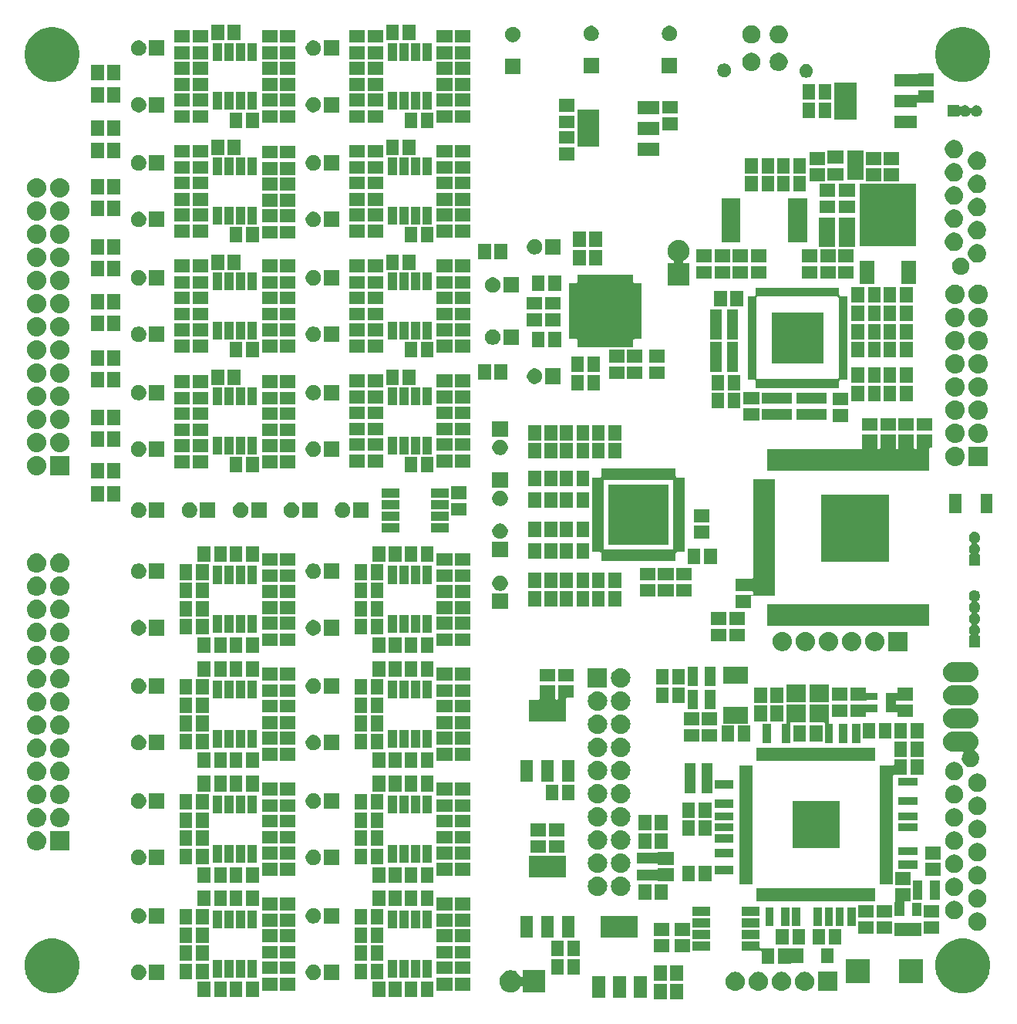
<source format=gts>
G04 #@! TF.GenerationSoftware,KiCad,Pcbnew,(5.1.0-0)*
G04 #@! TF.CreationDate,2019-10-26T23:02:47+02:00*
G04 #@! TF.ProjectId,freeDSP-aurora,66726565-4453-4502-9d61-75726f72612e,rev?*
G04 #@! TF.SameCoordinates,Original*
G04 #@! TF.FileFunction,Soldermask,Top*
G04 #@! TF.FilePolarity,Negative*
%FSLAX46Y46*%
G04 Gerber Fmt 4.6, Leading zero omitted, Abs format (unit mm)*
G04 Created by KiCad (PCBNEW (5.1.0-0)) date 2019-10-26 23:02:47*
%MOMM*%
%LPD*%
G04 APERTURE LIST*
%ADD10C,0.100000*%
G04 APERTURE END LIST*
D10*
G36*
X164300000Y-153650000D02*
G01*
X162900000Y-153650000D01*
X162900000Y-151950000D01*
X164300000Y-151950000D01*
X164300000Y-153650000D01*
X164300000Y-153650000D01*
G37*
G36*
X162500000Y-153650000D02*
G01*
X161100000Y-153650000D01*
X161100000Y-151950000D01*
X162500000Y-151950000D01*
X162500000Y-153650000D01*
X162500000Y-153650000D01*
G37*
G36*
X155722000Y-153518000D02*
G01*
X154306000Y-153518000D01*
X154306000Y-151086000D01*
X155722000Y-151086000D01*
X155722000Y-153518000D01*
X155722000Y-153518000D01*
G37*
G36*
X158008000Y-153518000D02*
G01*
X156592000Y-153518000D01*
X156592000Y-151086000D01*
X158008000Y-151086000D01*
X158008000Y-153518000D01*
X158008000Y-153518000D01*
G37*
G36*
X160294000Y-153518000D02*
G01*
X158878000Y-153518000D01*
X158878000Y-151086000D01*
X160294000Y-151086000D01*
X160294000Y-153518000D01*
X160294000Y-153518000D01*
G37*
G36*
X136900000Y-153450000D02*
G01*
X135500000Y-153450000D01*
X135500000Y-151750000D01*
X136900000Y-151750000D01*
X136900000Y-153450000D01*
X136900000Y-153450000D01*
G37*
G36*
X135100000Y-153450000D02*
G01*
X133700000Y-153450000D01*
X133700000Y-151750000D01*
X135100000Y-151750000D01*
X135100000Y-153450000D01*
X135100000Y-153450000D01*
G37*
G36*
X133400000Y-153450000D02*
G01*
X132000000Y-153450000D01*
X132000000Y-151750000D01*
X133400000Y-151750000D01*
X133400000Y-153450000D01*
X133400000Y-153450000D01*
G37*
G36*
X131600000Y-153450000D02*
G01*
X130200000Y-153450000D01*
X130200000Y-151750000D01*
X131600000Y-151750000D01*
X131600000Y-153450000D01*
X131600000Y-153450000D01*
G37*
G36*
X117700000Y-153450000D02*
G01*
X116300000Y-153450000D01*
X116300000Y-151750000D01*
X117700000Y-151750000D01*
X117700000Y-153450000D01*
X117700000Y-153450000D01*
G37*
G36*
X115900000Y-153450000D02*
G01*
X114500000Y-153450000D01*
X114500000Y-151750000D01*
X115900000Y-151750000D01*
X115900000Y-153450000D01*
X115900000Y-153450000D01*
G37*
G36*
X114200000Y-153450000D02*
G01*
X112800000Y-153450000D01*
X112800000Y-151750000D01*
X114200000Y-151750000D01*
X114200000Y-153450000D01*
X114200000Y-153450000D01*
G37*
G36*
X112400000Y-153450000D02*
G01*
X111000000Y-153450000D01*
X111000000Y-151750000D01*
X112400000Y-151750000D01*
X112400000Y-153450000D01*
X112400000Y-153450000D01*
G37*
G36*
X195681870Y-147076859D02*
G01*
X195875068Y-147115288D01*
X196421033Y-147341434D01*
X196508683Y-147400000D01*
X196912388Y-147669747D01*
X197330253Y-148087612D01*
X197658567Y-148578969D01*
X197884712Y-149124933D01*
X198000000Y-149704524D01*
X198000000Y-150295476D01*
X197945169Y-150571128D01*
X197884712Y-150875068D01*
X197777159Y-151134724D01*
X197708700Y-151300000D01*
X197658566Y-151421033D01*
X197330252Y-151912389D01*
X196912389Y-152330252D01*
X196421033Y-152658566D01*
X196421032Y-152658567D01*
X196421031Y-152658567D01*
X196282474Y-152715959D01*
X195875068Y-152884712D01*
X195806228Y-152898405D01*
X195295476Y-153000000D01*
X194704524Y-153000000D01*
X194193772Y-152898405D01*
X194124932Y-152884712D01*
X193717526Y-152715959D01*
X193578969Y-152658567D01*
X193578968Y-152658567D01*
X193578967Y-152658566D01*
X193087611Y-152330252D01*
X192669748Y-151912389D01*
X192341434Y-151421033D01*
X192291301Y-151300000D01*
X192222841Y-151134724D01*
X192115288Y-150875068D01*
X192054831Y-150571128D01*
X192000000Y-150295476D01*
X192000000Y-149704524D01*
X192115288Y-149124933D01*
X192341433Y-148578969D01*
X192669747Y-148087612D01*
X193087612Y-147669747D01*
X193491317Y-147400000D01*
X193578967Y-147341434D01*
X194124932Y-147115288D01*
X194318130Y-147076859D01*
X194704524Y-147000000D01*
X195295476Y-147000000D01*
X195681870Y-147076859D01*
X195681870Y-147076859D01*
G37*
G36*
X95681870Y-147076859D02*
G01*
X95875068Y-147115288D01*
X96421033Y-147341434D01*
X96508683Y-147400000D01*
X96912388Y-147669747D01*
X97330253Y-148087612D01*
X97658567Y-148578969D01*
X97884712Y-149124933D01*
X98000000Y-149704524D01*
X98000000Y-150295476D01*
X97945169Y-150571128D01*
X97884712Y-150875068D01*
X97777159Y-151134724D01*
X97708700Y-151300000D01*
X97658566Y-151421033D01*
X97330252Y-151912389D01*
X96912389Y-152330252D01*
X96421033Y-152658566D01*
X96421032Y-152658567D01*
X96421031Y-152658567D01*
X96282474Y-152715959D01*
X95875068Y-152884712D01*
X95806228Y-152898405D01*
X95295476Y-153000000D01*
X94704524Y-153000000D01*
X94193772Y-152898405D01*
X94124932Y-152884712D01*
X93717526Y-152715959D01*
X93578969Y-152658567D01*
X93578968Y-152658567D01*
X93578967Y-152658566D01*
X93087611Y-152330252D01*
X92669748Y-151912389D01*
X92341434Y-151421033D01*
X92291301Y-151300000D01*
X92222841Y-151134724D01*
X92115288Y-150875068D01*
X92054831Y-150571128D01*
X92000000Y-150295476D01*
X92000000Y-149704524D01*
X92115288Y-149124933D01*
X92341433Y-148578969D01*
X92669747Y-148087612D01*
X93087612Y-147669747D01*
X93491317Y-147400000D01*
X93578967Y-147341434D01*
X94124932Y-147115288D01*
X94318130Y-147076859D01*
X94704524Y-147000000D01*
X95295476Y-147000000D01*
X95681870Y-147076859D01*
X95681870Y-147076859D01*
G37*
G36*
X145479281Y-150489865D02*
G01*
X145598378Y-150501595D01*
X145827594Y-150571127D01*
X145827597Y-150571128D01*
X145975156Y-150650000D01*
X146038842Y-150684041D01*
X146224002Y-150835998D01*
X146375959Y-151021158D01*
X146375961Y-151021162D01*
X146448762Y-151157363D01*
X146462376Y-151177738D01*
X146479703Y-151195065D01*
X146500077Y-151208678D01*
X146522716Y-151218056D01*
X146546749Y-151222836D01*
X146571253Y-151222836D01*
X146595286Y-151218056D01*
X146617925Y-151208678D01*
X146638300Y-151195064D01*
X146655627Y-151177737D01*
X146669240Y-151157363D01*
X146678618Y-151134724D01*
X146684000Y-151098439D01*
X146684000Y-150484000D01*
X149116000Y-150484000D01*
X149116000Y-152916000D01*
X146684000Y-152916000D01*
X146684000Y-152301561D01*
X146681598Y-152277175D01*
X146674485Y-152253726D01*
X146662934Y-152232115D01*
X146647389Y-152213173D01*
X146628447Y-152197628D01*
X146606836Y-152186077D01*
X146583387Y-152178964D01*
X146559001Y-152176562D01*
X146534615Y-152178964D01*
X146511166Y-152186077D01*
X146489555Y-152197628D01*
X146470613Y-152213173D01*
X146448762Y-152242637D01*
X146375959Y-152378842D01*
X146224002Y-152564002D01*
X146038842Y-152715959D01*
X146038838Y-152715961D01*
X145827597Y-152828872D01*
X145827594Y-152828873D01*
X145598378Y-152898405D01*
X145479281Y-152910135D01*
X145419733Y-152916000D01*
X145300267Y-152916000D01*
X145240719Y-152910135D01*
X145121622Y-152898405D01*
X144892406Y-152828873D01*
X144892403Y-152828872D01*
X144681162Y-152715961D01*
X144681158Y-152715959D01*
X144495998Y-152564002D01*
X144344041Y-152378842D01*
X144318069Y-152330252D01*
X144231128Y-152167597D01*
X144211764Y-152103762D01*
X144161595Y-151938378D01*
X144138117Y-151700000D01*
X144161595Y-151461622D01*
X144231127Y-151232406D01*
X144231128Y-151232403D01*
X144344039Y-151021162D01*
X144344041Y-151021158D01*
X144495998Y-150835998D01*
X144681158Y-150684041D01*
X144744844Y-150650000D01*
X144892403Y-150571128D01*
X144892406Y-150571127D01*
X145121622Y-150501595D01*
X145240719Y-150489865D01*
X145300267Y-150484000D01*
X145419733Y-150484000D01*
X145479281Y-150489865D01*
X145479281Y-150489865D01*
G37*
G36*
X170148707Y-150657596D02*
G01*
X170225836Y-150665193D01*
X170423762Y-150725233D01*
X170423765Y-150725234D01*
X170606170Y-150822732D01*
X170766055Y-150953945D01*
X170897268Y-151113830D01*
X170994766Y-151296235D01*
X170994767Y-151296238D01*
X171054807Y-151494164D01*
X171075080Y-151700000D01*
X171054807Y-151905836D01*
X171041410Y-151950000D01*
X170994766Y-152103765D01*
X170897268Y-152286170D01*
X170766055Y-152446055D01*
X170606170Y-152577268D01*
X170423765Y-152674766D01*
X170423762Y-152674767D01*
X170225836Y-152734807D01*
X170148707Y-152742404D01*
X170071580Y-152750000D01*
X169968420Y-152750000D01*
X169891293Y-152742404D01*
X169814164Y-152734807D01*
X169616238Y-152674767D01*
X169616235Y-152674766D01*
X169433830Y-152577268D01*
X169273945Y-152446055D01*
X169142732Y-152286170D01*
X169045234Y-152103765D01*
X168998590Y-151950000D01*
X168985193Y-151905836D01*
X168964920Y-151700000D01*
X168985193Y-151494164D01*
X169045233Y-151296238D01*
X169045234Y-151296235D01*
X169142732Y-151113830D01*
X169273945Y-150953945D01*
X169433830Y-150822732D01*
X169616235Y-150725234D01*
X169616238Y-150725233D01*
X169814164Y-150665193D01*
X169891293Y-150657596D01*
X169968420Y-150650000D01*
X170071580Y-150650000D01*
X170148707Y-150657596D01*
X170148707Y-150657596D01*
G37*
G36*
X172688707Y-150657596D02*
G01*
X172765836Y-150665193D01*
X172963762Y-150725233D01*
X172963765Y-150725234D01*
X173146170Y-150822732D01*
X173306055Y-150953945D01*
X173437268Y-151113830D01*
X173534766Y-151296235D01*
X173534767Y-151296238D01*
X173594807Y-151494164D01*
X173615080Y-151700000D01*
X173594807Y-151905836D01*
X173581410Y-151950000D01*
X173534766Y-152103765D01*
X173437268Y-152286170D01*
X173306055Y-152446055D01*
X173146170Y-152577268D01*
X172963765Y-152674766D01*
X172963762Y-152674767D01*
X172765836Y-152734807D01*
X172688707Y-152742404D01*
X172611580Y-152750000D01*
X172508420Y-152750000D01*
X172431293Y-152742404D01*
X172354164Y-152734807D01*
X172156238Y-152674767D01*
X172156235Y-152674766D01*
X171973830Y-152577268D01*
X171813945Y-152446055D01*
X171682732Y-152286170D01*
X171585234Y-152103765D01*
X171538590Y-151950000D01*
X171525193Y-151905836D01*
X171504920Y-151700000D01*
X171525193Y-151494164D01*
X171585233Y-151296238D01*
X171585234Y-151296235D01*
X171682732Y-151113830D01*
X171813945Y-150953945D01*
X171973830Y-150822732D01*
X172156235Y-150725234D01*
X172156238Y-150725233D01*
X172354164Y-150665193D01*
X172431293Y-150657596D01*
X172508420Y-150650000D01*
X172611580Y-150650000D01*
X172688707Y-150657596D01*
X172688707Y-150657596D01*
G37*
G36*
X175228707Y-150657596D02*
G01*
X175305836Y-150665193D01*
X175503762Y-150725233D01*
X175503765Y-150725234D01*
X175686170Y-150822732D01*
X175846055Y-150953945D01*
X175977268Y-151113830D01*
X176074766Y-151296235D01*
X176074767Y-151296238D01*
X176134807Y-151494164D01*
X176155080Y-151700000D01*
X176134807Y-151905836D01*
X176121410Y-151950000D01*
X176074766Y-152103765D01*
X175977268Y-152286170D01*
X175846055Y-152446055D01*
X175686170Y-152577268D01*
X175503765Y-152674766D01*
X175503762Y-152674767D01*
X175305836Y-152734807D01*
X175228707Y-152742404D01*
X175151580Y-152750000D01*
X175048420Y-152750000D01*
X174971293Y-152742404D01*
X174894164Y-152734807D01*
X174696238Y-152674767D01*
X174696235Y-152674766D01*
X174513830Y-152577268D01*
X174353945Y-152446055D01*
X174222732Y-152286170D01*
X174125234Y-152103765D01*
X174078590Y-151950000D01*
X174065193Y-151905836D01*
X174044920Y-151700000D01*
X174065193Y-151494164D01*
X174125233Y-151296238D01*
X174125234Y-151296235D01*
X174222732Y-151113830D01*
X174353945Y-150953945D01*
X174513830Y-150822732D01*
X174696235Y-150725234D01*
X174696238Y-150725233D01*
X174894164Y-150665193D01*
X174971293Y-150657596D01*
X175048420Y-150650000D01*
X175151580Y-150650000D01*
X175228707Y-150657596D01*
X175228707Y-150657596D01*
G37*
G36*
X177768707Y-150657596D02*
G01*
X177845836Y-150665193D01*
X178043762Y-150725233D01*
X178043765Y-150725234D01*
X178226170Y-150822732D01*
X178386055Y-150953945D01*
X178517268Y-151113830D01*
X178614766Y-151296235D01*
X178614767Y-151296238D01*
X178674807Y-151494164D01*
X178695080Y-151700000D01*
X178674807Y-151905836D01*
X178661410Y-151950000D01*
X178614766Y-152103765D01*
X178517268Y-152286170D01*
X178386055Y-152446055D01*
X178226170Y-152577268D01*
X178043765Y-152674766D01*
X178043762Y-152674767D01*
X177845836Y-152734807D01*
X177768707Y-152742404D01*
X177691580Y-152750000D01*
X177588420Y-152750000D01*
X177511293Y-152742404D01*
X177434164Y-152734807D01*
X177236238Y-152674767D01*
X177236235Y-152674766D01*
X177053830Y-152577268D01*
X176893945Y-152446055D01*
X176762732Y-152286170D01*
X176665234Y-152103765D01*
X176618590Y-151950000D01*
X176605193Y-151905836D01*
X176584920Y-151700000D01*
X176605193Y-151494164D01*
X176665233Y-151296238D01*
X176665234Y-151296235D01*
X176762732Y-151113830D01*
X176893945Y-150953945D01*
X177053830Y-150822732D01*
X177236235Y-150725234D01*
X177236238Y-150725233D01*
X177434164Y-150665193D01*
X177511293Y-150657596D01*
X177588420Y-150650000D01*
X177691580Y-150650000D01*
X177768707Y-150657596D01*
X177768707Y-150657596D01*
G37*
G36*
X181230000Y-152750000D02*
G01*
X179130000Y-152750000D01*
X179130000Y-150650000D01*
X181230000Y-150650000D01*
X181230000Y-152750000D01*
X181230000Y-152750000D01*
G37*
G36*
X138950000Y-152700000D02*
G01*
X137250000Y-152700000D01*
X137250000Y-151300000D01*
X138950000Y-151300000D01*
X138950000Y-152700000D01*
X138950000Y-152700000D01*
G37*
G36*
X140950000Y-152700000D02*
G01*
X139250000Y-152700000D01*
X139250000Y-151300000D01*
X140950000Y-151300000D01*
X140950000Y-152700000D01*
X140950000Y-152700000D01*
G37*
G36*
X121750000Y-152700000D02*
G01*
X120050000Y-152700000D01*
X120050000Y-151300000D01*
X121750000Y-151300000D01*
X121750000Y-152700000D01*
X121750000Y-152700000D01*
G37*
G36*
X119750000Y-152700000D02*
G01*
X118050000Y-152700000D01*
X118050000Y-151300000D01*
X119750000Y-151300000D01*
X119750000Y-152700000D01*
X119750000Y-152700000D01*
G37*
G36*
X184800000Y-151900000D02*
G01*
X182200000Y-151900000D01*
X182200000Y-149300000D01*
X184800000Y-149300000D01*
X184800000Y-151900000D01*
X184800000Y-151900000D01*
G37*
G36*
X190600000Y-151900000D02*
G01*
X188000000Y-151900000D01*
X188000000Y-149300000D01*
X190600000Y-149300000D01*
X190600000Y-151900000D01*
X190600000Y-151900000D01*
G37*
G36*
X162500000Y-151650000D02*
G01*
X161100000Y-151650000D01*
X161100000Y-149950000D01*
X162500000Y-149950000D01*
X162500000Y-151650000D01*
X162500000Y-151650000D01*
G37*
G36*
X164300000Y-151650000D02*
G01*
X162900000Y-151650000D01*
X162900000Y-149950000D01*
X164300000Y-149950000D01*
X164300000Y-151650000D01*
X164300000Y-151650000D01*
G37*
G36*
X126550000Y-151550000D02*
G01*
X124850000Y-151550000D01*
X124850000Y-149850000D01*
X126550000Y-149850000D01*
X126550000Y-151550000D01*
X126550000Y-151550000D01*
G37*
G36*
X123947935Y-149882664D02*
G01*
X124102624Y-149946739D01*
X124102626Y-149946740D01*
X124241844Y-150039762D01*
X124360238Y-150158156D01*
X124453260Y-150297374D01*
X124453261Y-150297376D01*
X124517336Y-150452065D01*
X124550000Y-150616281D01*
X124550000Y-150783719D01*
X124517336Y-150947935D01*
X124453261Y-151102624D01*
X124453260Y-151102626D01*
X124360238Y-151241844D01*
X124241844Y-151360238D01*
X124102626Y-151453260D01*
X124102625Y-151453261D01*
X124102624Y-151453261D01*
X123947935Y-151517336D01*
X123783719Y-151550000D01*
X123616281Y-151550000D01*
X123452065Y-151517336D01*
X123297376Y-151453261D01*
X123297375Y-151453261D01*
X123297374Y-151453260D01*
X123158156Y-151360238D01*
X123039762Y-151241844D01*
X122946740Y-151102626D01*
X122946739Y-151102624D01*
X122882664Y-150947935D01*
X122850000Y-150783719D01*
X122850000Y-150616281D01*
X122882664Y-150452065D01*
X122946739Y-150297376D01*
X122946740Y-150297374D01*
X123039762Y-150158156D01*
X123158156Y-150039762D01*
X123297374Y-149946740D01*
X123297376Y-149946739D01*
X123452065Y-149882664D01*
X123616281Y-149850000D01*
X123783719Y-149850000D01*
X123947935Y-149882664D01*
X123947935Y-149882664D01*
G37*
G36*
X107350000Y-151550000D02*
G01*
X105650000Y-151550000D01*
X105650000Y-149850000D01*
X107350000Y-149850000D01*
X107350000Y-151550000D01*
X107350000Y-151550000D01*
G37*
G36*
X104747935Y-149882664D02*
G01*
X104902624Y-149946739D01*
X104902626Y-149946740D01*
X105041844Y-150039762D01*
X105160238Y-150158156D01*
X105253260Y-150297374D01*
X105253261Y-150297376D01*
X105317336Y-150452065D01*
X105350000Y-150616281D01*
X105350000Y-150783719D01*
X105317336Y-150947935D01*
X105253261Y-151102624D01*
X105253260Y-151102626D01*
X105160238Y-151241844D01*
X105041844Y-151360238D01*
X104902626Y-151453260D01*
X104902625Y-151453261D01*
X104902624Y-151453261D01*
X104747935Y-151517336D01*
X104583719Y-151550000D01*
X104416281Y-151550000D01*
X104252065Y-151517336D01*
X104097376Y-151453261D01*
X104097375Y-151453261D01*
X104097374Y-151453260D01*
X103958156Y-151360238D01*
X103839762Y-151241844D01*
X103746740Y-151102626D01*
X103746739Y-151102624D01*
X103682664Y-150947935D01*
X103650000Y-150783719D01*
X103650000Y-150616281D01*
X103682664Y-150452065D01*
X103746739Y-150297376D01*
X103746740Y-150297374D01*
X103839762Y-150158156D01*
X103958156Y-150039762D01*
X104097374Y-149946740D01*
X104097376Y-149946739D01*
X104252065Y-149882664D01*
X104416281Y-149850000D01*
X104583719Y-149850000D01*
X104747935Y-149882664D01*
X104747935Y-149882664D01*
G37*
G36*
X131400000Y-151450000D02*
G01*
X130000000Y-151450000D01*
X130000000Y-149750000D01*
X131400000Y-149750000D01*
X131400000Y-151450000D01*
X131400000Y-151450000D01*
G37*
G36*
X110400000Y-151450000D02*
G01*
X109000000Y-151450000D01*
X109000000Y-149750000D01*
X110400000Y-149750000D01*
X110400000Y-151450000D01*
X110400000Y-151450000D01*
G37*
G36*
X112200000Y-151450000D02*
G01*
X110800000Y-151450000D01*
X110800000Y-149750000D01*
X112200000Y-149750000D01*
X112200000Y-151450000D01*
X112200000Y-151450000D01*
G37*
G36*
X129600000Y-151450000D02*
G01*
X128200000Y-151450000D01*
X128200000Y-149750000D01*
X129600000Y-149750000D01*
X129600000Y-151450000D01*
X129600000Y-151450000D01*
G37*
G36*
X114965000Y-151275000D02*
G01*
X113965000Y-151275000D01*
X113965000Y-149325000D01*
X114965000Y-149325000D01*
X114965000Y-151275000D01*
X114965000Y-151275000D01*
G37*
G36*
X113695000Y-151275000D02*
G01*
X112695000Y-151275000D01*
X112695000Y-149325000D01*
X113695000Y-149325000D01*
X113695000Y-151275000D01*
X113695000Y-151275000D01*
G37*
G36*
X136705000Y-151275000D02*
G01*
X135705000Y-151275000D01*
X135705000Y-149325000D01*
X136705000Y-149325000D01*
X136705000Y-151275000D01*
X136705000Y-151275000D01*
G37*
G36*
X135435000Y-151275000D02*
G01*
X134435000Y-151275000D01*
X134435000Y-149325000D01*
X135435000Y-149325000D01*
X135435000Y-151275000D01*
X135435000Y-151275000D01*
G37*
G36*
X134165000Y-151275000D02*
G01*
X133165000Y-151275000D01*
X133165000Y-149325000D01*
X134165000Y-149325000D01*
X134165000Y-151275000D01*
X134165000Y-151275000D01*
G37*
G36*
X132895000Y-151275000D02*
G01*
X131895000Y-151275000D01*
X131895000Y-149325000D01*
X132895000Y-149325000D01*
X132895000Y-151275000D01*
X132895000Y-151275000D01*
G37*
G36*
X117505000Y-151275000D02*
G01*
X116505000Y-151275000D01*
X116505000Y-149325000D01*
X117505000Y-149325000D01*
X117505000Y-151275000D01*
X117505000Y-151275000D01*
G37*
G36*
X116235000Y-151275000D02*
G01*
X115235000Y-151275000D01*
X115235000Y-149325000D01*
X116235000Y-149325000D01*
X116235000Y-151275000D01*
X116235000Y-151275000D01*
G37*
G36*
X153000000Y-150950000D02*
G01*
X151600000Y-150950000D01*
X151600000Y-149250000D01*
X153000000Y-149250000D01*
X153000000Y-150950000D01*
X153000000Y-150950000D01*
G37*
G36*
X151200000Y-150950000D02*
G01*
X149800000Y-150950000D01*
X149800000Y-149250000D01*
X151200000Y-149250000D01*
X151200000Y-150950000D01*
X151200000Y-150950000D01*
G37*
G36*
X119750000Y-150900000D02*
G01*
X118050000Y-150900000D01*
X118050000Y-149500000D01*
X119750000Y-149500000D01*
X119750000Y-150900000D01*
X119750000Y-150900000D01*
G37*
G36*
X140950000Y-150900000D02*
G01*
X139250000Y-150900000D01*
X139250000Y-149500000D01*
X140950000Y-149500000D01*
X140950000Y-150900000D01*
X140950000Y-150900000D01*
G37*
G36*
X138950000Y-150900000D02*
G01*
X137250000Y-150900000D01*
X137250000Y-149500000D01*
X138950000Y-149500000D01*
X138950000Y-150900000D01*
X138950000Y-150900000D01*
G37*
G36*
X121750000Y-150900000D02*
G01*
X120050000Y-150900000D01*
X120050000Y-149500000D01*
X121750000Y-149500000D01*
X121750000Y-150900000D01*
X121750000Y-150900000D01*
G37*
G36*
X176136611Y-148053389D02*
G01*
X176155553Y-148068934D01*
X176177164Y-148080485D01*
X176200613Y-148087598D01*
X176224999Y-148090000D01*
X177520000Y-148090000D01*
X177520000Y-149710000D01*
X176224999Y-149710000D01*
X176200613Y-149712402D01*
X176177164Y-149719515D01*
X176155553Y-149731066D01*
X176136611Y-149746611D01*
X176133830Y-149750000D01*
X174700000Y-149750000D01*
X174700000Y-148050000D01*
X176133830Y-148050000D01*
X176136611Y-148053389D01*
X176136611Y-148053389D01*
G37*
G36*
X172675000Y-147925001D02*
G01*
X172677402Y-147949387D01*
X172684515Y-147972836D01*
X172696066Y-147994447D01*
X172711611Y-148013389D01*
X172730553Y-148028934D01*
X172752164Y-148040485D01*
X172775613Y-148047598D01*
X172799999Y-148050000D01*
X174300000Y-148050000D01*
X174300000Y-149750000D01*
X172900000Y-149750000D01*
X172900000Y-148429999D01*
X172897598Y-148405613D01*
X172890485Y-148382164D01*
X172878934Y-148360553D01*
X172863389Y-148341611D01*
X172844447Y-148326066D01*
X172822836Y-148314515D01*
X172799387Y-148307402D01*
X172775001Y-148305000D01*
X170725000Y-148305000D01*
X170725000Y-147305000D01*
X172675000Y-147305000D01*
X172675000Y-147925001D01*
X172675000Y-147925001D01*
G37*
G36*
X180790000Y-149710000D02*
G01*
X179480000Y-149710000D01*
X179480000Y-148090000D01*
X180790000Y-148090000D01*
X180790000Y-149710000D01*
X180790000Y-149710000D01*
G37*
G36*
X131400000Y-149450000D02*
G01*
X130000000Y-149450000D01*
X130000000Y-147750000D01*
X131400000Y-147750000D01*
X131400000Y-149450000D01*
X131400000Y-149450000D01*
G37*
G36*
X129600000Y-149450000D02*
G01*
X128200000Y-149450000D01*
X128200000Y-147750000D01*
X129600000Y-147750000D01*
X129600000Y-149450000D01*
X129600000Y-149450000D01*
G37*
G36*
X112200000Y-149450000D02*
G01*
X110800000Y-149450000D01*
X110800000Y-147750000D01*
X112200000Y-147750000D01*
X112200000Y-149450000D01*
X112200000Y-149450000D01*
G37*
G36*
X110400000Y-149450000D02*
G01*
X109000000Y-149450000D01*
X109000000Y-147750000D01*
X110400000Y-147750000D01*
X110400000Y-149450000D01*
X110400000Y-149450000D01*
G37*
G36*
X119750000Y-149200000D02*
G01*
X118050000Y-149200000D01*
X118050000Y-147800000D01*
X119750000Y-147800000D01*
X119750000Y-149200000D01*
X119750000Y-149200000D01*
G37*
G36*
X140950000Y-149200000D02*
G01*
X139250000Y-149200000D01*
X139250000Y-147800000D01*
X140950000Y-147800000D01*
X140950000Y-149200000D01*
X140950000Y-149200000D01*
G37*
G36*
X121750000Y-149200000D02*
G01*
X120050000Y-149200000D01*
X120050000Y-147800000D01*
X121750000Y-147800000D01*
X121750000Y-149200000D01*
X121750000Y-149200000D01*
G37*
G36*
X138950000Y-149200000D02*
G01*
X137250000Y-149200000D01*
X137250000Y-147800000D01*
X138950000Y-147800000D01*
X138950000Y-149200000D01*
X138950000Y-149200000D01*
G37*
G36*
X151200000Y-148950000D02*
G01*
X149800000Y-148950000D01*
X149800000Y-147250000D01*
X151200000Y-147250000D01*
X151200000Y-148950000D01*
X151200000Y-148950000D01*
G37*
G36*
X153000000Y-148950000D02*
G01*
X151600000Y-148950000D01*
X151600000Y-147250000D01*
X153000000Y-147250000D01*
X153000000Y-148950000D01*
X153000000Y-148950000D01*
G37*
G36*
X165050000Y-148500000D02*
G01*
X163350000Y-148500000D01*
X163350000Y-147100000D01*
X165050000Y-147100000D01*
X165050000Y-148500000D01*
X165050000Y-148500000D01*
G37*
G36*
X162750000Y-148500000D02*
G01*
X161050000Y-148500000D01*
X161050000Y-147100000D01*
X162750000Y-147100000D01*
X162750000Y-148500000D01*
X162750000Y-148500000D01*
G37*
G36*
X167275000Y-148305000D02*
G01*
X165325000Y-148305000D01*
X165325000Y-147305000D01*
X167275000Y-147305000D01*
X167275000Y-148305000D01*
X167275000Y-148305000D01*
G37*
G36*
X181700000Y-147650000D02*
G01*
X180300000Y-147650000D01*
X180300000Y-145950000D01*
X181700000Y-145950000D01*
X181700000Y-147650000D01*
X181700000Y-147650000D01*
G37*
G36*
X175900000Y-147650000D02*
G01*
X174500000Y-147650000D01*
X174500000Y-145950000D01*
X175900000Y-145950000D01*
X175900000Y-147650000D01*
X175900000Y-147650000D01*
G37*
G36*
X177700000Y-147650000D02*
G01*
X176300000Y-147650000D01*
X176300000Y-145950000D01*
X177700000Y-145950000D01*
X177700000Y-147650000D01*
X177700000Y-147650000D01*
G37*
G36*
X179900000Y-147650000D02*
G01*
X178500000Y-147650000D01*
X178500000Y-145950000D01*
X179900000Y-145950000D01*
X179900000Y-147650000D01*
X179900000Y-147650000D01*
G37*
G36*
X131400000Y-147450000D02*
G01*
X130000000Y-147450000D01*
X130000000Y-145750000D01*
X131400000Y-145750000D01*
X131400000Y-147450000D01*
X131400000Y-147450000D01*
G37*
G36*
X129600000Y-147450000D02*
G01*
X128200000Y-147450000D01*
X128200000Y-145750000D01*
X129600000Y-145750000D01*
X129600000Y-147450000D01*
X129600000Y-147450000D01*
G37*
G36*
X112200000Y-147450000D02*
G01*
X110800000Y-147450000D01*
X110800000Y-145750000D01*
X112200000Y-145750000D01*
X112200000Y-147450000D01*
X112200000Y-147450000D01*
G37*
G36*
X110400000Y-147450000D02*
G01*
X109000000Y-147450000D01*
X109000000Y-145750000D01*
X110400000Y-145750000D01*
X110400000Y-147450000D01*
X110400000Y-147450000D01*
G37*
G36*
X121750000Y-147400000D02*
G01*
X120050000Y-147400000D01*
X120050000Y-146000000D01*
X121750000Y-146000000D01*
X121750000Y-147400000D01*
X121750000Y-147400000D01*
G37*
G36*
X140950000Y-147400000D02*
G01*
X139250000Y-147400000D01*
X139250000Y-146000000D01*
X140950000Y-146000000D01*
X140950000Y-147400000D01*
X140950000Y-147400000D01*
G37*
G36*
X119750000Y-147400000D02*
G01*
X118050000Y-147400000D01*
X118050000Y-146000000D01*
X119750000Y-146000000D01*
X119750000Y-147400000D01*
X119750000Y-147400000D01*
G37*
G36*
X138950000Y-147400000D02*
G01*
X137250000Y-147400000D01*
X137250000Y-146000000D01*
X138950000Y-146000000D01*
X138950000Y-147400000D01*
X138950000Y-147400000D01*
G37*
G36*
X172675000Y-147035000D02*
G01*
X170725000Y-147035000D01*
X170725000Y-146035000D01*
X172675000Y-146035000D01*
X172675000Y-147035000D01*
X172675000Y-147035000D01*
G37*
G36*
X167275000Y-147035000D02*
G01*
X165325000Y-147035000D01*
X165325000Y-146035000D01*
X167275000Y-146035000D01*
X167275000Y-147035000D01*
X167275000Y-147035000D01*
G37*
G36*
X152394000Y-146918000D02*
G01*
X150978000Y-146918000D01*
X150978000Y-144486000D01*
X152394000Y-144486000D01*
X152394000Y-146918000D01*
X152394000Y-146918000D01*
G37*
G36*
X150108000Y-146918000D02*
G01*
X148692000Y-146918000D01*
X148692000Y-144486000D01*
X150108000Y-144486000D01*
X150108000Y-146918000D01*
X150108000Y-146918000D01*
G37*
G36*
X147822000Y-146918000D02*
G01*
X146406000Y-146918000D01*
X146406000Y-144486000D01*
X147822000Y-144486000D01*
X147822000Y-146918000D01*
X147822000Y-146918000D01*
G37*
G36*
X159328800Y-146914000D02*
G01*
X155271200Y-146914000D01*
X155271200Y-144482000D01*
X159328800Y-144482000D01*
X159328800Y-146914000D01*
X159328800Y-146914000D01*
G37*
G36*
X190475000Y-146730000D02*
G01*
X187525000Y-146730000D01*
X187525000Y-145270000D01*
X190475000Y-145270000D01*
X190475000Y-146730000D01*
X190475000Y-146730000D01*
G37*
G36*
X165050000Y-146700000D02*
G01*
X163350000Y-146700000D01*
X163350000Y-145300000D01*
X165050000Y-145300000D01*
X165050000Y-146700000D01*
X165050000Y-146700000D01*
G37*
G36*
X162750000Y-146700000D02*
G01*
X161050000Y-146700000D01*
X161050000Y-145300000D01*
X162750000Y-145300000D01*
X162750000Y-146700000D01*
X162750000Y-146700000D01*
G37*
G36*
X192450000Y-146500000D02*
G01*
X190750000Y-146500000D01*
X190750000Y-145100000D01*
X192450000Y-145100000D01*
X192450000Y-146500000D01*
X192450000Y-146500000D01*
G37*
G36*
X187250000Y-146500000D02*
G01*
X185550000Y-146500000D01*
X185550000Y-145100000D01*
X187250000Y-145100000D01*
X187250000Y-146500000D01*
X187250000Y-146500000D01*
G37*
G36*
X185250000Y-146500000D02*
G01*
X183550000Y-146500000D01*
X183550000Y-145100000D01*
X185250000Y-145100000D01*
X185250000Y-146500000D01*
X185250000Y-146500000D01*
G37*
G36*
X196827290Y-144165619D02*
G01*
X196891689Y-144178429D01*
X197073678Y-144253811D01*
X197237463Y-144363249D01*
X197376751Y-144502537D01*
X197486189Y-144666322D01*
X197554637Y-144831571D01*
X197561571Y-144848312D01*
X197600000Y-145041507D01*
X197600000Y-145238493D01*
X197597062Y-145253261D01*
X197561571Y-145431689D01*
X197486189Y-145613678D01*
X197376751Y-145777463D01*
X197237463Y-145916751D01*
X197073678Y-146026189D01*
X196891689Y-146101571D01*
X196827290Y-146114381D01*
X196698493Y-146140000D01*
X196501507Y-146140000D01*
X196372710Y-146114381D01*
X196308311Y-146101571D01*
X196126322Y-146026189D01*
X195962537Y-145916751D01*
X195823249Y-145777463D01*
X195713811Y-145613678D01*
X195638429Y-145431689D01*
X195602938Y-145253261D01*
X195600000Y-145238493D01*
X195600000Y-145041507D01*
X195638429Y-144848312D01*
X195645363Y-144831571D01*
X195713811Y-144666322D01*
X195823249Y-144502537D01*
X195962537Y-144363249D01*
X196126322Y-144253811D01*
X196308311Y-144178429D01*
X196372710Y-144165619D01*
X196501507Y-144140000D01*
X196698493Y-144140000D01*
X196827290Y-144165619D01*
X196827290Y-144165619D01*
G37*
G36*
X136705000Y-145875000D02*
G01*
X135705000Y-145875000D01*
X135705000Y-143925000D01*
X136705000Y-143925000D01*
X136705000Y-145875000D01*
X136705000Y-145875000D01*
G37*
G36*
X135435000Y-145875000D02*
G01*
X134435000Y-145875000D01*
X134435000Y-143925000D01*
X135435000Y-143925000D01*
X135435000Y-145875000D01*
X135435000Y-145875000D01*
G37*
G36*
X132895000Y-145875000D02*
G01*
X131895000Y-145875000D01*
X131895000Y-143925000D01*
X132895000Y-143925000D01*
X132895000Y-145875000D01*
X132895000Y-145875000D01*
G37*
G36*
X114965000Y-145875000D02*
G01*
X113965000Y-145875000D01*
X113965000Y-143925000D01*
X114965000Y-143925000D01*
X114965000Y-145875000D01*
X114965000Y-145875000D01*
G37*
G36*
X113695000Y-145875000D02*
G01*
X112695000Y-145875000D01*
X112695000Y-143925000D01*
X113695000Y-143925000D01*
X113695000Y-145875000D01*
X113695000Y-145875000D01*
G37*
G36*
X134165000Y-145875000D02*
G01*
X133165000Y-145875000D01*
X133165000Y-143925000D01*
X134165000Y-143925000D01*
X134165000Y-145875000D01*
X134165000Y-145875000D01*
G37*
G36*
X116235000Y-145875000D02*
G01*
X115235000Y-145875000D01*
X115235000Y-143925000D01*
X116235000Y-143925000D01*
X116235000Y-145875000D01*
X116235000Y-145875000D01*
G37*
G36*
X117505000Y-145875000D02*
G01*
X116505000Y-145875000D01*
X116505000Y-143925000D01*
X117505000Y-143925000D01*
X117505000Y-145875000D01*
X117505000Y-145875000D01*
G37*
G36*
X172675000Y-145765000D02*
G01*
X170725000Y-145765000D01*
X170725000Y-144765000D01*
X172675000Y-144765000D01*
X172675000Y-145765000D01*
X172675000Y-145765000D01*
G37*
G36*
X167275000Y-145765000D02*
G01*
X165325000Y-145765000D01*
X165325000Y-144765000D01*
X167275000Y-144765000D01*
X167275000Y-145765000D01*
X167275000Y-145765000D01*
G37*
G36*
X140950000Y-145700000D02*
G01*
X139250000Y-145700000D01*
X139250000Y-144300000D01*
X140950000Y-144300000D01*
X140950000Y-145700000D01*
X140950000Y-145700000D01*
G37*
G36*
X119750000Y-145700000D02*
G01*
X118050000Y-145700000D01*
X118050000Y-144300000D01*
X119750000Y-144300000D01*
X119750000Y-145700000D01*
X119750000Y-145700000D01*
G37*
G36*
X138950000Y-145700000D02*
G01*
X137250000Y-145700000D01*
X137250000Y-144300000D01*
X138950000Y-144300000D01*
X138950000Y-145700000D01*
X138950000Y-145700000D01*
G37*
G36*
X121750000Y-145700000D02*
G01*
X120050000Y-145700000D01*
X120050000Y-144300000D01*
X121750000Y-144300000D01*
X121750000Y-145700000D01*
X121750000Y-145700000D01*
G37*
G36*
X174250000Y-145650000D02*
G01*
X173350000Y-145650000D01*
X173350000Y-143550000D01*
X174250000Y-143550000D01*
X174250000Y-145650000D01*
X174250000Y-145650000D01*
G37*
G36*
X175950000Y-145650000D02*
G01*
X175050000Y-145650000D01*
X175050000Y-143550000D01*
X175950000Y-143550000D01*
X175950000Y-145650000D01*
X175950000Y-145650000D01*
G37*
G36*
X177150000Y-145650000D02*
G01*
X176250000Y-145650000D01*
X176250000Y-143550000D01*
X177150000Y-143550000D01*
X177150000Y-145650000D01*
X177150000Y-145650000D01*
G37*
G36*
X179550000Y-145650000D02*
G01*
X178650000Y-145650000D01*
X178650000Y-143550000D01*
X179550000Y-143550000D01*
X179550000Y-145650000D01*
X179550000Y-145650000D01*
G37*
G36*
X180750000Y-145650000D02*
G01*
X179850000Y-145650000D01*
X179850000Y-143550000D01*
X180750000Y-143550000D01*
X180750000Y-145650000D01*
X180750000Y-145650000D01*
G37*
G36*
X181950000Y-145650000D02*
G01*
X181050000Y-145650000D01*
X181050000Y-143550000D01*
X181950000Y-143550000D01*
X181950000Y-145650000D01*
X181950000Y-145650000D01*
G37*
G36*
X183250000Y-145650000D02*
G01*
X182350000Y-145650000D01*
X182350000Y-143550000D01*
X183250000Y-143550000D01*
X183250000Y-145650000D01*
X183250000Y-145650000D01*
G37*
G36*
X112200000Y-145450000D02*
G01*
X110800000Y-145450000D01*
X110800000Y-143750000D01*
X112200000Y-143750000D01*
X112200000Y-145450000D01*
X112200000Y-145450000D01*
G37*
G36*
X131400000Y-145450000D02*
G01*
X130000000Y-145450000D01*
X130000000Y-143750000D01*
X131400000Y-143750000D01*
X131400000Y-145450000D01*
X131400000Y-145450000D01*
G37*
G36*
X110400000Y-145450000D02*
G01*
X109000000Y-145450000D01*
X109000000Y-143750000D01*
X110400000Y-143750000D01*
X110400000Y-145450000D01*
X110400000Y-145450000D01*
G37*
G36*
X129600000Y-145450000D02*
G01*
X128200000Y-145450000D01*
X128200000Y-143750000D01*
X129600000Y-143750000D01*
X129600000Y-145450000D01*
X129600000Y-145450000D01*
G37*
G36*
X126550000Y-145350000D02*
G01*
X124850000Y-145350000D01*
X124850000Y-143650000D01*
X126550000Y-143650000D01*
X126550000Y-145350000D01*
X126550000Y-145350000D01*
G37*
G36*
X104747935Y-143682664D02*
G01*
X104902624Y-143746739D01*
X104902626Y-143746740D01*
X105041844Y-143839762D01*
X105160238Y-143958156D01*
X105253260Y-144097374D01*
X105253261Y-144097376D01*
X105317336Y-144252065D01*
X105350000Y-144416281D01*
X105350000Y-144583719D01*
X105317336Y-144747935D01*
X105310267Y-144765000D01*
X105253260Y-144902626D01*
X105160238Y-145041844D01*
X105041844Y-145160238D01*
X104902626Y-145253260D01*
X104902625Y-145253261D01*
X104902624Y-145253261D01*
X104747935Y-145317336D01*
X104583719Y-145350000D01*
X104416281Y-145350000D01*
X104252065Y-145317336D01*
X104097376Y-145253261D01*
X104097375Y-145253261D01*
X104097374Y-145253260D01*
X103958156Y-145160238D01*
X103839762Y-145041844D01*
X103746740Y-144902626D01*
X103689733Y-144765000D01*
X103682664Y-144747935D01*
X103650000Y-144583719D01*
X103650000Y-144416281D01*
X103682664Y-144252065D01*
X103746739Y-144097376D01*
X103746740Y-144097374D01*
X103839762Y-143958156D01*
X103958156Y-143839762D01*
X104097374Y-143746740D01*
X104097376Y-143746739D01*
X104252065Y-143682664D01*
X104416281Y-143650000D01*
X104583719Y-143650000D01*
X104747935Y-143682664D01*
X104747935Y-143682664D01*
G37*
G36*
X107350000Y-145350000D02*
G01*
X105650000Y-145350000D01*
X105650000Y-143650000D01*
X107350000Y-143650000D01*
X107350000Y-145350000D01*
X107350000Y-145350000D01*
G37*
G36*
X123947935Y-143682664D02*
G01*
X124102624Y-143746739D01*
X124102626Y-143746740D01*
X124241844Y-143839762D01*
X124360238Y-143958156D01*
X124453260Y-144097374D01*
X124453261Y-144097376D01*
X124517336Y-144252065D01*
X124550000Y-144416281D01*
X124550000Y-144583719D01*
X124517336Y-144747935D01*
X124510267Y-144765000D01*
X124453260Y-144902626D01*
X124360238Y-145041844D01*
X124241844Y-145160238D01*
X124102626Y-145253260D01*
X124102625Y-145253261D01*
X124102624Y-145253261D01*
X123947935Y-145317336D01*
X123783719Y-145350000D01*
X123616281Y-145350000D01*
X123452065Y-145317336D01*
X123297376Y-145253261D01*
X123297375Y-145253261D01*
X123297374Y-145253260D01*
X123158156Y-145160238D01*
X123039762Y-145041844D01*
X122946740Y-144902626D01*
X122889733Y-144765000D01*
X122882664Y-144747935D01*
X122850000Y-144583719D01*
X122850000Y-144416281D01*
X122882664Y-144252065D01*
X122946739Y-144097376D01*
X122946740Y-144097374D01*
X123039762Y-143958156D01*
X123158156Y-143839762D01*
X123297374Y-143746740D01*
X123297376Y-143746739D01*
X123452065Y-143682664D01*
X123616281Y-143650000D01*
X123783719Y-143650000D01*
X123947935Y-143682664D01*
X123947935Y-143682664D01*
G37*
G36*
X194287290Y-142895619D02*
G01*
X194351689Y-142908429D01*
X194533678Y-142983811D01*
X194697463Y-143093249D01*
X194836751Y-143232537D01*
X194946189Y-143396322D01*
X195009844Y-143550000D01*
X195021571Y-143578312D01*
X195055074Y-143746740D01*
X195060000Y-143771509D01*
X195060000Y-143968491D01*
X195021571Y-144161689D01*
X194946189Y-144343678D01*
X194836751Y-144507463D01*
X194697463Y-144646751D01*
X194533678Y-144756189D01*
X194351689Y-144831571D01*
X194287290Y-144844381D01*
X194158493Y-144870000D01*
X193961507Y-144870000D01*
X193832710Y-144844381D01*
X193768311Y-144831571D01*
X193586322Y-144756189D01*
X193422537Y-144646751D01*
X193283249Y-144507463D01*
X193173811Y-144343678D01*
X193098429Y-144161689D01*
X193060000Y-143968491D01*
X193060000Y-143771509D01*
X193064927Y-143746740D01*
X193098429Y-143578312D01*
X193110156Y-143550000D01*
X193173811Y-143396322D01*
X193283249Y-143232537D01*
X193422537Y-143093249D01*
X193586322Y-142983811D01*
X193768311Y-142908429D01*
X193832710Y-142895619D01*
X193961507Y-142870000D01*
X194158493Y-142870000D01*
X194287290Y-142895619D01*
X194287290Y-142895619D01*
G37*
G36*
X187250000Y-144700000D02*
G01*
X185550000Y-144700000D01*
X185550000Y-143300000D01*
X187250000Y-143300000D01*
X187250000Y-144700000D01*
X187250000Y-144700000D01*
G37*
G36*
X185250000Y-144700000D02*
G01*
X183550000Y-144700000D01*
X183550000Y-143300000D01*
X185250000Y-143300000D01*
X185250000Y-144700000D01*
X185250000Y-144700000D01*
G37*
G36*
X192450000Y-144700000D02*
G01*
X190750000Y-144700000D01*
X190750000Y-143300000D01*
X192450000Y-143300000D01*
X192450000Y-144700000D01*
X192450000Y-144700000D01*
G37*
G36*
X190475000Y-144530000D02*
G01*
X189425000Y-144530000D01*
X189425000Y-143070000D01*
X190475000Y-143070000D01*
X190475000Y-144530000D01*
X190475000Y-144530000D01*
G37*
G36*
X189250000Y-142900000D02*
G01*
X188699999Y-142900000D01*
X188675613Y-142902402D01*
X188652164Y-142909515D01*
X188630553Y-142921066D01*
X188611611Y-142936611D01*
X188596066Y-142955553D01*
X188584515Y-142977164D01*
X188577402Y-143000613D01*
X188575000Y-143024999D01*
X188575000Y-144530000D01*
X187525000Y-144530000D01*
X187525000Y-143019241D01*
X187528934Y-143014447D01*
X187540485Y-142992836D01*
X187547598Y-142969387D01*
X187550000Y-142945001D01*
X187550000Y-141500000D01*
X189250000Y-141500000D01*
X189250000Y-142900000D01*
X189250000Y-142900000D01*
G37*
G36*
X167275000Y-144495000D02*
G01*
X165325000Y-144495000D01*
X165325000Y-143495000D01*
X167275000Y-143495000D01*
X167275000Y-144495000D01*
X167275000Y-144495000D01*
G37*
G36*
X172675000Y-144495000D02*
G01*
X170725000Y-144495000D01*
X170725000Y-143495000D01*
X172675000Y-143495000D01*
X172675000Y-144495000D01*
X172675000Y-144495000D01*
G37*
G36*
X138950000Y-143900000D02*
G01*
X137250000Y-143900000D01*
X137250000Y-142500000D01*
X138950000Y-142500000D01*
X138950000Y-143900000D01*
X138950000Y-143900000D01*
G37*
G36*
X119750000Y-143900000D02*
G01*
X118050000Y-143900000D01*
X118050000Y-142500000D01*
X119750000Y-142500000D01*
X119750000Y-143900000D01*
X119750000Y-143900000D01*
G37*
G36*
X121750000Y-143900000D02*
G01*
X120050000Y-143900000D01*
X120050000Y-142500000D01*
X121750000Y-142500000D01*
X121750000Y-143900000D01*
X121750000Y-143900000D01*
G37*
G36*
X140950000Y-143900000D02*
G01*
X139250000Y-143900000D01*
X139250000Y-142500000D01*
X140950000Y-142500000D01*
X140950000Y-143900000D01*
X140950000Y-143900000D01*
G37*
G36*
X196827290Y-141625619D02*
G01*
X196891689Y-141638429D01*
X197073678Y-141713811D01*
X197237463Y-141823249D01*
X197376751Y-141962537D01*
X197486189Y-142126322D01*
X197561571Y-142308311D01*
X197561571Y-142308312D01*
X197600000Y-142501507D01*
X197600000Y-142698493D01*
X197574381Y-142827290D01*
X197561571Y-142891689D01*
X197486189Y-143073678D01*
X197376751Y-143237463D01*
X197237463Y-143376751D01*
X197073678Y-143486189D01*
X196891689Y-143561571D01*
X196827290Y-143574381D01*
X196698493Y-143600000D01*
X196501507Y-143600000D01*
X196372710Y-143574381D01*
X196308311Y-143561571D01*
X196126322Y-143486189D01*
X195962537Y-143376751D01*
X195823249Y-143237463D01*
X195713811Y-143073678D01*
X195638429Y-142891689D01*
X195625619Y-142827290D01*
X195600000Y-142698493D01*
X195600000Y-142501507D01*
X195638429Y-142308312D01*
X195638429Y-142308311D01*
X195713811Y-142126322D01*
X195823249Y-141962537D01*
X195962537Y-141823249D01*
X196126322Y-141713811D01*
X196308311Y-141638429D01*
X196372710Y-141625619D01*
X196501507Y-141600000D01*
X196698493Y-141600000D01*
X196827290Y-141625619D01*
X196827290Y-141625619D01*
G37*
G36*
X117700000Y-143450000D02*
G01*
X116300000Y-143450000D01*
X116300000Y-141750000D01*
X117700000Y-141750000D01*
X117700000Y-143450000D01*
X117700000Y-143450000D01*
G37*
G36*
X133400000Y-143450000D02*
G01*
X132000000Y-143450000D01*
X132000000Y-141750000D01*
X133400000Y-141750000D01*
X133400000Y-143450000D01*
X133400000Y-143450000D01*
G37*
G36*
X115900000Y-143450000D02*
G01*
X114500000Y-143450000D01*
X114500000Y-141750000D01*
X115900000Y-141750000D01*
X115900000Y-143450000D01*
X115900000Y-143450000D01*
G37*
G36*
X114200000Y-143450000D02*
G01*
X112800000Y-143450000D01*
X112800000Y-141750000D01*
X114200000Y-141750000D01*
X114200000Y-143450000D01*
X114200000Y-143450000D01*
G37*
G36*
X112400000Y-143450000D02*
G01*
X111000000Y-143450000D01*
X111000000Y-141750000D01*
X112400000Y-141750000D01*
X112400000Y-143450000D01*
X112400000Y-143450000D01*
G37*
G36*
X131600000Y-143450000D02*
G01*
X130200000Y-143450000D01*
X130200000Y-141750000D01*
X131600000Y-141750000D01*
X131600000Y-143450000D01*
X131600000Y-143450000D01*
G37*
G36*
X135100000Y-143450000D02*
G01*
X133700000Y-143450000D01*
X133700000Y-141750000D01*
X135100000Y-141750000D01*
X135100000Y-143450000D01*
X135100000Y-143450000D01*
G37*
G36*
X136900000Y-143450000D02*
G01*
X135500000Y-143450000D01*
X135500000Y-141750000D01*
X136900000Y-141750000D01*
X136900000Y-143450000D01*
X136900000Y-143450000D01*
G37*
G36*
X185415000Y-142900000D02*
G01*
X172385000Y-142900000D01*
X172385000Y-141500000D01*
X185415000Y-141500000D01*
X185415000Y-142900000D01*
X185415000Y-142900000D01*
G37*
G36*
X162600000Y-142750000D02*
G01*
X161200000Y-142750000D01*
X161200000Y-141050000D01*
X162600000Y-141050000D01*
X162600000Y-142750000D01*
X162600000Y-142750000D01*
G37*
G36*
X160800000Y-142750000D02*
G01*
X159400000Y-142750000D01*
X159400000Y-141050000D01*
X160800000Y-141050000D01*
X160800000Y-142750000D01*
X160800000Y-142750000D01*
G37*
G36*
X192475000Y-142750000D02*
G01*
X191425000Y-142750000D01*
X191425000Y-140650000D01*
X192475000Y-140650000D01*
X192475000Y-142750000D01*
X192475000Y-142750000D01*
G37*
G36*
X190575000Y-142750000D02*
G01*
X189525000Y-142750000D01*
X189525000Y-140650000D01*
X190575000Y-140650000D01*
X190575000Y-142750000D01*
X190575000Y-142750000D01*
G37*
G36*
X194287290Y-140355619D02*
G01*
X194351689Y-140368429D01*
X194533678Y-140443811D01*
X194697463Y-140553249D01*
X194836751Y-140692537D01*
X194946189Y-140856322D01*
X195011915Y-141015000D01*
X195021571Y-141038312D01*
X195060000Y-141231507D01*
X195060000Y-141428493D01*
X195045776Y-141500000D01*
X195021571Y-141621689D01*
X194946189Y-141803678D01*
X194836751Y-141967463D01*
X194697463Y-142106751D01*
X194533678Y-142216189D01*
X194351689Y-142291571D01*
X194287290Y-142304381D01*
X194158493Y-142330000D01*
X193961507Y-142330000D01*
X193832710Y-142304381D01*
X193768311Y-142291571D01*
X193586322Y-142216189D01*
X193422537Y-142106751D01*
X193283249Y-141967463D01*
X193173811Y-141803678D01*
X193098429Y-141621689D01*
X193074224Y-141500000D01*
X193060000Y-141428493D01*
X193060000Y-141231507D01*
X193098429Y-141038312D01*
X193108085Y-141015000D01*
X193173811Y-140856322D01*
X193283249Y-140692537D01*
X193422537Y-140553249D01*
X193586322Y-140443811D01*
X193768311Y-140368429D01*
X193832710Y-140355619D01*
X193961507Y-140330000D01*
X194158493Y-140330000D01*
X194287290Y-140355619D01*
X194287290Y-140355619D01*
G37*
G36*
X155108500Y-140211789D02*
G01*
X155308994Y-140272608D01*
X155493759Y-140371367D01*
X155493762Y-140371369D01*
X155493763Y-140371370D01*
X155655718Y-140504282D01*
X155788630Y-140666237D01*
X155788633Y-140666241D01*
X155887392Y-140851006D01*
X155948211Y-141051500D01*
X155968746Y-141260000D01*
X155948211Y-141468500D01*
X155887392Y-141668994D01*
X155788633Y-141853759D01*
X155788631Y-141853762D01*
X155788630Y-141853763D01*
X155655718Y-142015718D01*
X155493763Y-142148630D01*
X155493759Y-142148633D01*
X155308994Y-142247392D01*
X155108500Y-142308211D01*
X154952251Y-142323600D01*
X154847749Y-142323600D01*
X154691500Y-142308211D01*
X154491006Y-142247392D01*
X154306241Y-142148633D01*
X154306237Y-142148630D01*
X154144282Y-142015718D01*
X154011370Y-141853763D01*
X154011369Y-141853762D01*
X154011367Y-141853759D01*
X153912608Y-141668994D01*
X153851789Y-141468500D01*
X153831254Y-141260000D01*
X153851789Y-141051500D01*
X153912608Y-140851006D01*
X154011367Y-140666241D01*
X154011370Y-140666237D01*
X154144282Y-140504282D01*
X154306237Y-140371370D01*
X154306238Y-140371369D01*
X154306241Y-140371367D01*
X154491006Y-140272608D01*
X154691500Y-140211789D01*
X154847749Y-140196400D01*
X154952251Y-140196400D01*
X155108500Y-140211789D01*
X155108500Y-140211789D01*
G37*
G36*
X157648500Y-140211789D02*
G01*
X157848994Y-140272608D01*
X158033759Y-140371367D01*
X158033762Y-140371369D01*
X158033763Y-140371370D01*
X158195718Y-140504282D01*
X158328630Y-140666237D01*
X158328633Y-140666241D01*
X158427392Y-140851006D01*
X158488211Y-141051500D01*
X158508746Y-141260000D01*
X158488211Y-141468500D01*
X158427392Y-141668994D01*
X158328633Y-141853759D01*
X158328631Y-141853762D01*
X158328630Y-141853763D01*
X158195718Y-142015718D01*
X158033763Y-142148630D01*
X158033759Y-142148633D01*
X157848994Y-142247392D01*
X157648500Y-142308211D01*
X157492251Y-142323600D01*
X157387749Y-142323600D01*
X157231500Y-142308211D01*
X157031006Y-142247392D01*
X156846241Y-142148633D01*
X156846237Y-142148630D01*
X156684282Y-142015718D01*
X156551370Y-141853763D01*
X156551369Y-141853762D01*
X156551367Y-141853759D01*
X156452608Y-141668994D01*
X156391789Y-141468500D01*
X156371254Y-141260000D01*
X156391789Y-141051500D01*
X156452608Y-140851006D01*
X156551367Y-140666241D01*
X156551370Y-140666237D01*
X156684282Y-140504282D01*
X156846237Y-140371370D01*
X156846238Y-140371369D01*
X156846241Y-140371367D01*
X157031006Y-140272608D01*
X157231500Y-140211789D01*
X157387749Y-140196400D01*
X157492251Y-140196400D01*
X157648500Y-140211789D01*
X157648500Y-140211789D01*
G37*
G36*
X189250000Y-141100000D02*
G01*
X187550000Y-141100000D01*
X187550000Y-139700000D01*
X189250000Y-139700000D01*
X189250000Y-141100000D01*
X189250000Y-141100000D01*
G37*
G36*
X196827290Y-139085619D02*
G01*
X196891689Y-139098429D01*
X197073678Y-139173811D01*
X197237463Y-139283249D01*
X197376751Y-139422537D01*
X197486189Y-139586322D01*
X197561571Y-139768311D01*
X197561571Y-139768312D01*
X197600000Y-139961507D01*
X197600000Y-140158493D01*
X197588760Y-140215000D01*
X197561571Y-140351689D01*
X197486189Y-140533678D01*
X197376751Y-140697463D01*
X197237463Y-140836751D01*
X197073678Y-140946189D01*
X196891689Y-141021571D01*
X196827290Y-141034381D01*
X196698493Y-141060000D01*
X196501507Y-141060000D01*
X196372710Y-141034381D01*
X196308311Y-141021571D01*
X196126322Y-140946189D01*
X195962537Y-140836751D01*
X195823249Y-140697463D01*
X195713811Y-140533678D01*
X195638429Y-140351689D01*
X195611240Y-140215000D01*
X195600000Y-140158493D01*
X195600000Y-139961507D01*
X195638429Y-139768312D01*
X195638429Y-139768311D01*
X195713811Y-139586322D01*
X195823249Y-139422537D01*
X195962537Y-139283249D01*
X196126322Y-139173811D01*
X196308311Y-139098429D01*
X196372710Y-139085619D01*
X196501507Y-139060000D01*
X196698493Y-139060000D01*
X196827290Y-139085619D01*
X196827290Y-139085619D01*
G37*
G36*
X171900000Y-141015000D02*
G01*
X170500000Y-141015000D01*
X170500000Y-127985000D01*
X171900000Y-127985000D01*
X171900000Y-141015000D01*
X171900000Y-141015000D01*
G37*
G36*
X188900000Y-129050000D02*
G01*
X187424999Y-129050000D01*
X187400613Y-129052402D01*
X187377164Y-129059515D01*
X187355553Y-129071066D01*
X187336611Y-129086611D01*
X187321066Y-129105553D01*
X187309515Y-129127164D01*
X187302402Y-129150613D01*
X187300000Y-129174999D01*
X187300000Y-141015000D01*
X185900000Y-141015000D01*
X185900000Y-127985000D01*
X187375001Y-127985000D01*
X187399387Y-127982598D01*
X187422836Y-127975485D01*
X187444447Y-127963934D01*
X187463389Y-127948389D01*
X187478934Y-127929447D01*
X187490485Y-127907836D01*
X187497598Y-127884387D01*
X187500000Y-127860001D01*
X187500000Y-127350000D01*
X188900000Y-127350000D01*
X188900000Y-129050000D01*
X188900000Y-129050000D01*
G37*
G36*
X117700000Y-140850000D02*
G01*
X116300000Y-140850000D01*
X116300000Y-139150000D01*
X117700000Y-139150000D01*
X117700000Y-140850000D01*
X117700000Y-140850000D01*
G37*
G36*
X112400000Y-140850000D02*
G01*
X111000000Y-140850000D01*
X111000000Y-139150000D01*
X112400000Y-139150000D01*
X112400000Y-140850000D01*
X112400000Y-140850000D01*
G37*
G36*
X114200000Y-140850000D02*
G01*
X112800000Y-140850000D01*
X112800000Y-139150000D01*
X114200000Y-139150000D01*
X114200000Y-140850000D01*
X114200000Y-140850000D01*
G37*
G36*
X115900000Y-140850000D02*
G01*
X114500000Y-140850000D01*
X114500000Y-139150000D01*
X115900000Y-139150000D01*
X115900000Y-140850000D01*
X115900000Y-140850000D01*
G37*
G36*
X135100000Y-140850000D02*
G01*
X133700000Y-140850000D01*
X133700000Y-139150000D01*
X135100000Y-139150000D01*
X135100000Y-140850000D01*
X135100000Y-140850000D01*
G37*
G36*
X136900000Y-140850000D02*
G01*
X135500000Y-140850000D01*
X135500000Y-139150000D01*
X136900000Y-139150000D01*
X136900000Y-140850000D01*
X136900000Y-140850000D01*
G37*
G36*
X131600000Y-140850000D02*
G01*
X130200000Y-140850000D01*
X130200000Y-139150000D01*
X131600000Y-139150000D01*
X131600000Y-140850000D01*
X131600000Y-140850000D01*
G37*
G36*
X133400000Y-140850000D02*
G01*
X132000000Y-140850000D01*
X132000000Y-139150000D01*
X133400000Y-139150000D01*
X133400000Y-140850000D01*
X133400000Y-140850000D01*
G37*
G36*
X165600000Y-140750000D02*
G01*
X164200000Y-140750000D01*
X164200000Y-139050000D01*
X165600000Y-139050000D01*
X165600000Y-140750000D01*
X165600000Y-140750000D01*
G37*
G36*
X167400000Y-140750000D02*
G01*
X166000000Y-140750000D01*
X166000000Y-139050000D01*
X167400000Y-139050000D01*
X167400000Y-140750000D01*
X167400000Y-140750000D01*
G37*
G36*
X163250000Y-140700000D02*
G01*
X161539537Y-140700000D01*
X161528934Y-140680163D01*
X161513389Y-140661221D01*
X161494447Y-140645676D01*
X161472836Y-140634125D01*
X161449387Y-140627012D01*
X161425001Y-140624610D01*
X159250370Y-140624610D01*
X159250370Y-139475310D01*
X161425001Y-139475310D01*
X161449387Y-139472908D01*
X161472836Y-139465795D01*
X161494447Y-139454244D01*
X161513389Y-139438699D01*
X161528934Y-139419757D01*
X161540485Y-139398146D01*
X161547598Y-139374697D01*
X161550000Y-139350311D01*
X161550000Y-139300000D01*
X163250000Y-139300000D01*
X163250000Y-140700000D01*
X163250000Y-140700000D01*
G37*
G36*
X151428800Y-140314000D02*
G01*
X147371200Y-140314000D01*
X147371200Y-137882000D01*
X151428800Y-137882000D01*
X151428800Y-140314000D01*
X151428800Y-140314000D01*
G37*
G36*
X140950000Y-140100000D02*
G01*
X139250000Y-140100000D01*
X139250000Y-138700000D01*
X140950000Y-138700000D01*
X140950000Y-140100000D01*
X140950000Y-140100000D01*
G37*
G36*
X121750000Y-140100000D02*
G01*
X120050000Y-140100000D01*
X120050000Y-138700000D01*
X121750000Y-138700000D01*
X121750000Y-140100000D01*
X121750000Y-140100000D01*
G37*
G36*
X119750000Y-140100000D02*
G01*
X118050000Y-140100000D01*
X118050000Y-138700000D01*
X119750000Y-138700000D01*
X119750000Y-140100000D01*
X119750000Y-140100000D01*
G37*
G36*
X192550000Y-140100000D02*
G01*
X190850000Y-140100000D01*
X190850000Y-138700000D01*
X192550000Y-138700000D01*
X192550000Y-140100000D01*
X192550000Y-140100000D01*
G37*
G36*
X138950000Y-140100000D02*
G01*
X137250000Y-140100000D01*
X137250000Y-138700000D01*
X138950000Y-138700000D01*
X138950000Y-140100000D01*
X138950000Y-140100000D01*
G37*
G36*
X169850000Y-139950000D02*
G01*
X167750000Y-139950000D01*
X167750000Y-139050000D01*
X169850000Y-139050000D01*
X169850000Y-139950000D01*
X169850000Y-139950000D01*
G37*
G36*
X194284176Y-137815000D02*
G01*
X194351689Y-137828429D01*
X194533678Y-137903811D01*
X194697463Y-138013249D01*
X194836751Y-138152537D01*
X194946189Y-138316322D01*
X195014637Y-138481571D01*
X195021571Y-138498312D01*
X195060000Y-138691507D01*
X195060000Y-138888493D01*
X195047765Y-138950000D01*
X195021571Y-139081689D01*
X194946189Y-139263678D01*
X194836751Y-139427463D01*
X194697463Y-139566751D01*
X194533678Y-139676189D01*
X194351689Y-139751571D01*
X194287290Y-139764381D01*
X194158493Y-139790000D01*
X193961507Y-139790000D01*
X193832710Y-139764381D01*
X193768311Y-139751571D01*
X193586322Y-139676189D01*
X193422537Y-139566751D01*
X193283249Y-139427463D01*
X193173811Y-139263678D01*
X193098429Y-139081689D01*
X193072235Y-138950000D01*
X193060000Y-138888493D01*
X193060000Y-138691507D01*
X193098429Y-138498312D01*
X193105363Y-138481571D01*
X193173811Y-138316322D01*
X193283249Y-138152537D01*
X193422537Y-138013249D01*
X193586322Y-137903811D01*
X193768311Y-137828429D01*
X193835824Y-137815000D01*
X193961507Y-137790000D01*
X194158493Y-137790000D01*
X194284176Y-137815000D01*
X194284176Y-137815000D01*
G37*
G36*
X157648500Y-137671789D02*
G01*
X157848994Y-137732608D01*
X158033759Y-137831367D01*
X158033762Y-137831369D01*
X158033763Y-137831370D01*
X158195718Y-137964282D01*
X158328630Y-138126237D01*
X158328633Y-138126241D01*
X158427392Y-138311006D01*
X158488211Y-138511500D01*
X158508746Y-138720000D01*
X158488211Y-138928500D01*
X158427392Y-139128994D01*
X158328633Y-139313759D01*
X158328631Y-139313762D01*
X158328630Y-139313763D01*
X158195718Y-139475718D01*
X158033763Y-139608630D01*
X158033759Y-139608633D01*
X157848994Y-139707392D01*
X157648500Y-139768211D01*
X157492251Y-139783600D01*
X157387749Y-139783600D01*
X157231500Y-139768211D01*
X157031006Y-139707392D01*
X156846241Y-139608633D01*
X156846237Y-139608630D01*
X156684282Y-139475718D01*
X156551370Y-139313763D01*
X156551369Y-139313762D01*
X156551367Y-139313759D01*
X156452608Y-139128994D01*
X156391789Y-138928500D01*
X156371254Y-138720000D01*
X156391789Y-138511500D01*
X156452608Y-138311006D01*
X156551367Y-138126241D01*
X156551370Y-138126237D01*
X156684282Y-137964282D01*
X156846237Y-137831370D01*
X156846238Y-137831369D01*
X156846241Y-137831367D01*
X157031006Y-137732608D01*
X157231500Y-137671789D01*
X157387749Y-137656400D01*
X157492251Y-137656400D01*
X157648500Y-137671789D01*
X157648500Y-137671789D01*
G37*
G36*
X155108500Y-137671789D02*
G01*
X155308994Y-137732608D01*
X155493759Y-137831367D01*
X155493762Y-137831369D01*
X155493763Y-137831370D01*
X155655718Y-137964282D01*
X155788630Y-138126237D01*
X155788633Y-138126241D01*
X155887392Y-138311006D01*
X155948211Y-138511500D01*
X155968746Y-138720000D01*
X155948211Y-138928500D01*
X155887392Y-139128994D01*
X155788633Y-139313759D01*
X155788631Y-139313762D01*
X155788630Y-139313763D01*
X155655718Y-139475718D01*
X155493763Y-139608630D01*
X155493759Y-139608633D01*
X155308994Y-139707392D01*
X155108500Y-139768211D01*
X154952251Y-139783600D01*
X154847749Y-139783600D01*
X154691500Y-139768211D01*
X154491006Y-139707392D01*
X154306241Y-139608633D01*
X154306237Y-139608630D01*
X154144282Y-139475718D01*
X154011370Y-139313763D01*
X154011369Y-139313762D01*
X154011367Y-139313759D01*
X153912608Y-139128994D01*
X153851789Y-138928500D01*
X153831254Y-138720000D01*
X153851789Y-138511500D01*
X153912608Y-138311006D01*
X154011367Y-138126241D01*
X154011370Y-138126237D01*
X154144282Y-137964282D01*
X154306237Y-137831370D01*
X154306238Y-137831369D01*
X154306241Y-137831367D01*
X154491006Y-137732608D01*
X154691500Y-137671789D01*
X154847749Y-137656400D01*
X154952251Y-137656400D01*
X155108500Y-137671789D01*
X155108500Y-137671789D01*
G37*
G36*
X190050000Y-139350000D02*
G01*
X187950000Y-139350000D01*
X187950000Y-138450000D01*
X190050000Y-138450000D01*
X190050000Y-139350000D01*
X190050000Y-139350000D01*
G37*
G36*
X107350000Y-138950000D02*
G01*
X105650000Y-138950000D01*
X105650000Y-137250000D01*
X107350000Y-137250000D01*
X107350000Y-138950000D01*
X107350000Y-138950000D01*
G37*
G36*
X104747935Y-137282664D02*
G01*
X104902624Y-137346739D01*
X104902626Y-137346740D01*
X105041844Y-137439762D01*
X105160238Y-137558156D01*
X105236165Y-137671790D01*
X105253261Y-137697376D01*
X105317336Y-137852065D01*
X105350000Y-138016281D01*
X105350000Y-138183719D01*
X105317336Y-138347935D01*
X105255047Y-138498312D01*
X105253260Y-138502626D01*
X105160238Y-138641844D01*
X105041844Y-138760238D01*
X104902626Y-138853260D01*
X104902625Y-138853261D01*
X104902624Y-138853261D01*
X104747935Y-138917336D01*
X104583719Y-138950000D01*
X104416281Y-138950000D01*
X104252065Y-138917336D01*
X104097376Y-138853261D01*
X104097375Y-138853261D01*
X104097374Y-138853260D01*
X103958156Y-138760238D01*
X103839762Y-138641844D01*
X103746740Y-138502626D01*
X103744953Y-138498312D01*
X103682664Y-138347935D01*
X103650000Y-138183719D01*
X103650000Y-138016281D01*
X103682664Y-137852065D01*
X103746739Y-137697376D01*
X103763835Y-137671790D01*
X103839762Y-137558156D01*
X103958156Y-137439762D01*
X104097374Y-137346740D01*
X104097376Y-137346739D01*
X104252065Y-137282664D01*
X104416281Y-137250000D01*
X104583719Y-137250000D01*
X104747935Y-137282664D01*
X104747935Y-137282664D01*
G37*
G36*
X123947935Y-137282664D02*
G01*
X124102624Y-137346739D01*
X124102626Y-137346740D01*
X124241844Y-137439762D01*
X124360238Y-137558156D01*
X124436165Y-137671790D01*
X124453261Y-137697376D01*
X124517336Y-137852065D01*
X124550000Y-138016281D01*
X124550000Y-138183719D01*
X124517336Y-138347935D01*
X124455047Y-138498312D01*
X124453260Y-138502626D01*
X124360238Y-138641844D01*
X124241844Y-138760238D01*
X124102626Y-138853260D01*
X124102625Y-138853261D01*
X124102624Y-138853261D01*
X123947935Y-138917336D01*
X123783719Y-138950000D01*
X123616281Y-138950000D01*
X123452065Y-138917336D01*
X123297376Y-138853261D01*
X123297375Y-138853261D01*
X123297374Y-138853260D01*
X123158156Y-138760238D01*
X123039762Y-138641844D01*
X122946740Y-138502626D01*
X122944953Y-138498312D01*
X122882664Y-138347935D01*
X122850000Y-138183719D01*
X122850000Y-138016281D01*
X122882664Y-137852065D01*
X122946739Y-137697376D01*
X122963835Y-137671790D01*
X123039762Y-137558156D01*
X123158156Y-137439762D01*
X123297374Y-137346740D01*
X123297376Y-137346739D01*
X123452065Y-137282664D01*
X123616281Y-137250000D01*
X123783719Y-137250000D01*
X123947935Y-137282664D01*
X123947935Y-137282664D01*
G37*
G36*
X126550000Y-138950000D02*
G01*
X124850000Y-138950000D01*
X124850000Y-137250000D01*
X126550000Y-137250000D01*
X126550000Y-138950000D01*
X126550000Y-138950000D01*
G37*
G36*
X163250000Y-138900000D02*
G01*
X161550000Y-138900000D01*
X161550000Y-138849689D01*
X161547598Y-138825303D01*
X161540485Y-138801854D01*
X161528934Y-138780243D01*
X161513389Y-138761301D01*
X161494447Y-138745756D01*
X161472836Y-138734205D01*
X161449387Y-138727092D01*
X161425001Y-138724690D01*
X159250370Y-138724690D01*
X159250370Y-137575390D01*
X161425001Y-137575390D01*
X161449387Y-137572988D01*
X161472836Y-137565875D01*
X161494447Y-137554324D01*
X161513389Y-137538779D01*
X161528934Y-137519837D01*
X161539537Y-137500000D01*
X163250000Y-137500000D01*
X163250000Y-138900000D01*
X163250000Y-138900000D01*
G37*
G36*
X129600000Y-138850000D02*
G01*
X128200000Y-138850000D01*
X128200000Y-137150000D01*
X129600000Y-137150000D01*
X129600000Y-138850000D01*
X129600000Y-138850000D01*
G37*
G36*
X110400000Y-138850000D02*
G01*
X109000000Y-138850000D01*
X109000000Y-137150000D01*
X110400000Y-137150000D01*
X110400000Y-138850000D01*
X110400000Y-138850000D01*
G37*
G36*
X112200000Y-138850000D02*
G01*
X110800000Y-138850000D01*
X110800000Y-137150000D01*
X112200000Y-137150000D01*
X112200000Y-138850000D01*
X112200000Y-138850000D01*
G37*
G36*
X131400000Y-138850000D02*
G01*
X130000000Y-138850000D01*
X130000000Y-137150000D01*
X131400000Y-137150000D01*
X131400000Y-138850000D01*
X131400000Y-138850000D01*
G37*
G36*
X136705000Y-138675000D02*
G01*
X135705000Y-138675000D01*
X135705000Y-136725000D01*
X136705000Y-136725000D01*
X136705000Y-138675000D01*
X136705000Y-138675000D01*
G37*
G36*
X116235000Y-138675000D02*
G01*
X115235000Y-138675000D01*
X115235000Y-136725000D01*
X116235000Y-136725000D01*
X116235000Y-138675000D01*
X116235000Y-138675000D01*
G37*
G36*
X114965000Y-138675000D02*
G01*
X113965000Y-138675000D01*
X113965000Y-136725000D01*
X114965000Y-136725000D01*
X114965000Y-138675000D01*
X114965000Y-138675000D01*
G37*
G36*
X113695000Y-138675000D02*
G01*
X112695000Y-138675000D01*
X112695000Y-136725000D01*
X113695000Y-136725000D01*
X113695000Y-138675000D01*
X113695000Y-138675000D01*
G37*
G36*
X117505000Y-138675000D02*
G01*
X116505000Y-138675000D01*
X116505000Y-136725000D01*
X117505000Y-136725000D01*
X117505000Y-138675000D01*
X117505000Y-138675000D01*
G37*
G36*
X135435000Y-138675000D02*
G01*
X134435000Y-138675000D01*
X134435000Y-136725000D01*
X135435000Y-136725000D01*
X135435000Y-138675000D01*
X135435000Y-138675000D01*
G37*
G36*
X134165000Y-138675000D02*
G01*
X133165000Y-138675000D01*
X133165000Y-136725000D01*
X134165000Y-136725000D01*
X134165000Y-138675000D01*
X134165000Y-138675000D01*
G37*
G36*
X132895000Y-138675000D02*
G01*
X131895000Y-138675000D01*
X131895000Y-136725000D01*
X132895000Y-136725000D01*
X132895000Y-138675000D01*
X132895000Y-138675000D01*
G37*
G36*
X196827290Y-136545619D02*
G01*
X196891689Y-136558429D01*
X197073678Y-136633811D01*
X197237463Y-136743249D01*
X197376751Y-136882537D01*
X197486189Y-137046322D01*
X197561571Y-137228311D01*
X197561571Y-137228312D01*
X197600000Y-137421507D01*
X197600000Y-137618493D01*
X197584309Y-137697376D01*
X197561571Y-137811689D01*
X197486189Y-137993678D01*
X197376751Y-138157463D01*
X197237463Y-138296751D01*
X197073678Y-138406189D01*
X196891689Y-138481571D01*
X196827290Y-138494381D01*
X196698493Y-138520000D01*
X196501507Y-138520000D01*
X196372710Y-138494381D01*
X196308311Y-138481571D01*
X196126322Y-138406189D01*
X195962537Y-138296751D01*
X195823249Y-138157463D01*
X195713811Y-137993678D01*
X195638429Y-137811689D01*
X195615691Y-137697376D01*
X195600000Y-137618493D01*
X195600000Y-137421507D01*
X195638429Y-137228312D01*
X195638429Y-137228311D01*
X195713811Y-137046322D01*
X195823249Y-136882537D01*
X195962537Y-136743249D01*
X196126322Y-136633811D01*
X196308311Y-136558429D01*
X196372710Y-136545619D01*
X196501507Y-136520000D01*
X196698493Y-136520000D01*
X196827290Y-136545619D01*
X196827290Y-136545619D01*
G37*
G36*
X138950000Y-138300000D02*
G01*
X137250000Y-138300000D01*
X137250000Y-136900000D01*
X138950000Y-136900000D01*
X138950000Y-138300000D01*
X138950000Y-138300000D01*
G37*
G36*
X140950000Y-138300000D02*
G01*
X139250000Y-138300000D01*
X139250000Y-136900000D01*
X140950000Y-136900000D01*
X140950000Y-138300000D01*
X140950000Y-138300000D01*
G37*
G36*
X121750000Y-138300000D02*
G01*
X120050000Y-138300000D01*
X120050000Y-136900000D01*
X121750000Y-136900000D01*
X121750000Y-138300000D01*
X121750000Y-138300000D01*
G37*
G36*
X119750000Y-138300000D02*
G01*
X118050000Y-138300000D01*
X118050000Y-136900000D01*
X119750000Y-136900000D01*
X119750000Y-138300000D01*
X119750000Y-138300000D01*
G37*
G36*
X192550000Y-138300000D02*
G01*
X190850000Y-138300000D01*
X190850000Y-136900000D01*
X192550000Y-136900000D01*
X192550000Y-138300000D01*
X192550000Y-138300000D01*
G37*
G36*
X169850000Y-138050000D02*
G01*
X167750000Y-138050000D01*
X167750000Y-137150000D01*
X169850000Y-137150000D01*
X169850000Y-138050000D01*
X169850000Y-138050000D01*
G37*
G36*
X190050000Y-137850000D02*
G01*
X187950000Y-137850000D01*
X187950000Y-136950000D01*
X190050000Y-136950000D01*
X190050000Y-137850000D01*
X190050000Y-137850000D01*
G37*
G36*
X149250000Y-137600000D02*
G01*
X147550000Y-137600000D01*
X147550000Y-136200000D01*
X149250000Y-136200000D01*
X149250000Y-137600000D01*
X149250000Y-137600000D01*
G37*
G36*
X151250000Y-137600000D02*
G01*
X149550000Y-137600000D01*
X149550000Y-136200000D01*
X151250000Y-136200000D01*
X151250000Y-137600000D01*
X151250000Y-137600000D01*
G37*
G36*
X96913600Y-137343600D02*
G01*
X94786400Y-137343600D01*
X94786400Y-135216400D01*
X96913600Y-135216400D01*
X96913600Y-137343600D01*
X96913600Y-137343600D01*
G37*
G36*
X93518500Y-135231789D02*
G01*
X93718994Y-135292608D01*
X93903759Y-135391367D01*
X93903762Y-135391369D01*
X93903763Y-135391370D01*
X94065718Y-135524282D01*
X94198630Y-135686237D01*
X94198633Y-135686241D01*
X94297392Y-135871006D01*
X94358211Y-136071500D01*
X94378746Y-136280000D01*
X94358211Y-136488500D01*
X94297392Y-136688994D01*
X94198633Y-136873759D01*
X94198631Y-136873762D01*
X94198630Y-136873763D01*
X94065718Y-137035718D01*
X93905270Y-137167393D01*
X93903759Y-137168633D01*
X93718994Y-137267392D01*
X93518500Y-137328211D01*
X93362251Y-137343600D01*
X93257749Y-137343600D01*
X93101500Y-137328211D01*
X92901006Y-137267392D01*
X92716241Y-137168633D01*
X92714730Y-137167393D01*
X92554282Y-137035718D01*
X92421370Y-136873763D01*
X92421369Y-136873762D01*
X92421367Y-136873759D01*
X92322608Y-136688994D01*
X92261789Y-136488500D01*
X92241254Y-136280000D01*
X92261789Y-136071500D01*
X92322608Y-135871006D01*
X92421367Y-135686241D01*
X92421370Y-135686237D01*
X92554282Y-135524282D01*
X92716237Y-135391370D01*
X92716238Y-135391369D01*
X92716241Y-135391367D01*
X92901006Y-135292608D01*
X93101500Y-135231789D01*
X93257749Y-135216400D01*
X93362251Y-135216400D01*
X93518500Y-135231789D01*
X93518500Y-135231789D01*
G37*
G36*
X194287290Y-135275619D02*
G01*
X194351689Y-135288429D01*
X194533678Y-135363811D01*
X194697463Y-135473249D01*
X194836751Y-135612537D01*
X194946189Y-135776322D01*
X194985408Y-135871006D01*
X195021571Y-135958312D01*
X195060000Y-136151507D01*
X195060000Y-136348493D01*
X195039809Y-136450000D01*
X195021571Y-136541689D01*
X194946189Y-136723678D01*
X194836751Y-136887463D01*
X194697463Y-137026751D01*
X194533678Y-137136189D01*
X194351689Y-137211571D01*
X194287290Y-137224381D01*
X194158493Y-137250000D01*
X193961507Y-137250000D01*
X193832710Y-137224381D01*
X193768311Y-137211571D01*
X193586322Y-137136189D01*
X193422537Y-137026751D01*
X193283249Y-136887463D01*
X193173811Y-136723678D01*
X193098429Y-136541689D01*
X193080191Y-136450000D01*
X193060000Y-136348493D01*
X193060000Y-136151507D01*
X193098429Y-135958312D01*
X193134592Y-135871006D01*
X193173811Y-135776322D01*
X193283249Y-135612537D01*
X193422537Y-135473249D01*
X193586322Y-135363811D01*
X193768311Y-135288429D01*
X193832710Y-135275619D01*
X193961507Y-135250000D01*
X194158493Y-135250000D01*
X194287290Y-135275619D01*
X194287290Y-135275619D01*
G37*
G36*
X157648500Y-135131789D02*
G01*
X157848994Y-135192608D01*
X158033759Y-135291367D01*
X158033762Y-135291369D01*
X158033763Y-135291370D01*
X158195718Y-135424282D01*
X158298891Y-135550000D01*
X158328633Y-135586241D01*
X158427392Y-135771006D01*
X158488211Y-135971500D01*
X158508746Y-136180000D01*
X158488211Y-136388500D01*
X158427392Y-136588994D01*
X158328633Y-136773759D01*
X158328631Y-136773762D01*
X158328630Y-136773763D01*
X158195718Y-136935718D01*
X158033763Y-137068630D01*
X158033759Y-137068633D01*
X157848994Y-137167392D01*
X157648500Y-137228211D01*
X157492251Y-137243600D01*
X157387749Y-137243600D01*
X157231500Y-137228211D01*
X157031006Y-137167392D01*
X156846241Y-137068633D01*
X156846237Y-137068630D01*
X156684282Y-136935718D01*
X156551370Y-136773763D01*
X156551369Y-136773762D01*
X156551367Y-136773759D01*
X156452608Y-136588994D01*
X156391789Y-136388500D01*
X156371254Y-136180000D01*
X156391789Y-135971500D01*
X156452608Y-135771006D01*
X156551367Y-135586241D01*
X156581109Y-135550000D01*
X156684282Y-135424282D01*
X156846237Y-135291370D01*
X156846238Y-135291369D01*
X156846241Y-135291367D01*
X157031006Y-135192608D01*
X157231500Y-135131789D01*
X157387749Y-135116400D01*
X157492251Y-135116400D01*
X157648500Y-135131789D01*
X157648500Y-135131789D01*
G37*
G36*
X155108500Y-135131789D02*
G01*
X155308994Y-135192608D01*
X155493759Y-135291367D01*
X155493762Y-135291369D01*
X155493763Y-135291370D01*
X155655718Y-135424282D01*
X155758891Y-135550000D01*
X155788633Y-135586241D01*
X155887392Y-135771006D01*
X155948211Y-135971500D01*
X155968746Y-136180000D01*
X155948211Y-136388500D01*
X155887392Y-136588994D01*
X155788633Y-136773759D01*
X155788631Y-136773762D01*
X155788630Y-136773763D01*
X155655718Y-136935718D01*
X155493763Y-137068630D01*
X155493759Y-137068633D01*
X155308994Y-137167392D01*
X155108500Y-137228211D01*
X154952251Y-137243600D01*
X154847749Y-137243600D01*
X154691500Y-137228211D01*
X154491006Y-137167392D01*
X154306241Y-137068633D01*
X154306237Y-137068630D01*
X154144282Y-136935718D01*
X154011370Y-136773763D01*
X154011369Y-136773762D01*
X154011367Y-136773759D01*
X153912608Y-136588994D01*
X153851789Y-136388500D01*
X153831254Y-136180000D01*
X153851789Y-135971500D01*
X153912608Y-135771006D01*
X154011367Y-135586241D01*
X154041109Y-135550000D01*
X154144282Y-135424282D01*
X154306237Y-135291370D01*
X154306238Y-135291369D01*
X154306241Y-135291367D01*
X154491006Y-135192608D01*
X154691500Y-135131789D01*
X154847749Y-135116400D01*
X154952251Y-135116400D01*
X155108500Y-135131789D01*
X155108500Y-135131789D01*
G37*
G36*
X162600000Y-137150000D02*
G01*
X161200000Y-137150000D01*
X161200000Y-135450000D01*
X162600000Y-135450000D01*
X162600000Y-137150000D01*
X162600000Y-137150000D01*
G37*
G36*
X160800000Y-137150000D02*
G01*
X159400000Y-137150000D01*
X159400000Y-135450000D01*
X160800000Y-135450000D01*
X160800000Y-137150000D01*
X160800000Y-137150000D01*
G37*
G36*
X181500000Y-137100000D02*
G01*
X176300000Y-137100000D01*
X176300000Y-131900000D01*
X181500000Y-131900000D01*
X181500000Y-137100000D01*
X181500000Y-137100000D01*
G37*
G36*
X110400000Y-136850000D02*
G01*
X109000000Y-136850000D01*
X109000000Y-135150000D01*
X110400000Y-135150000D01*
X110400000Y-136850000D01*
X110400000Y-136850000D01*
G37*
G36*
X112200000Y-136850000D02*
G01*
X110800000Y-136850000D01*
X110800000Y-135150000D01*
X112200000Y-135150000D01*
X112200000Y-136850000D01*
X112200000Y-136850000D01*
G37*
G36*
X131400000Y-136850000D02*
G01*
X130000000Y-136850000D01*
X130000000Y-135150000D01*
X131400000Y-135150000D01*
X131400000Y-136850000D01*
X131400000Y-136850000D01*
G37*
G36*
X129600000Y-136850000D02*
G01*
X128200000Y-136850000D01*
X128200000Y-135150000D01*
X129600000Y-135150000D01*
X129600000Y-136850000D01*
X129600000Y-136850000D01*
G37*
G36*
X138950000Y-136600000D02*
G01*
X137250000Y-136600000D01*
X137250000Y-135200000D01*
X138950000Y-135200000D01*
X138950000Y-136600000D01*
X138950000Y-136600000D01*
G37*
G36*
X140950000Y-136600000D02*
G01*
X139250000Y-136600000D01*
X139250000Y-135200000D01*
X140950000Y-135200000D01*
X140950000Y-136600000D01*
X140950000Y-136600000D01*
G37*
G36*
X119750000Y-136600000D02*
G01*
X118050000Y-136600000D01*
X118050000Y-135200000D01*
X119750000Y-135200000D01*
X119750000Y-136600000D01*
X119750000Y-136600000D01*
G37*
G36*
X121750000Y-136600000D02*
G01*
X120050000Y-136600000D01*
X120050000Y-135200000D01*
X121750000Y-135200000D01*
X121750000Y-136600000D01*
X121750000Y-136600000D01*
G37*
G36*
X169850000Y-136450000D02*
G01*
X167750000Y-136450000D01*
X167750000Y-135550000D01*
X169850000Y-135550000D01*
X169850000Y-136450000D01*
X169850000Y-136450000D01*
G37*
G36*
X196827290Y-134005619D02*
G01*
X196891689Y-134018429D01*
X197073678Y-134093811D01*
X197237463Y-134203249D01*
X197376751Y-134342537D01*
X197486189Y-134506322D01*
X197561571Y-134688311D01*
X197561571Y-134688312D01*
X197600000Y-134881507D01*
X197600000Y-135078493D01*
X197585776Y-135150000D01*
X197561571Y-135271689D01*
X197486189Y-135453678D01*
X197376751Y-135617463D01*
X197237463Y-135756751D01*
X197073678Y-135866189D01*
X196891689Y-135941571D01*
X196827290Y-135954381D01*
X196698493Y-135980000D01*
X196501507Y-135980000D01*
X196372710Y-135954381D01*
X196308311Y-135941571D01*
X196126322Y-135866189D01*
X195962537Y-135756751D01*
X195823249Y-135617463D01*
X195713811Y-135453678D01*
X195638429Y-135271689D01*
X195614224Y-135150000D01*
X195600000Y-135078493D01*
X195600000Y-134881507D01*
X195638429Y-134688312D01*
X195638429Y-134688311D01*
X195713811Y-134506322D01*
X195823249Y-134342537D01*
X195962537Y-134203249D01*
X196126322Y-134093811D01*
X196308311Y-134018429D01*
X196372710Y-134005619D01*
X196501507Y-133980000D01*
X196698493Y-133980000D01*
X196827290Y-134005619D01*
X196827290Y-134005619D01*
G37*
G36*
X149250000Y-135800000D02*
G01*
X147550000Y-135800000D01*
X147550000Y-134400000D01*
X149250000Y-134400000D01*
X149250000Y-135800000D01*
X149250000Y-135800000D01*
G37*
G36*
X151250000Y-135800000D02*
G01*
X149550000Y-135800000D01*
X149550000Y-134400000D01*
X151250000Y-134400000D01*
X151250000Y-135800000D01*
X151250000Y-135800000D01*
G37*
G36*
X167400000Y-135750000D02*
G01*
X166000000Y-135750000D01*
X166000000Y-134050000D01*
X167400000Y-134050000D01*
X167400000Y-135750000D01*
X167400000Y-135750000D01*
G37*
G36*
X165600000Y-135750000D02*
G01*
X164200000Y-135750000D01*
X164200000Y-134050000D01*
X165600000Y-134050000D01*
X165600000Y-135750000D01*
X165600000Y-135750000D01*
G37*
G36*
X190050000Y-135250000D02*
G01*
X187950000Y-135250000D01*
X187950000Y-134350000D01*
X190050000Y-134350000D01*
X190050000Y-135250000D01*
X190050000Y-135250000D01*
G37*
G36*
X169850000Y-135250000D02*
G01*
X167750000Y-135250000D01*
X167750000Y-134350000D01*
X169850000Y-134350000D01*
X169850000Y-135250000D01*
X169850000Y-135250000D01*
G37*
G36*
X162600000Y-135150000D02*
G01*
X161200000Y-135150000D01*
X161200000Y-133450000D01*
X162600000Y-133450000D01*
X162600000Y-135150000D01*
X162600000Y-135150000D01*
G37*
G36*
X160800000Y-135150000D02*
G01*
X159400000Y-135150000D01*
X159400000Y-133450000D01*
X160800000Y-133450000D01*
X160800000Y-135150000D01*
X160800000Y-135150000D01*
G37*
G36*
X131400000Y-134850000D02*
G01*
X130000000Y-134850000D01*
X130000000Y-133150000D01*
X131400000Y-133150000D01*
X131400000Y-134850000D01*
X131400000Y-134850000D01*
G37*
G36*
X129600000Y-134850000D02*
G01*
X128200000Y-134850000D01*
X128200000Y-133150000D01*
X129600000Y-133150000D01*
X129600000Y-134850000D01*
X129600000Y-134850000D01*
G37*
G36*
X112200000Y-134850000D02*
G01*
X110800000Y-134850000D01*
X110800000Y-133150000D01*
X112200000Y-133150000D01*
X112200000Y-134850000D01*
X112200000Y-134850000D01*
G37*
G36*
X110400000Y-134850000D02*
G01*
X109000000Y-134850000D01*
X109000000Y-133150000D01*
X110400000Y-133150000D01*
X110400000Y-134850000D01*
X110400000Y-134850000D01*
G37*
G36*
X96058500Y-132691789D02*
G01*
X96258994Y-132752608D01*
X96443759Y-132851367D01*
X96443762Y-132851369D01*
X96443763Y-132851370D01*
X96605718Y-132984282D01*
X96738630Y-133146237D01*
X96738633Y-133146241D01*
X96837392Y-133331006D01*
X96898211Y-133531500D01*
X96918746Y-133740000D01*
X96898211Y-133948500D01*
X96837392Y-134148994D01*
X96738633Y-134333759D01*
X96738631Y-134333762D01*
X96738630Y-134333763D01*
X96605718Y-134495718D01*
X96445270Y-134627393D01*
X96443759Y-134628633D01*
X96258994Y-134727392D01*
X96058500Y-134788211D01*
X95902251Y-134803600D01*
X95797749Y-134803600D01*
X95641500Y-134788211D01*
X95441006Y-134727392D01*
X95256241Y-134628633D01*
X95254730Y-134627393D01*
X95094282Y-134495718D01*
X94961370Y-134333763D01*
X94961369Y-134333762D01*
X94961367Y-134333759D01*
X94862608Y-134148994D01*
X94801789Y-133948500D01*
X94781254Y-133740000D01*
X94801789Y-133531500D01*
X94862608Y-133331006D01*
X94961367Y-133146241D01*
X94961370Y-133146237D01*
X95094282Y-132984282D01*
X95256237Y-132851370D01*
X95256238Y-132851369D01*
X95256241Y-132851367D01*
X95441006Y-132752608D01*
X95641500Y-132691789D01*
X95797749Y-132676400D01*
X95902251Y-132676400D01*
X96058500Y-132691789D01*
X96058500Y-132691789D01*
G37*
G36*
X93518500Y-132691789D02*
G01*
X93718994Y-132752608D01*
X93903759Y-132851367D01*
X93903762Y-132851369D01*
X93903763Y-132851370D01*
X94065718Y-132984282D01*
X94198630Y-133146237D01*
X94198633Y-133146241D01*
X94297392Y-133331006D01*
X94358211Y-133531500D01*
X94378746Y-133740000D01*
X94358211Y-133948500D01*
X94297392Y-134148994D01*
X94198633Y-134333759D01*
X94198631Y-134333762D01*
X94198630Y-134333763D01*
X94065718Y-134495718D01*
X93905270Y-134627393D01*
X93903759Y-134628633D01*
X93718994Y-134727392D01*
X93518500Y-134788211D01*
X93362251Y-134803600D01*
X93257749Y-134803600D01*
X93101500Y-134788211D01*
X92901006Y-134727392D01*
X92716241Y-134628633D01*
X92714730Y-134627393D01*
X92554282Y-134495718D01*
X92421370Y-134333763D01*
X92421369Y-134333762D01*
X92421367Y-134333759D01*
X92322608Y-134148994D01*
X92261789Y-133948500D01*
X92241254Y-133740000D01*
X92261789Y-133531500D01*
X92322608Y-133331006D01*
X92421367Y-133146241D01*
X92421370Y-133146237D01*
X92554282Y-132984282D01*
X92716237Y-132851370D01*
X92716238Y-132851369D01*
X92716241Y-132851367D01*
X92901006Y-132752608D01*
X93101500Y-132691789D01*
X93257749Y-132676400D01*
X93362251Y-132676400D01*
X93518500Y-132691789D01*
X93518500Y-132691789D01*
G37*
G36*
X138950000Y-134800000D02*
G01*
X137250000Y-134800000D01*
X137250000Y-133400000D01*
X138950000Y-133400000D01*
X138950000Y-134800000D01*
X138950000Y-134800000D01*
G37*
G36*
X119750000Y-134800000D02*
G01*
X118050000Y-134800000D01*
X118050000Y-133400000D01*
X119750000Y-133400000D01*
X119750000Y-134800000D01*
X119750000Y-134800000D01*
G37*
G36*
X121750000Y-134800000D02*
G01*
X120050000Y-134800000D01*
X120050000Y-133400000D01*
X121750000Y-133400000D01*
X121750000Y-134800000D01*
X121750000Y-134800000D01*
G37*
G36*
X140950000Y-134800000D02*
G01*
X139250000Y-134800000D01*
X139250000Y-133400000D01*
X140950000Y-133400000D01*
X140950000Y-134800000D01*
X140950000Y-134800000D01*
G37*
G36*
X194287290Y-132735619D02*
G01*
X194351689Y-132748429D01*
X194533678Y-132823811D01*
X194697463Y-132933249D01*
X194836751Y-133072537D01*
X194946189Y-133236322D01*
X195021571Y-133418311D01*
X195021571Y-133418312D01*
X195060000Y-133611507D01*
X195060000Y-133808493D01*
X195034381Y-133937290D01*
X195021571Y-134001689D01*
X194946189Y-134183678D01*
X194836751Y-134347463D01*
X194697463Y-134486751D01*
X194533678Y-134596189D01*
X194351689Y-134671571D01*
X194287290Y-134684381D01*
X194158493Y-134710000D01*
X193961507Y-134710000D01*
X193832710Y-134684381D01*
X193768311Y-134671571D01*
X193586322Y-134596189D01*
X193422537Y-134486751D01*
X193283249Y-134347463D01*
X193173811Y-134183678D01*
X193098429Y-134001689D01*
X193085619Y-133937290D01*
X193060000Y-133808493D01*
X193060000Y-133611507D01*
X193098429Y-133418312D01*
X193098429Y-133418311D01*
X193173811Y-133236322D01*
X193283249Y-133072537D01*
X193422537Y-132933249D01*
X193586322Y-132823811D01*
X193768311Y-132748429D01*
X193832710Y-132735619D01*
X193961507Y-132710000D01*
X194158493Y-132710000D01*
X194287290Y-132735619D01*
X194287290Y-132735619D01*
G37*
G36*
X157648500Y-132591789D02*
G01*
X157848994Y-132652608D01*
X158033759Y-132751367D01*
X158033762Y-132751369D01*
X158033763Y-132751370D01*
X158195718Y-132884282D01*
X158328630Y-133046237D01*
X158328633Y-133046241D01*
X158427392Y-133231006D01*
X158488211Y-133431500D01*
X158508746Y-133640000D01*
X158488211Y-133848500D01*
X158427392Y-134048994D01*
X158328633Y-134233759D01*
X158328631Y-134233762D01*
X158328630Y-134233763D01*
X158195718Y-134395718D01*
X158033763Y-134528630D01*
X158033759Y-134528633D01*
X157848994Y-134627392D01*
X157648500Y-134688211D01*
X157492251Y-134703600D01*
X157387749Y-134703600D01*
X157231500Y-134688211D01*
X157031006Y-134627392D01*
X156846241Y-134528633D01*
X156846237Y-134528630D01*
X156684282Y-134395718D01*
X156551370Y-134233763D01*
X156551369Y-134233762D01*
X156551367Y-134233759D01*
X156452608Y-134048994D01*
X156391789Y-133848500D01*
X156371254Y-133640000D01*
X156391789Y-133431500D01*
X156452608Y-133231006D01*
X156551367Y-133046241D01*
X156551370Y-133046237D01*
X156684282Y-132884282D01*
X156846237Y-132751370D01*
X156846238Y-132751369D01*
X156846241Y-132751367D01*
X157031006Y-132652608D01*
X157231500Y-132591789D01*
X157387749Y-132576400D01*
X157492251Y-132576400D01*
X157648500Y-132591789D01*
X157648500Y-132591789D01*
G37*
G36*
X155108500Y-132591789D02*
G01*
X155308994Y-132652608D01*
X155493759Y-132751367D01*
X155493762Y-132751369D01*
X155493763Y-132751370D01*
X155655718Y-132884282D01*
X155788630Y-133046237D01*
X155788633Y-133046241D01*
X155887392Y-133231006D01*
X155948211Y-133431500D01*
X155968746Y-133640000D01*
X155948211Y-133848500D01*
X155887392Y-134048994D01*
X155788633Y-134233759D01*
X155788631Y-134233762D01*
X155788630Y-134233763D01*
X155655718Y-134395718D01*
X155493763Y-134528630D01*
X155493759Y-134528633D01*
X155308994Y-134627392D01*
X155108500Y-134688211D01*
X154952251Y-134703600D01*
X154847749Y-134703600D01*
X154691500Y-134688211D01*
X154491006Y-134627392D01*
X154306241Y-134528633D01*
X154306237Y-134528630D01*
X154144282Y-134395718D01*
X154011370Y-134233763D01*
X154011369Y-134233762D01*
X154011367Y-134233759D01*
X153912608Y-134048994D01*
X153851789Y-133848500D01*
X153831254Y-133640000D01*
X153851789Y-133431500D01*
X153912608Y-133231006D01*
X154011367Y-133046241D01*
X154011370Y-133046237D01*
X154144282Y-132884282D01*
X154306237Y-132751370D01*
X154306238Y-132751369D01*
X154306241Y-132751367D01*
X154491006Y-132652608D01*
X154691500Y-132591789D01*
X154847749Y-132576400D01*
X154952251Y-132576400D01*
X155108500Y-132591789D01*
X155108500Y-132591789D01*
G37*
G36*
X169850000Y-134050000D02*
G01*
X167750000Y-134050000D01*
X167750000Y-133150000D01*
X169850000Y-133150000D01*
X169850000Y-134050000D01*
X169850000Y-134050000D01*
G37*
G36*
X190050000Y-134050000D02*
G01*
X187950000Y-134050000D01*
X187950000Y-133150000D01*
X190050000Y-133150000D01*
X190050000Y-134050000D01*
X190050000Y-134050000D01*
G37*
G36*
X167400000Y-133750000D02*
G01*
X166000000Y-133750000D01*
X166000000Y-132050000D01*
X167400000Y-132050000D01*
X167400000Y-133750000D01*
X167400000Y-133750000D01*
G37*
G36*
X165600000Y-133750000D02*
G01*
X164200000Y-133750000D01*
X164200000Y-132050000D01*
X165600000Y-132050000D01*
X165600000Y-133750000D01*
X165600000Y-133750000D01*
G37*
G36*
X196827290Y-131465619D02*
G01*
X196891689Y-131478429D01*
X197073678Y-131553811D01*
X197237463Y-131663249D01*
X197376751Y-131802537D01*
X197486189Y-131966322D01*
X197561571Y-132148311D01*
X197561571Y-132148312D01*
X197600000Y-132341507D01*
X197600000Y-132538493D01*
X197584782Y-132615000D01*
X197561571Y-132731689D01*
X197486189Y-132913678D01*
X197376751Y-133077463D01*
X197237463Y-133216751D01*
X197073678Y-133326189D01*
X196891689Y-133401571D01*
X196827290Y-133414381D01*
X196698493Y-133440000D01*
X196501507Y-133440000D01*
X196372710Y-133414381D01*
X196308311Y-133401571D01*
X196126322Y-133326189D01*
X195962537Y-133216751D01*
X195823249Y-133077463D01*
X195713811Y-132913678D01*
X195638429Y-132731689D01*
X195615218Y-132615000D01*
X195600000Y-132538493D01*
X195600000Y-132341507D01*
X195638429Y-132148312D01*
X195638429Y-132148311D01*
X195713811Y-131966322D01*
X195823249Y-131802537D01*
X195962537Y-131663249D01*
X196126322Y-131553811D01*
X196308311Y-131478429D01*
X196372710Y-131465619D01*
X196501507Y-131440000D01*
X196698493Y-131440000D01*
X196827290Y-131465619D01*
X196827290Y-131465619D01*
G37*
G36*
X114965000Y-133275000D02*
G01*
X113965000Y-133275000D01*
X113965000Y-131325000D01*
X114965000Y-131325000D01*
X114965000Y-133275000D01*
X114965000Y-133275000D01*
G37*
G36*
X113695000Y-133275000D02*
G01*
X112695000Y-133275000D01*
X112695000Y-131325000D01*
X113695000Y-131325000D01*
X113695000Y-133275000D01*
X113695000Y-133275000D01*
G37*
G36*
X116235000Y-133275000D02*
G01*
X115235000Y-133275000D01*
X115235000Y-131325000D01*
X116235000Y-131325000D01*
X116235000Y-133275000D01*
X116235000Y-133275000D01*
G37*
G36*
X117505000Y-133275000D02*
G01*
X116505000Y-133275000D01*
X116505000Y-131325000D01*
X117505000Y-131325000D01*
X117505000Y-133275000D01*
X117505000Y-133275000D01*
G37*
G36*
X132895000Y-133275000D02*
G01*
X131895000Y-133275000D01*
X131895000Y-131325000D01*
X132895000Y-131325000D01*
X132895000Y-133275000D01*
X132895000Y-133275000D01*
G37*
G36*
X134165000Y-133275000D02*
G01*
X133165000Y-133275000D01*
X133165000Y-131325000D01*
X134165000Y-131325000D01*
X134165000Y-133275000D01*
X134165000Y-133275000D01*
G37*
G36*
X136705000Y-133275000D02*
G01*
X135705000Y-133275000D01*
X135705000Y-131325000D01*
X136705000Y-131325000D01*
X136705000Y-133275000D01*
X136705000Y-133275000D01*
G37*
G36*
X135435000Y-133275000D02*
G01*
X134435000Y-133275000D01*
X134435000Y-131325000D01*
X135435000Y-131325000D01*
X135435000Y-133275000D01*
X135435000Y-133275000D01*
G37*
G36*
X119750000Y-133100000D02*
G01*
X118050000Y-133100000D01*
X118050000Y-131700000D01*
X119750000Y-131700000D01*
X119750000Y-133100000D01*
X119750000Y-133100000D01*
G37*
G36*
X121750000Y-133100000D02*
G01*
X120050000Y-133100000D01*
X120050000Y-131700000D01*
X121750000Y-131700000D01*
X121750000Y-133100000D01*
X121750000Y-133100000D01*
G37*
G36*
X138950000Y-133100000D02*
G01*
X137250000Y-133100000D01*
X137250000Y-131700000D01*
X138950000Y-131700000D01*
X138950000Y-133100000D01*
X138950000Y-133100000D01*
G37*
G36*
X140950000Y-133100000D02*
G01*
X139250000Y-133100000D01*
X139250000Y-131700000D01*
X140950000Y-131700000D01*
X140950000Y-133100000D01*
X140950000Y-133100000D01*
G37*
G36*
X129600000Y-132850000D02*
G01*
X128200000Y-132850000D01*
X128200000Y-131150000D01*
X129600000Y-131150000D01*
X129600000Y-132850000D01*
X129600000Y-132850000D01*
G37*
G36*
X131400000Y-132850000D02*
G01*
X130000000Y-132850000D01*
X130000000Y-131150000D01*
X131400000Y-131150000D01*
X131400000Y-132850000D01*
X131400000Y-132850000D01*
G37*
G36*
X110400000Y-132850000D02*
G01*
X109000000Y-132850000D01*
X109000000Y-131150000D01*
X110400000Y-131150000D01*
X110400000Y-132850000D01*
X110400000Y-132850000D01*
G37*
G36*
X112200000Y-132850000D02*
G01*
X110800000Y-132850000D01*
X110800000Y-131150000D01*
X112200000Y-131150000D01*
X112200000Y-132850000D01*
X112200000Y-132850000D01*
G37*
G36*
X126550000Y-132750000D02*
G01*
X124850000Y-132750000D01*
X124850000Y-131050000D01*
X126550000Y-131050000D01*
X126550000Y-132750000D01*
X126550000Y-132750000D01*
G37*
G36*
X107350000Y-132750000D02*
G01*
X105650000Y-132750000D01*
X105650000Y-131050000D01*
X107350000Y-131050000D01*
X107350000Y-132750000D01*
X107350000Y-132750000D01*
G37*
G36*
X123947935Y-131082664D02*
G01*
X124102624Y-131146739D01*
X124102626Y-131146740D01*
X124241844Y-131239762D01*
X124360238Y-131358156D01*
X124429416Y-131461689D01*
X124453261Y-131497376D01*
X124517336Y-131652065D01*
X124550000Y-131816281D01*
X124550000Y-131983719D01*
X124517336Y-132147935D01*
X124489556Y-132215000D01*
X124453260Y-132302626D01*
X124360238Y-132441844D01*
X124241844Y-132560238D01*
X124102626Y-132653260D01*
X124102625Y-132653261D01*
X124102624Y-132653261D01*
X123947935Y-132717336D01*
X123783719Y-132750000D01*
X123616281Y-132750000D01*
X123452065Y-132717336D01*
X123297376Y-132653261D01*
X123297375Y-132653261D01*
X123297374Y-132653260D01*
X123158156Y-132560238D01*
X123039762Y-132441844D01*
X122946740Y-132302626D01*
X122910444Y-132215000D01*
X122882664Y-132147935D01*
X122850000Y-131983719D01*
X122850000Y-131816281D01*
X122882664Y-131652065D01*
X122946739Y-131497376D01*
X122970584Y-131461689D01*
X123039762Y-131358156D01*
X123158156Y-131239762D01*
X123297374Y-131146740D01*
X123297376Y-131146739D01*
X123452065Y-131082664D01*
X123616281Y-131050000D01*
X123783719Y-131050000D01*
X123947935Y-131082664D01*
X123947935Y-131082664D01*
G37*
G36*
X104747935Y-131082664D02*
G01*
X104902624Y-131146739D01*
X104902626Y-131146740D01*
X105041844Y-131239762D01*
X105160238Y-131358156D01*
X105229416Y-131461689D01*
X105253261Y-131497376D01*
X105317336Y-131652065D01*
X105350000Y-131816281D01*
X105350000Y-131983719D01*
X105317336Y-132147935D01*
X105289556Y-132215000D01*
X105253260Y-132302626D01*
X105160238Y-132441844D01*
X105041844Y-132560238D01*
X104902626Y-132653260D01*
X104902625Y-132653261D01*
X104902624Y-132653261D01*
X104747935Y-132717336D01*
X104583719Y-132750000D01*
X104416281Y-132750000D01*
X104252065Y-132717336D01*
X104097376Y-132653261D01*
X104097375Y-132653261D01*
X104097374Y-132653260D01*
X103958156Y-132560238D01*
X103839762Y-132441844D01*
X103746740Y-132302626D01*
X103710444Y-132215000D01*
X103682664Y-132147935D01*
X103650000Y-131983719D01*
X103650000Y-131816281D01*
X103682664Y-131652065D01*
X103746739Y-131497376D01*
X103770584Y-131461689D01*
X103839762Y-131358156D01*
X103958156Y-131239762D01*
X104097374Y-131146740D01*
X104097376Y-131146739D01*
X104252065Y-131082664D01*
X104416281Y-131050000D01*
X104583719Y-131050000D01*
X104747935Y-131082664D01*
X104747935Y-131082664D01*
G37*
G36*
X169850000Y-132650000D02*
G01*
X167750000Y-132650000D01*
X167750000Y-131750000D01*
X169850000Y-131750000D01*
X169850000Y-132650000D01*
X169850000Y-132650000D01*
G37*
G36*
X190050000Y-132350000D02*
G01*
X187950000Y-132350000D01*
X187950000Y-131450000D01*
X190050000Y-131450000D01*
X190050000Y-132350000D01*
X190050000Y-132350000D01*
G37*
G36*
X96058500Y-130151789D02*
G01*
X96258994Y-130212608D01*
X96443759Y-130311367D01*
X96443762Y-130311369D01*
X96443763Y-130311370D01*
X96605718Y-130444282D01*
X96738630Y-130606237D01*
X96738633Y-130606241D01*
X96837392Y-130791006D01*
X96898211Y-130991500D01*
X96918746Y-131200000D01*
X96898211Y-131408500D01*
X96848714Y-131571669D01*
X96844671Y-131585000D01*
X96837392Y-131608994D01*
X96738633Y-131793759D01*
X96738631Y-131793762D01*
X96738630Y-131793763D01*
X96605718Y-131955718D01*
X96445270Y-132087393D01*
X96443759Y-132088633D01*
X96258994Y-132187392D01*
X96058500Y-132248211D01*
X95902251Y-132263600D01*
X95797749Y-132263600D01*
X95641500Y-132248211D01*
X95441006Y-132187392D01*
X95256241Y-132088633D01*
X95254730Y-132087393D01*
X95094282Y-131955718D01*
X94961370Y-131793763D01*
X94961369Y-131793762D01*
X94961367Y-131793759D01*
X94862608Y-131608994D01*
X94855330Y-131585000D01*
X94851286Y-131571669D01*
X94801789Y-131408500D01*
X94781254Y-131200000D01*
X94801789Y-130991500D01*
X94862608Y-130791006D01*
X94961367Y-130606241D01*
X94961370Y-130606237D01*
X95094282Y-130444282D01*
X95256237Y-130311370D01*
X95256238Y-130311369D01*
X95256241Y-130311367D01*
X95441006Y-130212608D01*
X95641500Y-130151789D01*
X95797749Y-130136400D01*
X95902251Y-130136400D01*
X96058500Y-130151789D01*
X96058500Y-130151789D01*
G37*
G36*
X93518500Y-130151789D02*
G01*
X93718994Y-130212608D01*
X93903759Y-130311367D01*
X93903762Y-130311369D01*
X93903763Y-130311370D01*
X94065718Y-130444282D01*
X94198630Y-130606237D01*
X94198633Y-130606241D01*
X94297392Y-130791006D01*
X94358211Y-130991500D01*
X94378746Y-131200000D01*
X94358211Y-131408500D01*
X94308714Y-131571669D01*
X94304671Y-131585000D01*
X94297392Y-131608994D01*
X94198633Y-131793759D01*
X94198631Y-131793762D01*
X94198630Y-131793763D01*
X94065718Y-131955718D01*
X93905270Y-132087393D01*
X93903759Y-132088633D01*
X93718994Y-132187392D01*
X93518500Y-132248211D01*
X93362251Y-132263600D01*
X93257749Y-132263600D01*
X93101500Y-132248211D01*
X92901006Y-132187392D01*
X92716241Y-132088633D01*
X92714730Y-132087393D01*
X92554282Y-131955718D01*
X92421370Y-131793763D01*
X92421369Y-131793762D01*
X92421367Y-131793759D01*
X92322608Y-131608994D01*
X92315330Y-131585000D01*
X92311286Y-131571669D01*
X92261789Y-131408500D01*
X92241254Y-131200000D01*
X92261789Y-130991500D01*
X92322608Y-130791006D01*
X92421367Y-130606241D01*
X92421370Y-130606237D01*
X92554282Y-130444282D01*
X92716237Y-130311370D01*
X92716238Y-130311369D01*
X92716241Y-130311367D01*
X92901006Y-130212608D01*
X93101500Y-130151789D01*
X93257749Y-130136400D01*
X93362251Y-130136400D01*
X93518500Y-130151789D01*
X93518500Y-130151789D01*
G37*
G36*
X194287290Y-130195619D02*
G01*
X194351689Y-130208429D01*
X194533678Y-130283811D01*
X194697463Y-130393249D01*
X194836751Y-130532537D01*
X194946189Y-130696322D01*
X194985408Y-130791006D01*
X195021571Y-130878312D01*
X195060000Y-131071507D01*
X195060000Y-131268493D01*
X195048760Y-131325000D01*
X195021571Y-131461689D01*
X194946189Y-131643678D01*
X194836751Y-131807463D01*
X194697463Y-131946751D01*
X194533678Y-132056189D01*
X194351689Y-132131571D01*
X194287290Y-132144381D01*
X194158493Y-132170000D01*
X193961507Y-132170000D01*
X193832710Y-132144381D01*
X193768311Y-132131571D01*
X193586322Y-132056189D01*
X193422537Y-131946751D01*
X193283249Y-131807463D01*
X193173811Y-131643678D01*
X193098429Y-131461689D01*
X193071240Y-131325000D01*
X193060000Y-131268493D01*
X193060000Y-131071507D01*
X193098429Y-130878312D01*
X193134592Y-130791006D01*
X193173811Y-130696322D01*
X193283249Y-130532537D01*
X193422537Y-130393249D01*
X193586322Y-130283811D01*
X193768311Y-130208429D01*
X193832710Y-130195619D01*
X193961507Y-130170000D01*
X194158493Y-130170000D01*
X194287290Y-130195619D01*
X194287290Y-130195619D01*
G37*
G36*
X155108500Y-130051789D02*
G01*
X155308994Y-130112608D01*
X155493759Y-130211367D01*
X155493762Y-130211369D01*
X155493763Y-130211370D01*
X155655718Y-130344282D01*
X155788630Y-130506237D01*
X155788633Y-130506241D01*
X155887392Y-130691006D01*
X155948211Y-130891500D01*
X155968746Y-131100000D01*
X155948211Y-131308500D01*
X155887392Y-131508994D01*
X155788633Y-131693759D01*
X155788631Y-131693762D01*
X155788630Y-131693763D01*
X155655718Y-131855718D01*
X155499748Y-131983718D01*
X155493759Y-131988633D01*
X155308994Y-132087392D01*
X155108500Y-132148211D01*
X154952251Y-132163600D01*
X154847749Y-132163600D01*
X154691500Y-132148211D01*
X154491006Y-132087392D01*
X154306241Y-131988633D01*
X154300252Y-131983718D01*
X154144282Y-131855718D01*
X154011370Y-131693763D01*
X154011369Y-131693762D01*
X154011367Y-131693759D01*
X153912608Y-131508994D01*
X153851789Y-131308500D01*
X153831254Y-131100000D01*
X153851789Y-130891500D01*
X153912608Y-130691006D01*
X154011367Y-130506241D01*
X154011370Y-130506237D01*
X154144282Y-130344282D01*
X154306237Y-130211370D01*
X154306238Y-130211369D01*
X154306241Y-130211367D01*
X154491006Y-130112608D01*
X154691500Y-130051789D01*
X154847749Y-130036400D01*
X154952251Y-130036400D01*
X155108500Y-130051789D01*
X155108500Y-130051789D01*
G37*
G36*
X157648500Y-130051789D02*
G01*
X157848994Y-130112608D01*
X158033759Y-130211367D01*
X158033762Y-130211369D01*
X158033763Y-130211370D01*
X158195718Y-130344282D01*
X158328630Y-130506237D01*
X158328633Y-130506241D01*
X158427392Y-130691006D01*
X158488211Y-130891500D01*
X158508746Y-131100000D01*
X158488211Y-131308500D01*
X158427392Y-131508994D01*
X158328633Y-131693759D01*
X158328631Y-131693762D01*
X158328630Y-131693763D01*
X158195718Y-131855718D01*
X158039748Y-131983718D01*
X158033759Y-131988633D01*
X157848994Y-132087392D01*
X157648500Y-132148211D01*
X157492251Y-132163600D01*
X157387749Y-132163600D01*
X157231500Y-132148211D01*
X157031006Y-132087392D01*
X156846241Y-131988633D01*
X156840252Y-131983718D01*
X156684282Y-131855718D01*
X156551370Y-131693763D01*
X156551369Y-131693762D01*
X156551367Y-131693759D01*
X156452608Y-131508994D01*
X156391789Y-131308500D01*
X156371254Y-131100000D01*
X156391789Y-130891500D01*
X156452608Y-130691006D01*
X156551367Y-130506241D01*
X156551370Y-130506237D01*
X156684282Y-130344282D01*
X156846237Y-130211370D01*
X156846238Y-130211369D01*
X156846241Y-130211367D01*
X157031006Y-130112608D01*
X157231500Y-130051789D01*
X157387749Y-130036400D01*
X157492251Y-130036400D01*
X157648500Y-130051789D01*
X157648500Y-130051789D01*
G37*
G36*
X152400000Y-131850000D02*
G01*
X151000000Y-131850000D01*
X151000000Y-130150000D01*
X152400000Y-130150000D01*
X152400000Y-131850000D01*
X152400000Y-131850000D01*
G37*
G36*
X150600000Y-131850000D02*
G01*
X149200000Y-131850000D01*
X149200000Y-130150000D01*
X150600000Y-130150000D01*
X150600000Y-131850000D01*
X150600000Y-131850000D01*
G37*
G36*
X121750000Y-131300000D02*
G01*
X120050000Y-131300000D01*
X120050000Y-129900000D01*
X121750000Y-129900000D01*
X121750000Y-131300000D01*
X121750000Y-131300000D01*
G37*
G36*
X119750000Y-131300000D02*
G01*
X118050000Y-131300000D01*
X118050000Y-129900000D01*
X119750000Y-129900000D01*
X119750000Y-131300000D01*
X119750000Y-131300000D01*
G37*
G36*
X138950000Y-131300000D02*
G01*
X137250000Y-131300000D01*
X137250000Y-129900000D01*
X138950000Y-129900000D01*
X138950000Y-131300000D01*
X138950000Y-131300000D01*
G37*
G36*
X140950000Y-131300000D02*
G01*
X139250000Y-131300000D01*
X139250000Y-129900000D01*
X140950000Y-129900000D01*
X140950000Y-131300000D01*
X140950000Y-131300000D01*
G37*
G36*
X167500000Y-131050000D02*
G01*
X166300000Y-131050000D01*
X166300000Y-127750000D01*
X167500000Y-127750000D01*
X167500000Y-131050000D01*
X167500000Y-131050000D01*
G37*
G36*
X165700000Y-131050000D02*
G01*
X164500000Y-131050000D01*
X164500000Y-127750000D01*
X165700000Y-127750000D01*
X165700000Y-131050000D01*
X165700000Y-131050000D01*
G37*
G36*
X196827290Y-128925619D02*
G01*
X196891689Y-128938429D01*
X197073678Y-129013811D01*
X197237463Y-129123249D01*
X197376751Y-129262537D01*
X197486189Y-129426322D01*
X197561571Y-129608311D01*
X197561571Y-129608312D01*
X197600000Y-129801507D01*
X197600000Y-129998493D01*
X197577301Y-130112607D01*
X197561571Y-130191689D01*
X197486189Y-130373678D01*
X197376751Y-130537463D01*
X197237463Y-130676751D01*
X197073678Y-130786189D01*
X196891689Y-130861571D01*
X196827290Y-130874381D01*
X196698493Y-130900000D01*
X196501507Y-130900000D01*
X196372710Y-130874381D01*
X196308311Y-130861571D01*
X196126322Y-130786189D01*
X195962537Y-130676751D01*
X195823249Y-130537463D01*
X195713811Y-130373678D01*
X195638429Y-130191689D01*
X195622699Y-130112607D01*
X195600000Y-129998493D01*
X195600000Y-129801507D01*
X195638429Y-129608312D01*
X195638429Y-129608311D01*
X195713811Y-129426322D01*
X195823249Y-129262537D01*
X195962537Y-129123249D01*
X196126322Y-129013811D01*
X196308311Y-128938429D01*
X196372710Y-128925619D01*
X196501507Y-128900000D01*
X196698493Y-128900000D01*
X196827290Y-128925619D01*
X196827290Y-128925619D01*
G37*
G36*
X117700000Y-130850000D02*
G01*
X116300000Y-130850000D01*
X116300000Y-129150000D01*
X117700000Y-129150000D01*
X117700000Y-130850000D01*
X117700000Y-130850000D01*
G37*
G36*
X131600000Y-130850000D02*
G01*
X130200000Y-130850000D01*
X130200000Y-129150000D01*
X131600000Y-129150000D01*
X131600000Y-130850000D01*
X131600000Y-130850000D01*
G37*
G36*
X133400000Y-130850000D02*
G01*
X132000000Y-130850000D01*
X132000000Y-129150000D01*
X133400000Y-129150000D01*
X133400000Y-130850000D01*
X133400000Y-130850000D01*
G37*
G36*
X114200000Y-130850000D02*
G01*
X112800000Y-130850000D01*
X112800000Y-129150000D01*
X114200000Y-129150000D01*
X114200000Y-130850000D01*
X114200000Y-130850000D01*
G37*
G36*
X112400000Y-130850000D02*
G01*
X111000000Y-130850000D01*
X111000000Y-129150000D01*
X112400000Y-129150000D01*
X112400000Y-130850000D01*
X112400000Y-130850000D01*
G37*
G36*
X135100000Y-130850000D02*
G01*
X133700000Y-130850000D01*
X133700000Y-129150000D01*
X135100000Y-129150000D01*
X135100000Y-130850000D01*
X135100000Y-130850000D01*
G37*
G36*
X136900000Y-130850000D02*
G01*
X135500000Y-130850000D01*
X135500000Y-129150000D01*
X136900000Y-129150000D01*
X136900000Y-130850000D01*
X136900000Y-130850000D01*
G37*
G36*
X115900000Y-130850000D02*
G01*
X114500000Y-130850000D01*
X114500000Y-129150000D01*
X115900000Y-129150000D01*
X115900000Y-130850000D01*
X115900000Y-130850000D01*
G37*
G36*
X169850000Y-130550000D02*
G01*
X167750000Y-130550000D01*
X167750000Y-129650000D01*
X169850000Y-129650000D01*
X169850000Y-130550000D01*
X169850000Y-130550000D01*
G37*
G36*
X190050000Y-130250000D02*
G01*
X187950000Y-130250000D01*
X187950000Y-129350000D01*
X190050000Y-129350000D01*
X190050000Y-130250000D01*
X190050000Y-130250000D01*
G37*
G36*
X147822000Y-129818000D02*
G01*
X146406000Y-129818000D01*
X146406000Y-127386000D01*
X147822000Y-127386000D01*
X147822000Y-129818000D01*
X147822000Y-129818000D01*
G37*
G36*
X150108000Y-129818000D02*
G01*
X148692000Y-129818000D01*
X148692000Y-127386000D01*
X150108000Y-127386000D01*
X150108000Y-129818000D01*
X150108000Y-129818000D01*
G37*
G36*
X152394000Y-129818000D02*
G01*
X150978000Y-129818000D01*
X150978000Y-127386000D01*
X152394000Y-127386000D01*
X152394000Y-129818000D01*
X152394000Y-129818000D01*
G37*
G36*
X96058500Y-127611789D02*
G01*
X96258994Y-127672608D01*
X96443759Y-127771367D01*
X96443762Y-127771369D01*
X96443763Y-127771370D01*
X96605718Y-127904282D01*
X96738630Y-128066237D01*
X96738633Y-128066241D01*
X96837392Y-128251006D01*
X96898211Y-128451500D01*
X96918746Y-128660000D01*
X96898211Y-128868500D01*
X96837392Y-129068994D01*
X96738633Y-129253759D01*
X96738631Y-129253762D01*
X96738630Y-129253763D01*
X96605718Y-129415718D01*
X96445270Y-129547393D01*
X96443759Y-129548633D01*
X96258994Y-129647392D01*
X96058500Y-129708211D01*
X95902251Y-129723600D01*
X95797749Y-129723600D01*
X95641500Y-129708211D01*
X95441006Y-129647392D01*
X95256241Y-129548633D01*
X95254730Y-129547393D01*
X95094282Y-129415718D01*
X94961370Y-129253763D01*
X94961369Y-129253762D01*
X94961367Y-129253759D01*
X94862608Y-129068994D01*
X94801789Y-128868500D01*
X94781254Y-128660000D01*
X94801789Y-128451500D01*
X94862608Y-128251006D01*
X94961367Y-128066241D01*
X94961370Y-128066237D01*
X95094282Y-127904282D01*
X95256237Y-127771370D01*
X95256238Y-127771369D01*
X95256241Y-127771367D01*
X95441006Y-127672608D01*
X95641500Y-127611789D01*
X95797749Y-127596400D01*
X95902251Y-127596400D01*
X96058500Y-127611789D01*
X96058500Y-127611789D01*
G37*
G36*
X93518500Y-127611789D02*
G01*
X93718994Y-127672608D01*
X93903759Y-127771367D01*
X93903762Y-127771369D01*
X93903763Y-127771370D01*
X94065718Y-127904282D01*
X94198630Y-128066237D01*
X94198633Y-128066241D01*
X94297392Y-128251006D01*
X94358211Y-128451500D01*
X94378746Y-128660000D01*
X94358211Y-128868500D01*
X94297392Y-129068994D01*
X94198633Y-129253759D01*
X94198631Y-129253762D01*
X94198630Y-129253763D01*
X94065718Y-129415718D01*
X93905270Y-129547393D01*
X93903759Y-129548633D01*
X93718994Y-129647392D01*
X93518500Y-129708211D01*
X93362251Y-129723600D01*
X93257749Y-129723600D01*
X93101500Y-129708211D01*
X92901006Y-129647392D01*
X92716241Y-129548633D01*
X92714730Y-129547393D01*
X92554282Y-129415718D01*
X92421370Y-129253763D01*
X92421369Y-129253762D01*
X92421367Y-129253759D01*
X92322608Y-129068994D01*
X92261789Y-128868500D01*
X92241254Y-128660000D01*
X92261789Y-128451500D01*
X92322608Y-128251006D01*
X92421367Y-128066241D01*
X92421370Y-128066237D01*
X92554282Y-127904282D01*
X92716237Y-127771370D01*
X92716238Y-127771369D01*
X92716241Y-127771367D01*
X92901006Y-127672608D01*
X93101500Y-127611789D01*
X93257749Y-127596400D01*
X93362251Y-127596400D01*
X93518500Y-127611789D01*
X93518500Y-127611789D01*
G37*
G36*
X194287290Y-127655619D02*
G01*
X194351689Y-127668429D01*
X194533678Y-127743811D01*
X194697463Y-127853249D01*
X194836751Y-127992537D01*
X194946189Y-128156322D01*
X194985408Y-128251006D01*
X195021571Y-128338312D01*
X195060000Y-128531507D01*
X195060000Y-128728493D01*
X195048760Y-128785000D01*
X195021571Y-128921689D01*
X194946189Y-129103678D01*
X194836751Y-129267463D01*
X194697463Y-129406751D01*
X194533678Y-129516189D01*
X194351689Y-129591571D01*
X194287290Y-129604381D01*
X194158493Y-129630000D01*
X193961507Y-129630000D01*
X193832710Y-129604381D01*
X193768311Y-129591571D01*
X193586322Y-129516189D01*
X193422537Y-129406751D01*
X193283249Y-129267463D01*
X193173811Y-129103678D01*
X193098429Y-128921689D01*
X193071240Y-128785000D01*
X193060000Y-128728493D01*
X193060000Y-128531507D01*
X193098429Y-128338312D01*
X193134592Y-128251006D01*
X193173811Y-128156322D01*
X193283249Y-127992537D01*
X193422537Y-127853249D01*
X193586322Y-127743811D01*
X193768311Y-127668429D01*
X193832710Y-127655619D01*
X193961507Y-127630000D01*
X194158493Y-127630000D01*
X194287290Y-127655619D01*
X194287290Y-127655619D01*
G37*
G36*
X157648500Y-127511789D02*
G01*
X157848994Y-127572608D01*
X158033759Y-127671367D01*
X158033762Y-127671369D01*
X158033763Y-127671370D01*
X158195718Y-127804282D01*
X158326740Y-127963934D01*
X158328633Y-127966241D01*
X158427392Y-128151006D01*
X158488211Y-128351500D01*
X158508746Y-128560000D01*
X158488211Y-128768500D01*
X158427392Y-128968994D01*
X158328633Y-129153759D01*
X158328631Y-129153762D01*
X158328630Y-129153763D01*
X158195718Y-129315718D01*
X158033763Y-129448630D01*
X158033759Y-129448633D01*
X157848994Y-129547392D01*
X157648500Y-129608211D01*
X157492251Y-129623600D01*
X157387749Y-129623600D01*
X157231500Y-129608211D01*
X157031006Y-129547392D01*
X156846241Y-129448633D01*
X156846237Y-129448630D01*
X156684282Y-129315718D01*
X156551370Y-129153763D01*
X156551369Y-129153762D01*
X156551367Y-129153759D01*
X156452608Y-128968994D01*
X156391789Y-128768500D01*
X156371254Y-128560000D01*
X156391789Y-128351500D01*
X156452608Y-128151006D01*
X156551367Y-127966241D01*
X156553260Y-127963934D01*
X156684282Y-127804282D01*
X156846237Y-127671370D01*
X156846238Y-127671369D01*
X156846241Y-127671367D01*
X157031006Y-127572608D01*
X157231500Y-127511789D01*
X157387749Y-127496400D01*
X157492251Y-127496400D01*
X157648500Y-127511789D01*
X157648500Y-127511789D01*
G37*
G36*
X155108500Y-127511789D02*
G01*
X155308994Y-127572608D01*
X155493759Y-127671367D01*
X155493762Y-127671369D01*
X155493763Y-127671370D01*
X155655718Y-127804282D01*
X155786740Y-127963934D01*
X155788633Y-127966241D01*
X155887392Y-128151006D01*
X155948211Y-128351500D01*
X155968746Y-128560000D01*
X155948211Y-128768500D01*
X155887392Y-128968994D01*
X155788633Y-129153759D01*
X155788631Y-129153762D01*
X155788630Y-129153763D01*
X155655718Y-129315718D01*
X155493763Y-129448630D01*
X155493759Y-129448633D01*
X155308994Y-129547392D01*
X155108500Y-129608211D01*
X154952251Y-129623600D01*
X154847749Y-129623600D01*
X154691500Y-129608211D01*
X154491006Y-129547392D01*
X154306241Y-129448633D01*
X154306237Y-129448630D01*
X154144282Y-129315718D01*
X154011370Y-129153763D01*
X154011369Y-129153762D01*
X154011367Y-129153759D01*
X153912608Y-128968994D01*
X153851789Y-128768500D01*
X153831254Y-128560000D01*
X153851789Y-128351500D01*
X153912608Y-128151006D01*
X154011367Y-127966241D01*
X154013260Y-127963934D01*
X154144282Y-127804282D01*
X154306237Y-127671370D01*
X154306238Y-127671369D01*
X154306241Y-127671367D01*
X154491006Y-127572608D01*
X154691500Y-127511789D01*
X154847749Y-127496400D01*
X154952251Y-127496400D01*
X155108500Y-127511789D01*
X155108500Y-127511789D01*
G37*
G36*
X190700000Y-129050000D02*
G01*
X189300000Y-129050000D01*
X189300000Y-127350000D01*
X190700000Y-127350000D01*
X190700000Y-129050000D01*
X190700000Y-129050000D01*
G37*
G36*
X114200000Y-128250000D02*
G01*
X112800000Y-128250000D01*
X112800000Y-126550000D01*
X114200000Y-126550000D01*
X114200000Y-128250000D01*
X114200000Y-128250000D01*
G37*
G36*
X135100000Y-128250000D02*
G01*
X133700000Y-128250000D01*
X133700000Y-126550000D01*
X135100000Y-126550000D01*
X135100000Y-128250000D01*
X135100000Y-128250000D01*
G37*
G36*
X112400000Y-128250000D02*
G01*
X111000000Y-128250000D01*
X111000000Y-126550000D01*
X112400000Y-126550000D01*
X112400000Y-128250000D01*
X112400000Y-128250000D01*
G37*
G36*
X133400000Y-128250000D02*
G01*
X132000000Y-128250000D01*
X132000000Y-126550000D01*
X133400000Y-126550000D01*
X133400000Y-128250000D01*
X133400000Y-128250000D01*
G37*
G36*
X131600000Y-128250000D02*
G01*
X130200000Y-128250000D01*
X130200000Y-126550000D01*
X131600000Y-126550000D01*
X131600000Y-128250000D01*
X131600000Y-128250000D01*
G37*
G36*
X136900000Y-128250000D02*
G01*
X135500000Y-128250000D01*
X135500000Y-126550000D01*
X136900000Y-126550000D01*
X136900000Y-128250000D01*
X136900000Y-128250000D01*
G37*
G36*
X117700000Y-128250000D02*
G01*
X116300000Y-128250000D01*
X116300000Y-126550000D01*
X117700000Y-126550000D01*
X117700000Y-128250000D01*
X117700000Y-128250000D01*
G37*
G36*
X115900000Y-128250000D02*
G01*
X114500000Y-128250000D01*
X114500000Y-126550000D01*
X115900000Y-126550000D01*
X115900000Y-128250000D01*
X115900000Y-128250000D01*
G37*
G36*
X195865353Y-124315492D02*
G01*
X196072783Y-124378416D01*
X196263953Y-124480598D01*
X196431517Y-124618113D01*
X196569032Y-124785677D01*
X196671214Y-124976847D01*
X196734138Y-125184277D01*
X196755384Y-125400000D01*
X196734138Y-125615723D01*
X196671214Y-125823153D01*
X196569032Y-126014323D01*
X196431517Y-126181887D01*
X196368745Y-126233402D01*
X196351417Y-126250729D01*
X196337804Y-126271104D01*
X196328426Y-126293743D01*
X196323646Y-126317776D01*
X196323646Y-126342280D01*
X196328426Y-126366313D01*
X196337804Y-126388952D01*
X196351417Y-126409326D01*
X196368744Y-126426654D01*
X196378595Y-126433959D01*
X196465590Y-126492087D01*
X196597913Y-126624410D01*
X196701879Y-126780006D01*
X196755158Y-126908633D01*
X196773492Y-126952896D01*
X196804224Y-127107392D01*
X196810000Y-127136433D01*
X196810000Y-127323567D01*
X196773492Y-127507105D01*
X196701879Y-127679994D01*
X196597913Y-127835590D01*
X196465590Y-127967913D01*
X196309994Y-128071879D01*
X196137105Y-128143492D01*
X196072604Y-128156322D01*
X195953568Y-128180000D01*
X195766432Y-128180000D01*
X195647396Y-128156322D01*
X195582895Y-128143492D01*
X195410006Y-128071879D01*
X195254410Y-127967913D01*
X195122087Y-127835590D01*
X195018121Y-127679994D01*
X194946508Y-127507105D01*
X194910000Y-127323567D01*
X194910000Y-127136433D01*
X194915777Y-127107392D01*
X194946508Y-126952896D01*
X194964842Y-126908633D01*
X195018121Y-126780006D01*
X195075010Y-126694866D01*
X195086556Y-126673264D01*
X195093669Y-126649815D01*
X195096071Y-126625429D01*
X195093669Y-126601043D01*
X195086556Y-126577594D01*
X195075005Y-126555983D01*
X195059460Y-126537041D01*
X195040518Y-126521496D01*
X195018907Y-126509945D01*
X194995458Y-126502832D01*
X194971072Y-126500430D01*
X193896311Y-126500430D01*
X193734647Y-126484508D01*
X193527217Y-126421584D01*
X193336047Y-126319402D01*
X193168483Y-126181887D01*
X193030968Y-126014323D01*
X192928786Y-125823153D01*
X192865862Y-125615723D01*
X192844616Y-125400000D01*
X192865862Y-125184277D01*
X192928786Y-124976847D01*
X193030968Y-124785677D01*
X193168483Y-124618113D01*
X193336047Y-124480598D01*
X193527217Y-124378416D01*
X193734647Y-124315492D01*
X193896311Y-124299570D01*
X195703689Y-124299570D01*
X195865353Y-124315492D01*
X195865353Y-124315492D01*
G37*
G36*
X185415000Y-127500000D02*
G01*
X172385000Y-127500000D01*
X172385000Y-126100000D01*
X185415000Y-126100000D01*
X185415000Y-127500000D01*
X185415000Y-127500000D01*
G37*
G36*
X140950000Y-127500000D02*
G01*
X139250000Y-127500000D01*
X139250000Y-126100000D01*
X140950000Y-126100000D01*
X140950000Y-127500000D01*
X140950000Y-127500000D01*
G37*
G36*
X138950000Y-127500000D02*
G01*
X137250000Y-127500000D01*
X137250000Y-126100000D01*
X138950000Y-126100000D01*
X138950000Y-127500000D01*
X138950000Y-127500000D01*
G37*
G36*
X121750000Y-127500000D02*
G01*
X120050000Y-127500000D01*
X120050000Y-126100000D01*
X121750000Y-126100000D01*
X121750000Y-127500000D01*
X121750000Y-127500000D01*
G37*
G36*
X119750000Y-127500000D02*
G01*
X118050000Y-127500000D01*
X118050000Y-126100000D01*
X119750000Y-126100000D01*
X119750000Y-127500000D01*
X119750000Y-127500000D01*
G37*
G36*
X93518500Y-125071789D02*
G01*
X93718994Y-125132608D01*
X93903759Y-125231367D01*
X93903762Y-125231369D01*
X93903763Y-125231370D01*
X94065718Y-125364282D01*
X94198630Y-125526237D01*
X94198633Y-125526241D01*
X94297392Y-125711006D01*
X94358211Y-125911500D01*
X94378746Y-126120000D01*
X94358211Y-126328500D01*
X94326220Y-126433961D01*
X94299667Y-126521496D01*
X94297392Y-126528994D01*
X94198633Y-126713759D01*
X94198631Y-126713762D01*
X94198630Y-126713763D01*
X94065718Y-126875718D01*
X93905270Y-127007393D01*
X93903759Y-127008633D01*
X93718994Y-127107392D01*
X93518500Y-127168211D01*
X93362251Y-127183600D01*
X93257749Y-127183600D01*
X93101500Y-127168211D01*
X92901006Y-127107392D01*
X92716241Y-127008633D01*
X92714730Y-127007393D01*
X92554282Y-126875718D01*
X92421370Y-126713763D01*
X92421369Y-126713762D01*
X92421367Y-126713759D01*
X92322608Y-126528994D01*
X92320334Y-126521496D01*
X92293780Y-126433961D01*
X92261789Y-126328500D01*
X92241254Y-126120000D01*
X92261789Y-125911500D01*
X92322608Y-125711006D01*
X92421367Y-125526241D01*
X92421370Y-125526237D01*
X92554282Y-125364282D01*
X92716237Y-125231370D01*
X92716238Y-125231369D01*
X92716241Y-125231367D01*
X92901006Y-125132608D01*
X93101500Y-125071789D01*
X93257749Y-125056400D01*
X93362251Y-125056400D01*
X93518500Y-125071789D01*
X93518500Y-125071789D01*
G37*
G36*
X96058500Y-125071789D02*
G01*
X96258994Y-125132608D01*
X96443759Y-125231367D01*
X96443762Y-125231369D01*
X96443763Y-125231370D01*
X96605718Y-125364282D01*
X96738630Y-125526237D01*
X96738633Y-125526241D01*
X96837392Y-125711006D01*
X96898211Y-125911500D01*
X96918746Y-126120000D01*
X96898211Y-126328500D01*
X96866220Y-126433961D01*
X96839667Y-126521496D01*
X96837392Y-126528994D01*
X96738633Y-126713759D01*
X96738631Y-126713762D01*
X96738630Y-126713763D01*
X96605718Y-126875718D01*
X96445270Y-127007393D01*
X96443759Y-127008633D01*
X96258994Y-127107392D01*
X96058500Y-127168211D01*
X95902251Y-127183600D01*
X95797749Y-127183600D01*
X95641500Y-127168211D01*
X95441006Y-127107392D01*
X95256241Y-127008633D01*
X95254730Y-127007393D01*
X95094282Y-126875718D01*
X94961370Y-126713763D01*
X94961369Y-126713762D01*
X94961367Y-126713759D01*
X94862608Y-126528994D01*
X94860334Y-126521496D01*
X94833780Y-126433961D01*
X94801789Y-126328500D01*
X94781254Y-126120000D01*
X94801789Y-125911500D01*
X94862608Y-125711006D01*
X94961367Y-125526241D01*
X94961370Y-125526237D01*
X95094282Y-125364282D01*
X95256237Y-125231370D01*
X95256238Y-125231369D01*
X95256241Y-125231367D01*
X95441006Y-125132608D01*
X95641500Y-125071789D01*
X95797749Y-125056400D01*
X95902251Y-125056400D01*
X96058500Y-125071789D01*
X96058500Y-125071789D01*
G37*
G36*
X155108500Y-124971789D02*
G01*
X155308994Y-125032608D01*
X155493759Y-125131367D01*
X155493762Y-125131369D01*
X155493763Y-125131370D01*
X155655718Y-125264282D01*
X155780459Y-125416281D01*
X155788633Y-125426241D01*
X155887392Y-125611006D01*
X155948211Y-125811500D01*
X155968746Y-126020000D01*
X155948211Y-126228500D01*
X155887392Y-126428994D01*
X155788633Y-126613759D01*
X155788631Y-126613762D01*
X155788630Y-126613763D01*
X155655718Y-126775718D01*
X155493763Y-126908630D01*
X155493759Y-126908633D01*
X155308994Y-127007392D01*
X155108500Y-127068211D01*
X154952251Y-127083600D01*
X154847749Y-127083600D01*
X154691500Y-127068211D01*
X154491006Y-127007392D01*
X154306241Y-126908633D01*
X154306237Y-126908630D01*
X154144282Y-126775718D01*
X154011370Y-126613763D01*
X154011369Y-126613762D01*
X154011367Y-126613759D01*
X153912608Y-126428994D01*
X153851789Y-126228500D01*
X153831254Y-126020000D01*
X153851789Y-125811500D01*
X153912608Y-125611006D01*
X154011367Y-125426241D01*
X154019541Y-125416281D01*
X154144282Y-125264282D01*
X154306237Y-125131370D01*
X154306238Y-125131369D01*
X154306241Y-125131367D01*
X154491006Y-125032608D01*
X154691500Y-124971789D01*
X154847749Y-124956400D01*
X154952251Y-124956400D01*
X155108500Y-124971789D01*
X155108500Y-124971789D01*
G37*
G36*
X157648500Y-124971789D02*
G01*
X157848994Y-125032608D01*
X158033759Y-125131367D01*
X158033762Y-125131369D01*
X158033763Y-125131370D01*
X158195718Y-125264282D01*
X158320459Y-125416281D01*
X158328633Y-125426241D01*
X158427392Y-125611006D01*
X158488211Y-125811500D01*
X158508746Y-126020000D01*
X158488211Y-126228500D01*
X158427392Y-126428994D01*
X158328633Y-126613759D01*
X158328631Y-126613762D01*
X158328630Y-126613763D01*
X158195718Y-126775718D01*
X158033763Y-126908630D01*
X158033759Y-126908633D01*
X157848994Y-127007392D01*
X157648500Y-127068211D01*
X157492251Y-127083600D01*
X157387749Y-127083600D01*
X157231500Y-127068211D01*
X157031006Y-127007392D01*
X156846241Y-126908633D01*
X156846237Y-126908630D01*
X156684282Y-126775718D01*
X156551370Y-126613763D01*
X156551369Y-126613762D01*
X156551367Y-126613759D01*
X156452608Y-126428994D01*
X156391789Y-126228500D01*
X156371254Y-126020000D01*
X156391789Y-125811500D01*
X156452608Y-125611006D01*
X156551367Y-125426241D01*
X156559541Y-125416281D01*
X156684282Y-125264282D01*
X156846237Y-125131370D01*
X156846238Y-125131369D01*
X156846241Y-125131367D01*
X157031006Y-125032608D01*
X157231500Y-124971789D01*
X157387749Y-124956400D01*
X157492251Y-124956400D01*
X157648500Y-124971789D01*
X157648500Y-124971789D01*
G37*
G36*
X188900000Y-127050000D02*
G01*
X187500000Y-127050000D01*
X187500000Y-125350000D01*
X188900000Y-125350000D01*
X188900000Y-127050000D01*
X188900000Y-127050000D01*
G37*
G36*
X190700000Y-127050000D02*
G01*
X189300000Y-127050000D01*
X189300000Y-125350000D01*
X190700000Y-125350000D01*
X190700000Y-127050000D01*
X190700000Y-127050000D01*
G37*
G36*
X123947935Y-124682664D02*
G01*
X124102624Y-124746739D01*
X124102626Y-124746740D01*
X124241844Y-124839762D01*
X124360238Y-124958156D01*
X124436165Y-125071790D01*
X124453261Y-125097376D01*
X124517336Y-125252065D01*
X124550000Y-125416281D01*
X124550000Y-125583719D01*
X124517336Y-125747935D01*
X124491007Y-125811498D01*
X124453260Y-125902626D01*
X124360238Y-126041844D01*
X124241844Y-126160238D01*
X124102626Y-126253260D01*
X124102625Y-126253261D01*
X124102624Y-126253261D01*
X123947935Y-126317336D01*
X123783719Y-126350000D01*
X123616281Y-126350000D01*
X123452065Y-126317336D01*
X123297376Y-126253261D01*
X123297375Y-126253261D01*
X123297374Y-126253260D01*
X123158156Y-126160238D01*
X123039762Y-126041844D01*
X122946740Y-125902626D01*
X122908993Y-125811498D01*
X122882664Y-125747935D01*
X122850000Y-125583719D01*
X122850000Y-125416281D01*
X122882664Y-125252065D01*
X122946739Y-125097376D01*
X122963835Y-125071790D01*
X123039762Y-124958156D01*
X123158156Y-124839762D01*
X123297374Y-124746740D01*
X123297376Y-124746739D01*
X123452065Y-124682664D01*
X123616281Y-124650000D01*
X123783719Y-124650000D01*
X123947935Y-124682664D01*
X123947935Y-124682664D01*
G37*
G36*
X126550000Y-126350000D02*
G01*
X124850000Y-126350000D01*
X124850000Y-124650000D01*
X126550000Y-124650000D01*
X126550000Y-126350000D01*
X126550000Y-126350000D01*
G37*
G36*
X104747935Y-124682664D02*
G01*
X104902624Y-124746739D01*
X104902626Y-124746740D01*
X105041844Y-124839762D01*
X105160238Y-124958156D01*
X105236165Y-125071790D01*
X105253261Y-125097376D01*
X105317336Y-125252065D01*
X105350000Y-125416281D01*
X105350000Y-125583719D01*
X105317336Y-125747935D01*
X105291007Y-125811498D01*
X105253260Y-125902626D01*
X105160238Y-126041844D01*
X105041844Y-126160238D01*
X104902626Y-126253260D01*
X104902625Y-126253261D01*
X104902624Y-126253261D01*
X104747935Y-126317336D01*
X104583719Y-126350000D01*
X104416281Y-126350000D01*
X104252065Y-126317336D01*
X104097376Y-126253261D01*
X104097375Y-126253261D01*
X104097374Y-126253260D01*
X103958156Y-126160238D01*
X103839762Y-126041844D01*
X103746740Y-125902626D01*
X103708993Y-125811498D01*
X103682664Y-125747935D01*
X103650000Y-125583719D01*
X103650000Y-125416281D01*
X103682664Y-125252065D01*
X103746739Y-125097376D01*
X103763835Y-125071790D01*
X103839762Y-124958156D01*
X103958156Y-124839762D01*
X104097374Y-124746740D01*
X104097376Y-124746739D01*
X104252065Y-124682664D01*
X104416281Y-124650000D01*
X104583719Y-124650000D01*
X104747935Y-124682664D01*
X104747935Y-124682664D01*
G37*
G36*
X107350000Y-126350000D02*
G01*
X105650000Y-126350000D01*
X105650000Y-124650000D01*
X107350000Y-124650000D01*
X107350000Y-126350000D01*
X107350000Y-126350000D01*
G37*
G36*
X129600000Y-126250000D02*
G01*
X128200000Y-126250000D01*
X128200000Y-124550000D01*
X129600000Y-124550000D01*
X129600000Y-126250000D01*
X129600000Y-126250000D01*
G37*
G36*
X131400000Y-126250000D02*
G01*
X130000000Y-126250000D01*
X130000000Y-124550000D01*
X131400000Y-124550000D01*
X131400000Y-126250000D01*
X131400000Y-126250000D01*
G37*
G36*
X110400000Y-126250000D02*
G01*
X109000000Y-126250000D01*
X109000000Y-124550000D01*
X110400000Y-124550000D01*
X110400000Y-126250000D01*
X110400000Y-126250000D01*
G37*
G36*
X112200000Y-126250000D02*
G01*
X110800000Y-126250000D01*
X110800000Y-124550000D01*
X112200000Y-124550000D01*
X112200000Y-126250000D01*
X112200000Y-126250000D01*
G37*
G36*
X136705000Y-126075000D02*
G01*
X135705000Y-126075000D01*
X135705000Y-124125000D01*
X136705000Y-124125000D01*
X136705000Y-126075000D01*
X136705000Y-126075000D01*
G37*
G36*
X135435000Y-126075000D02*
G01*
X134435000Y-126075000D01*
X134435000Y-124125000D01*
X135435000Y-124125000D01*
X135435000Y-126075000D01*
X135435000Y-126075000D01*
G37*
G36*
X134165000Y-126075000D02*
G01*
X133165000Y-126075000D01*
X133165000Y-124125000D01*
X134165000Y-124125000D01*
X134165000Y-126075000D01*
X134165000Y-126075000D01*
G37*
G36*
X132895000Y-126075000D02*
G01*
X131895000Y-126075000D01*
X131895000Y-124125000D01*
X132895000Y-124125000D01*
X132895000Y-126075000D01*
X132895000Y-126075000D01*
G37*
G36*
X117505000Y-126075000D02*
G01*
X116505000Y-126075000D01*
X116505000Y-124125000D01*
X117505000Y-124125000D01*
X117505000Y-126075000D01*
X117505000Y-126075000D01*
G37*
G36*
X116235000Y-126075000D02*
G01*
X115235000Y-126075000D01*
X115235000Y-124125000D01*
X116235000Y-124125000D01*
X116235000Y-126075000D01*
X116235000Y-126075000D01*
G37*
G36*
X114965000Y-126075000D02*
G01*
X113965000Y-126075000D01*
X113965000Y-124125000D01*
X114965000Y-124125000D01*
X114965000Y-126075000D01*
X114965000Y-126075000D01*
G37*
G36*
X113695000Y-126075000D02*
G01*
X112695000Y-126075000D01*
X112695000Y-124125000D01*
X113695000Y-124125000D01*
X113695000Y-126075000D01*
X113695000Y-126075000D01*
G37*
G36*
X140950000Y-125700000D02*
G01*
X139250000Y-125700000D01*
X139250000Y-124300000D01*
X140950000Y-124300000D01*
X140950000Y-125700000D01*
X140950000Y-125700000D01*
G37*
G36*
X138950000Y-125700000D02*
G01*
X137250000Y-125700000D01*
X137250000Y-124300000D01*
X138950000Y-124300000D01*
X138950000Y-125700000D01*
X138950000Y-125700000D01*
G37*
G36*
X119750000Y-125700000D02*
G01*
X118050000Y-125700000D01*
X118050000Y-124300000D01*
X119750000Y-124300000D01*
X119750000Y-125700000D01*
X119750000Y-125700000D01*
G37*
G36*
X121750000Y-125700000D02*
G01*
X120050000Y-125700000D01*
X120050000Y-124300000D01*
X121750000Y-124300000D01*
X121750000Y-125700000D01*
X121750000Y-125700000D01*
G37*
G36*
X180320000Y-123325001D02*
G01*
X180322402Y-123349387D01*
X180329515Y-123372836D01*
X180341066Y-123394447D01*
X180356611Y-123413389D01*
X180375553Y-123428934D01*
X180397164Y-123440485D01*
X180420613Y-123447598D01*
X180444999Y-123450000D01*
X180750000Y-123450000D01*
X180750000Y-125550000D01*
X179850000Y-125550000D01*
X179850000Y-123374999D01*
X179847598Y-123350613D01*
X179840485Y-123327164D01*
X179828934Y-123305553D01*
X179813389Y-123286611D01*
X179794447Y-123271066D01*
X179772836Y-123259515D01*
X179749387Y-123252402D01*
X179725001Y-123250000D01*
X178220000Y-123250000D01*
X178220000Y-121350000D01*
X180320000Y-121350000D01*
X180320000Y-123325001D01*
X180320000Y-123325001D01*
G37*
G36*
X177780000Y-123250000D02*
G01*
X176174999Y-123250000D01*
X176150613Y-123252402D01*
X176127164Y-123259515D01*
X176105553Y-123271066D01*
X176086611Y-123286611D01*
X176071066Y-123305553D01*
X176059515Y-123327164D01*
X176052402Y-123350613D01*
X176050000Y-123374999D01*
X176050000Y-125550000D01*
X175150000Y-125550000D01*
X175150000Y-123450000D01*
X175555001Y-123450000D01*
X175579387Y-123447598D01*
X175602836Y-123440485D01*
X175624447Y-123428934D01*
X175643389Y-123413389D01*
X175658934Y-123394447D01*
X175670485Y-123372836D01*
X175677598Y-123349387D01*
X175680000Y-123325001D01*
X175680000Y-121350000D01*
X177780000Y-121350000D01*
X177780000Y-123250000D01*
X177780000Y-123250000D01*
G37*
G36*
X173950000Y-125550000D02*
G01*
X173050000Y-125550000D01*
X173050000Y-123450000D01*
X173950000Y-123450000D01*
X173950000Y-125550000D01*
X173950000Y-125550000D01*
G37*
G36*
X182350000Y-125550000D02*
G01*
X181450000Y-125550000D01*
X181450000Y-123450000D01*
X182350000Y-123450000D01*
X182350000Y-125550000D01*
X182350000Y-125550000D01*
G37*
G36*
X183750000Y-125550000D02*
G01*
X182850000Y-125550000D01*
X182850000Y-123450000D01*
X183750000Y-123450000D01*
X183750000Y-125550000D01*
X183750000Y-125550000D01*
G37*
G36*
X168050000Y-125400000D02*
G01*
X166350000Y-125400000D01*
X166350000Y-124000000D01*
X168050000Y-124000000D01*
X168050000Y-125400000D01*
X168050000Y-125400000D01*
G37*
G36*
X166050000Y-125400000D02*
G01*
X164350000Y-125400000D01*
X164350000Y-124000000D01*
X166050000Y-124000000D01*
X166050000Y-125400000D01*
X166050000Y-125400000D01*
G37*
G36*
X177800000Y-125350000D02*
G01*
X176400000Y-125350000D01*
X176400000Y-123650000D01*
X177800000Y-123650000D01*
X177800000Y-125350000D01*
X177800000Y-125350000D01*
G37*
G36*
X171700000Y-125350000D02*
G01*
X170300000Y-125350000D01*
X170300000Y-123650000D01*
X171700000Y-123650000D01*
X171700000Y-125350000D01*
X171700000Y-125350000D01*
G37*
G36*
X169900000Y-125350000D02*
G01*
X168500000Y-125350000D01*
X168500000Y-123650000D01*
X169900000Y-123650000D01*
X169900000Y-125350000D01*
X169900000Y-125350000D01*
G37*
G36*
X179600000Y-125350000D02*
G01*
X178200000Y-125350000D01*
X178200000Y-123650000D01*
X179600000Y-123650000D01*
X179600000Y-125350000D01*
X179600000Y-125350000D01*
G37*
G36*
X185400000Y-125050000D02*
G01*
X184000000Y-125050000D01*
X184000000Y-123350000D01*
X185400000Y-123350000D01*
X185400000Y-125050000D01*
X185400000Y-125050000D01*
G37*
G36*
X190700000Y-125050000D02*
G01*
X189300000Y-125050000D01*
X189300000Y-123350000D01*
X190700000Y-123350000D01*
X190700000Y-125050000D01*
X190700000Y-125050000D01*
G37*
G36*
X188900000Y-125050000D02*
G01*
X187500000Y-125050000D01*
X187500000Y-123350000D01*
X188900000Y-123350000D01*
X188900000Y-125050000D01*
X188900000Y-125050000D01*
G37*
G36*
X187200000Y-125050000D02*
G01*
X185800000Y-125050000D01*
X185800000Y-123350000D01*
X187200000Y-123350000D01*
X187200000Y-125050000D01*
X187200000Y-125050000D01*
G37*
G36*
X93518500Y-122531789D02*
G01*
X93718994Y-122592608D01*
X93903759Y-122691367D01*
X93903762Y-122691369D01*
X93903763Y-122691370D01*
X94065718Y-122824282D01*
X94198630Y-122986237D01*
X94198633Y-122986241D01*
X94297392Y-123171006D01*
X94358211Y-123371500D01*
X94378746Y-123580000D01*
X94358211Y-123788500D01*
X94297392Y-123988994D01*
X94198633Y-124173759D01*
X94198631Y-124173762D01*
X94198630Y-124173763D01*
X94065718Y-124335718D01*
X93905270Y-124467393D01*
X93903759Y-124468633D01*
X93718994Y-124567392D01*
X93518500Y-124628211D01*
X93362251Y-124643600D01*
X93257749Y-124643600D01*
X93101500Y-124628211D01*
X92901006Y-124567392D01*
X92716241Y-124468633D01*
X92714730Y-124467393D01*
X92554282Y-124335718D01*
X92421370Y-124173763D01*
X92421369Y-124173762D01*
X92421367Y-124173759D01*
X92322608Y-123988994D01*
X92261789Y-123788500D01*
X92241254Y-123580000D01*
X92261789Y-123371500D01*
X92322608Y-123171006D01*
X92421367Y-122986241D01*
X92421370Y-122986237D01*
X92554282Y-122824282D01*
X92716237Y-122691370D01*
X92716238Y-122691369D01*
X92716241Y-122691367D01*
X92901006Y-122592608D01*
X93101500Y-122531789D01*
X93257749Y-122516400D01*
X93362251Y-122516400D01*
X93518500Y-122531789D01*
X93518500Y-122531789D01*
G37*
G36*
X96058500Y-122531789D02*
G01*
X96258994Y-122592608D01*
X96443759Y-122691367D01*
X96443762Y-122691369D01*
X96443763Y-122691370D01*
X96605718Y-122824282D01*
X96738630Y-122986237D01*
X96738633Y-122986241D01*
X96837392Y-123171006D01*
X96898211Y-123371500D01*
X96918746Y-123580000D01*
X96898211Y-123788500D01*
X96837392Y-123988994D01*
X96738633Y-124173759D01*
X96738631Y-124173762D01*
X96738630Y-124173763D01*
X96605718Y-124335718D01*
X96445270Y-124467393D01*
X96443759Y-124468633D01*
X96258994Y-124567392D01*
X96058500Y-124628211D01*
X95902251Y-124643600D01*
X95797749Y-124643600D01*
X95641500Y-124628211D01*
X95441006Y-124567392D01*
X95256241Y-124468633D01*
X95254730Y-124467393D01*
X95094282Y-124335718D01*
X94961370Y-124173763D01*
X94961369Y-124173762D01*
X94961367Y-124173759D01*
X94862608Y-123988994D01*
X94801789Y-123788500D01*
X94781254Y-123580000D01*
X94801789Y-123371500D01*
X94862608Y-123171006D01*
X94961367Y-122986241D01*
X94961370Y-122986237D01*
X95094282Y-122824282D01*
X95256237Y-122691370D01*
X95256238Y-122691369D01*
X95256241Y-122691367D01*
X95441006Y-122592608D01*
X95641500Y-122531789D01*
X95797749Y-122516400D01*
X95902251Y-122516400D01*
X96058500Y-122531789D01*
X96058500Y-122531789D01*
G37*
G36*
X155108500Y-122431789D02*
G01*
X155308994Y-122492608D01*
X155493759Y-122591367D01*
X155493762Y-122591369D01*
X155493763Y-122591370D01*
X155655718Y-122724282D01*
X155788630Y-122886237D01*
X155788633Y-122886241D01*
X155887392Y-123071006D01*
X155948211Y-123271500D01*
X155968746Y-123480000D01*
X155948211Y-123688500D01*
X155887392Y-123888994D01*
X155788633Y-124073759D01*
X155788631Y-124073762D01*
X155788630Y-124073763D01*
X155655718Y-124235718D01*
X155493763Y-124368630D01*
X155493759Y-124368633D01*
X155308994Y-124467392D01*
X155108500Y-124528211D01*
X154952251Y-124543600D01*
X154847749Y-124543600D01*
X154691500Y-124528211D01*
X154491006Y-124467392D01*
X154306241Y-124368633D01*
X154306237Y-124368630D01*
X154144282Y-124235718D01*
X154011370Y-124073763D01*
X154011369Y-124073762D01*
X154011367Y-124073759D01*
X153912608Y-123888994D01*
X153851789Y-123688500D01*
X153831254Y-123480000D01*
X153851789Y-123271500D01*
X153912608Y-123071006D01*
X154011367Y-122886241D01*
X154011370Y-122886237D01*
X154144282Y-122724282D01*
X154306237Y-122591370D01*
X154306238Y-122591369D01*
X154306241Y-122591367D01*
X154491006Y-122492608D01*
X154691500Y-122431789D01*
X154847749Y-122416400D01*
X154952251Y-122416400D01*
X155108500Y-122431789D01*
X155108500Y-122431789D01*
G37*
G36*
X157648500Y-122431789D02*
G01*
X157848994Y-122492608D01*
X158033759Y-122591367D01*
X158033762Y-122591369D01*
X158033763Y-122591370D01*
X158195718Y-122724282D01*
X158328630Y-122886237D01*
X158328633Y-122886241D01*
X158427392Y-123071006D01*
X158488211Y-123271500D01*
X158508746Y-123480000D01*
X158488211Y-123688500D01*
X158427392Y-123888994D01*
X158328633Y-124073759D01*
X158328631Y-124073762D01*
X158328630Y-124073763D01*
X158195718Y-124235718D01*
X158033763Y-124368630D01*
X158033759Y-124368633D01*
X157848994Y-124467392D01*
X157648500Y-124528211D01*
X157492251Y-124543600D01*
X157387749Y-124543600D01*
X157231500Y-124528211D01*
X157031006Y-124467392D01*
X156846241Y-124368633D01*
X156846237Y-124368630D01*
X156684282Y-124235718D01*
X156551370Y-124073763D01*
X156551369Y-124073762D01*
X156551367Y-124073759D01*
X156452608Y-123888994D01*
X156391789Y-123688500D01*
X156371254Y-123480000D01*
X156391789Y-123271500D01*
X156452608Y-123071006D01*
X156551367Y-122886241D01*
X156551370Y-122886237D01*
X156684282Y-122724282D01*
X156846237Y-122591370D01*
X156846238Y-122591369D01*
X156846241Y-122591367D01*
X157031006Y-122492608D01*
X157231500Y-122431789D01*
X157387749Y-122416400D01*
X157492251Y-122416400D01*
X157648500Y-122431789D01*
X157648500Y-122431789D01*
G37*
G36*
X131400000Y-124250000D02*
G01*
X130000000Y-124250000D01*
X130000000Y-122550000D01*
X131400000Y-122550000D01*
X131400000Y-124250000D01*
X131400000Y-124250000D01*
G37*
G36*
X129600000Y-124250000D02*
G01*
X128200000Y-124250000D01*
X128200000Y-122550000D01*
X129600000Y-122550000D01*
X129600000Y-124250000D01*
X129600000Y-124250000D01*
G37*
G36*
X112200000Y-124250000D02*
G01*
X110800000Y-124250000D01*
X110800000Y-122550000D01*
X112200000Y-122550000D01*
X112200000Y-124250000D01*
X112200000Y-124250000D01*
G37*
G36*
X110400000Y-124250000D02*
G01*
X109000000Y-124250000D01*
X109000000Y-122550000D01*
X110400000Y-122550000D01*
X110400000Y-124250000D01*
X110400000Y-124250000D01*
G37*
G36*
X140950000Y-124000000D02*
G01*
X139250000Y-124000000D01*
X139250000Y-122600000D01*
X140950000Y-122600000D01*
X140950000Y-124000000D01*
X140950000Y-124000000D01*
G37*
G36*
X138950000Y-124000000D02*
G01*
X137250000Y-124000000D01*
X137250000Y-122600000D01*
X138950000Y-122600000D01*
X138950000Y-124000000D01*
X138950000Y-124000000D01*
G37*
G36*
X121750000Y-124000000D02*
G01*
X120050000Y-124000000D01*
X120050000Y-122600000D01*
X121750000Y-122600000D01*
X121750000Y-124000000D01*
X121750000Y-124000000D01*
G37*
G36*
X119750000Y-124000000D02*
G01*
X118050000Y-124000000D01*
X118050000Y-122600000D01*
X119750000Y-122600000D01*
X119750000Y-124000000D01*
X119750000Y-124000000D01*
G37*
G36*
X195865353Y-121775492D02*
G01*
X196072783Y-121838416D01*
X196263953Y-121940598D01*
X196431517Y-122078113D01*
X196569032Y-122245677D01*
X196671214Y-122436847D01*
X196734138Y-122644277D01*
X196755384Y-122860000D01*
X196734138Y-123075723D01*
X196671214Y-123283153D01*
X196569032Y-123474323D01*
X196431517Y-123641887D01*
X196263953Y-123779402D01*
X196072783Y-123881584D01*
X195865353Y-123944508D01*
X195703689Y-123960430D01*
X193896311Y-123960430D01*
X193734647Y-123944508D01*
X193527217Y-123881584D01*
X193336047Y-123779402D01*
X193168483Y-123641887D01*
X193030968Y-123474323D01*
X192928786Y-123283153D01*
X192865862Y-123075723D01*
X192844616Y-122860000D01*
X192865862Y-122644277D01*
X192928786Y-122436847D01*
X193030968Y-122245677D01*
X193168483Y-122078113D01*
X193336047Y-121940598D01*
X193527217Y-121838416D01*
X193734647Y-121775492D01*
X193896311Y-121759570D01*
X195703689Y-121759570D01*
X195865353Y-121775492D01*
X195865353Y-121775492D01*
G37*
G36*
X168050000Y-123600000D02*
G01*
X166350000Y-123600000D01*
X166350000Y-122200000D01*
X168050000Y-122200000D01*
X168050000Y-123600000D01*
X168050000Y-123600000D01*
G37*
G36*
X166050000Y-123600000D02*
G01*
X164350000Y-123600000D01*
X164350000Y-122200000D01*
X166050000Y-122200000D01*
X166050000Y-123600000D01*
X166050000Y-123600000D01*
G37*
G36*
X171450000Y-123400000D02*
G01*
X168750000Y-123400000D01*
X168750000Y-121600000D01*
X171450000Y-121600000D01*
X171450000Y-123400000D01*
X171450000Y-123400000D01*
G37*
G36*
X150250000Y-120657001D02*
G01*
X150252402Y-120681387D01*
X150259515Y-120704836D01*
X150271066Y-120726447D01*
X150286611Y-120745389D01*
X150305553Y-120760934D01*
X150327164Y-120772485D01*
X150350613Y-120779598D01*
X150374999Y-120782000D01*
X150425001Y-120782000D01*
X150449387Y-120779598D01*
X150472836Y-120772485D01*
X150494447Y-120760934D01*
X150513389Y-120745389D01*
X150528934Y-120726447D01*
X150540485Y-120704836D01*
X150547598Y-120681387D01*
X150550000Y-120657001D01*
X150550000Y-119200000D01*
X152250000Y-119200000D01*
X152250000Y-120600000D01*
X151553799Y-120600000D01*
X151529413Y-120602402D01*
X151505964Y-120609515D01*
X151484353Y-120621066D01*
X151465411Y-120636611D01*
X151449866Y-120655553D01*
X151438315Y-120677164D01*
X151431202Y-120700613D01*
X151428800Y-120724999D01*
X151428800Y-123214000D01*
X147371200Y-123214000D01*
X147371200Y-120782000D01*
X148425001Y-120782000D01*
X148449387Y-120779598D01*
X148472836Y-120772485D01*
X148494447Y-120760934D01*
X148513389Y-120745389D01*
X148528934Y-120726447D01*
X148540485Y-120704836D01*
X148547598Y-120681387D01*
X148550000Y-120657001D01*
X148550000Y-119200000D01*
X150250000Y-119200000D01*
X150250000Y-120657001D01*
X150250000Y-120657001D01*
G37*
G36*
X175300000Y-123150000D02*
G01*
X173900000Y-123150000D01*
X173900000Y-121450000D01*
X175300000Y-121450000D01*
X175300000Y-123150000D01*
X175300000Y-123150000D01*
G37*
G36*
X173500000Y-123150000D02*
G01*
X172100000Y-123150000D01*
X172100000Y-121450000D01*
X173500000Y-121450000D01*
X173500000Y-123150000D01*
X173500000Y-123150000D01*
G37*
G36*
X184371066Y-121301647D02*
G01*
X184386611Y-121320589D01*
X184405553Y-121336134D01*
X184427164Y-121347685D01*
X184450613Y-121354798D01*
X184474999Y-121357200D01*
X185614200Y-121357200D01*
X185614200Y-122163600D01*
X184474999Y-122163600D01*
X184450613Y-122166002D01*
X184427164Y-122173115D01*
X184405553Y-122184666D01*
X184386611Y-122200211D01*
X184371066Y-122219153D01*
X184359515Y-122240764D01*
X184352402Y-122264213D01*
X184350000Y-122288599D01*
X184350000Y-122700000D01*
X182650000Y-122700000D01*
X182650000Y-121300000D01*
X184370186Y-121300000D01*
X184371066Y-121301647D01*
X184371066Y-121301647D01*
G37*
G36*
X189550000Y-120900000D02*
G01*
X187771199Y-120900000D01*
X187746813Y-120902402D01*
X187723364Y-120909515D01*
X187701753Y-120921066D01*
X187682811Y-120936611D01*
X187667266Y-120955553D01*
X187655715Y-120977164D01*
X187648602Y-121000613D01*
X187646200Y-121024999D01*
X187646200Y-121175001D01*
X187648602Y-121199387D01*
X187655715Y-121222836D01*
X187667266Y-121244447D01*
X187682811Y-121263389D01*
X187701753Y-121278934D01*
X187723364Y-121290485D01*
X187746813Y-121297598D01*
X187771199Y-121300000D01*
X189550000Y-121300000D01*
X189550000Y-122700000D01*
X187850000Y-122700000D01*
X187850000Y-122288599D01*
X187847598Y-122264213D01*
X187840485Y-122240764D01*
X187828934Y-122219153D01*
X187813389Y-122200211D01*
X187794447Y-122184666D01*
X187772836Y-122173115D01*
X187749387Y-122166002D01*
X187725001Y-122163600D01*
X186585800Y-122163600D01*
X186585800Y-120036400D01*
X187725001Y-120036400D01*
X187749387Y-120033998D01*
X187772836Y-120026885D01*
X187794447Y-120015334D01*
X187813389Y-119999789D01*
X187828934Y-119980847D01*
X187840485Y-119959236D01*
X187847598Y-119935787D01*
X187850000Y-119911401D01*
X187850000Y-119500000D01*
X189550000Y-119500000D01*
X189550000Y-120900000D01*
X189550000Y-120900000D01*
G37*
G36*
X182350000Y-122700000D02*
G01*
X180650000Y-122700000D01*
X180650000Y-121300000D01*
X182350000Y-121300000D01*
X182350000Y-122700000D01*
X182350000Y-122700000D01*
G37*
G36*
X112200000Y-122250000D02*
G01*
X110800000Y-122250000D01*
X110800000Y-120550000D01*
X112200000Y-120550000D01*
X112200000Y-122250000D01*
X112200000Y-122250000D01*
G37*
G36*
X131400000Y-122250000D02*
G01*
X130000000Y-122250000D01*
X130000000Y-120550000D01*
X131400000Y-120550000D01*
X131400000Y-122250000D01*
X131400000Y-122250000D01*
G37*
G36*
X129600000Y-122250000D02*
G01*
X128200000Y-122250000D01*
X128200000Y-120550000D01*
X129600000Y-120550000D01*
X129600000Y-122250000D01*
X129600000Y-122250000D01*
G37*
G36*
X110400000Y-122250000D02*
G01*
X109000000Y-122250000D01*
X109000000Y-120550000D01*
X110400000Y-120550000D01*
X110400000Y-122250000D01*
X110400000Y-122250000D01*
G37*
G36*
X140950000Y-122200000D02*
G01*
X139250000Y-122200000D01*
X139250000Y-120800000D01*
X140950000Y-120800000D01*
X140950000Y-122200000D01*
X140950000Y-122200000D01*
G37*
G36*
X138950000Y-122200000D02*
G01*
X137250000Y-122200000D01*
X137250000Y-120800000D01*
X138950000Y-120800000D01*
X138950000Y-122200000D01*
X138950000Y-122200000D01*
G37*
G36*
X121750000Y-122200000D02*
G01*
X120050000Y-122200000D01*
X120050000Y-120800000D01*
X121750000Y-120800000D01*
X121750000Y-122200000D01*
X121750000Y-122200000D01*
G37*
G36*
X119750000Y-122200000D02*
G01*
X118050000Y-122200000D01*
X118050000Y-120800000D01*
X119750000Y-120800000D01*
X119750000Y-122200000D01*
X119750000Y-122200000D01*
G37*
G36*
X93518500Y-119991789D02*
G01*
X93718994Y-120052608D01*
X93903759Y-120151367D01*
X93903762Y-120151369D01*
X93903763Y-120151370D01*
X94065718Y-120284282D01*
X94198630Y-120446237D01*
X94198633Y-120446241D01*
X94297392Y-120631006D01*
X94358211Y-120831500D01*
X94378746Y-121040000D01*
X94358211Y-121248500D01*
X94297392Y-121448994D01*
X94198633Y-121633759D01*
X94198631Y-121633762D01*
X94198630Y-121633763D01*
X94065718Y-121795718D01*
X93905270Y-121927393D01*
X93903759Y-121928633D01*
X93718994Y-122027392D01*
X93518500Y-122088211D01*
X93362251Y-122103600D01*
X93257749Y-122103600D01*
X93101500Y-122088211D01*
X92901006Y-122027392D01*
X92716241Y-121928633D01*
X92714730Y-121927393D01*
X92554282Y-121795718D01*
X92421370Y-121633763D01*
X92421369Y-121633762D01*
X92421367Y-121633759D01*
X92322608Y-121448994D01*
X92261789Y-121248500D01*
X92241254Y-121040000D01*
X92261789Y-120831500D01*
X92322608Y-120631006D01*
X92421367Y-120446241D01*
X92421370Y-120446237D01*
X92554282Y-120284282D01*
X92716237Y-120151370D01*
X92716238Y-120151369D01*
X92716241Y-120151367D01*
X92901006Y-120052608D01*
X93101500Y-119991789D01*
X93257749Y-119976400D01*
X93362251Y-119976400D01*
X93518500Y-119991789D01*
X93518500Y-119991789D01*
G37*
G36*
X96058500Y-119991789D02*
G01*
X96258994Y-120052608D01*
X96443759Y-120151367D01*
X96443762Y-120151369D01*
X96443763Y-120151370D01*
X96605718Y-120284282D01*
X96738630Y-120446237D01*
X96738633Y-120446241D01*
X96837392Y-120631006D01*
X96898211Y-120831500D01*
X96918746Y-121040000D01*
X96898211Y-121248500D01*
X96837392Y-121448994D01*
X96738633Y-121633759D01*
X96738631Y-121633762D01*
X96738630Y-121633763D01*
X96605718Y-121795718D01*
X96445270Y-121927393D01*
X96443759Y-121928633D01*
X96258994Y-122027392D01*
X96058500Y-122088211D01*
X95902251Y-122103600D01*
X95797749Y-122103600D01*
X95641500Y-122088211D01*
X95441006Y-122027392D01*
X95256241Y-121928633D01*
X95254730Y-121927393D01*
X95094282Y-121795718D01*
X94961370Y-121633763D01*
X94961369Y-121633762D01*
X94961367Y-121633759D01*
X94862608Y-121448994D01*
X94801789Y-121248500D01*
X94781254Y-121040000D01*
X94801789Y-120831500D01*
X94862608Y-120631006D01*
X94961367Y-120446241D01*
X94961370Y-120446237D01*
X95094282Y-120284282D01*
X95256237Y-120151370D01*
X95256238Y-120151369D01*
X95256241Y-120151367D01*
X95441006Y-120052608D01*
X95641500Y-119991789D01*
X95797749Y-119976400D01*
X95902251Y-119976400D01*
X96058500Y-119991789D01*
X96058500Y-119991789D01*
G37*
G36*
X157648500Y-119891789D02*
G01*
X157848994Y-119952608D01*
X158033759Y-120051367D01*
X158033762Y-120051369D01*
X158033763Y-120051370D01*
X158195718Y-120184282D01*
X158328630Y-120346237D01*
X158328633Y-120346241D01*
X158427392Y-120531006D01*
X158488211Y-120731500D01*
X158508746Y-120940000D01*
X158488211Y-121148500D01*
X158427392Y-121348994D01*
X158328633Y-121533759D01*
X158328631Y-121533762D01*
X158328630Y-121533763D01*
X158195718Y-121695718D01*
X158033763Y-121828630D01*
X158033759Y-121828633D01*
X157848994Y-121927392D01*
X157648500Y-121988211D01*
X157492251Y-122003600D01*
X157387749Y-122003600D01*
X157231500Y-121988211D01*
X157031006Y-121927392D01*
X156846241Y-121828633D01*
X156846237Y-121828630D01*
X156684282Y-121695718D01*
X156551370Y-121533763D01*
X156551369Y-121533762D01*
X156551367Y-121533759D01*
X156452608Y-121348994D01*
X156391789Y-121148500D01*
X156371254Y-120940000D01*
X156391789Y-120731500D01*
X156452608Y-120531006D01*
X156551367Y-120346241D01*
X156551370Y-120346237D01*
X156684282Y-120184282D01*
X156846237Y-120051370D01*
X156846238Y-120051369D01*
X156846241Y-120051367D01*
X157031006Y-119952608D01*
X157231500Y-119891789D01*
X157387749Y-119876400D01*
X157492251Y-119876400D01*
X157648500Y-119891789D01*
X157648500Y-119891789D01*
G37*
G36*
X155108500Y-119891789D02*
G01*
X155308994Y-119952608D01*
X155493759Y-120051367D01*
X155493762Y-120051369D01*
X155493763Y-120051370D01*
X155655718Y-120184282D01*
X155788630Y-120346237D01*
X155788633Y-120346241D01*
X155887392Y-120531006D01*
X155948211Y-120731500D01*
X155968746Y-120940000D01*
X155948211Y-121148500D01*
X155887392Y-121348994D01*
X155788633Y-121533759D01*
X155788631Y-121533762D01*
X155788630Y-121533763D01*
X155655718Y-121695718D01*
X155493763Y-121828630D01*
X155493759Y-121828633D01*
X155308994Y-121927392D01*
X155108500Y-121988211D01*
X154952251Y-122003600D01*
X154847749Y-122003600D01*
X154691500Y-121988211D01*
X154491006Y-121927392D01*
X154306241Y-121828633D01*
X154306237Y-121828630D01*
X154144282Y-121695718D01*
X154011370Y-121533763D01*
X154011369Y-121533762D01*
X154011367Y-121533759D01*
X153912608Y-121348994D01*
X153851789Y-121148500D01*
X153831254Y-120940000D01*
X153851789Y-120731500D01*
X153912608Y-120531006D01*
X154011367Y-120346241D01*
X154011370Y-120346237D01*
X154144282Y-120184282D01*
X154306237Y-120051370D01*
X154306238Y-120051369D01*
X154306241Y-120051367D01*
X154491006Y-119952608D01*
X154691500Y-119891789D01*
X154847749Y-119876400D01*
X154952251Y-119876400D01*
X155108500Y-119891789D01*
X155108500Y-119891789D01*
G37*
G36*
X167824610Y-121849633D02*
G01*
X166675310Y-121849633D01*
X166675310Y-119750373D01*
X167824610Y-119750373D01*
X167824610Y-121849633D01*
X167824610Y-121849633D01*
G37*
G36*
X165924690Y-121849633D02*
G01*
X164775390Y-121849633D01*
X164775390Y-119750373D01*
X165924690Y-119750373D01*
X165924690Y-121849633D01*
X165924690Y-121849633D01*
G37*
G36*
X195865353Y-119235492D02*
G01*
X196072783Y-119298416D01*
X196263953Y-119400598D01*
X196431517Y-119538113D01*
X196569032Y-119705677D01*
X196671214Y-119896847D01*
X196734138Y-120104277D01*
X196755384Y-120320000D01*
X196734138Y-120535723D01*
X196671214Y-120743153D01*
X196569032Y-120934323D01*
X196431517Y-121101887D01*
X196263953Y-121239402D01*
X196072783Y-121341584D01*
X195865353Y-121404508D01*
X195703689Y-121420430D01*
X193896311Y-121420430D01*
X193734647Y-121404508D01*
X193527217Y-121341584D01*
X193336047Y-121239402D01*
X193168483Y-121101887D01*
X193030968Y-120934323D01*
X192928786Y-120743153D01*
X192865862Y-120535723D01*
X192844616Y-120320000D01*
X192865862Y-120104277D01*
X192928786Y-119896847D01*
X193030968Y-119705677D01*
X193168483Y-119538113D01*
X193336047Y-119400598D01*
X193527217Y-119298416D01*
X193734647Y-119235492D01*
X193896311Y-119219570D01*
X195703689Y-119219570D01*
X195865353Y-119235492D01*
X195865353Y-119235492D01*
G37*
G36*
X162700000Y-121150000D02*
G01*
X161300000Y-121150000D01*
X161300000Y-119450000D01*
X162700000Y-119450000D01*
X162700000Y-121150000D01*
X162700000Y-121150000D01*
G37*
G36*
X164500000Y-121150000D02*
G01*
X163100000Y-121150000D01*
X163100000Y-119450000D01*
X164500000Y-119450000D01*
X164500000Y-121150000D01*
X164500000Y-121150000D01*
G37*
G36*
X173500000Y-121150000D02*
G01*
X172100000Y-121150000D01*
X172100000Y-119450000D01*
X173500000Y-119450000D01*
X173500000Y-121150000D01*
X173500000Y-121150000D01*
G37*
G36*
X175300000Y-121150000D02*
G01*
X173900000Y-121150000D01*
X173900000Y-119450000D01*
X175300000Y-119450000D01*
X175300000Y-121150000D01*
X175300000Y-121150000D01*
G37*
G36*
X177780000Y-121050000D02*
G01*
X175680000Y-121050000D01*
X175680000Y-119150000D01*
X177780000Y-119150000D01*
X177780000Y-121050000D01*
X177780000Y-121050000D01*
G37*
G36*
X180320000Y-121050000D02*
G01*
X178220000Y-121050000D01*
X178220000Y-119150000D01*
X180320000Y-119150000D01*
X180320000Y-121050000D01*
X180320000Y-121050000D01*
G37*
G36*
X184350000Y-119911401D02*
G01*
X184352402Y-119935787D01*
X184359515Y-119959236D01*
X184371066Y-119980847D01*
X184386611Y-119999789D01*
X184405553Y-120015334D01*
X184427164Y-120026885D01*
X184450613Y-120033998D01*
X184474999Y-120036400D01*
X185614200Y-120036400D01*
X185614200Y-120842800D01*
X184474999Y-120842800D01*
X184450613Y-120845202D01*
X184427164Y-120852315D01*
X184405553Y-120863866D01*
X184386611Y-120879411D01*
X184371066Y-120898353D01*
X184370186Y-120900000D01*
X182650000Y-120900000D01*
X182650000Y-119500000D01*
X184350000Y-119500000D01*
X184350000Y-119911401D01*
X184350000Y-119911401D01*
G37*
G36*
X182350000Y-120900000D02*
G01*
X180650000Y-120900000D01*
X180650000Y-119500000D01*
X182350000Y-119500000D01*
X182350000Y-120900000D01*
X182350000Y-120900000D01*
G37*
G36*
X113695000Y-120675000D02*
G01*
X112695000Y-120675000D01*
X112695000Y-118725000D01*
X113695000Y-118725000D01*
X113695000Y-120675000D01*
X113695000Y-120675000D01*
G37*
G36*
X117505000Y-120675000D02*
G01*
X116505000Y-120675000D01*
X116505000Y-118725000D01*
X117505000Y-118725000D01*
X117505000Y-120675000D01*
X117505000Y-120675000D01*
G37*
G36*
X136705000Y-120675000D02*
G01*
X135705000Y-120675000D01*
X135705000Y-118725000D01*
X136705000Y-118725000D01*
X136705000Y-120675000D01*
X136705000Y-120675000D01*
G37*
G36*
X135435000Y-120675000D02*
G01*
X134435000Y-120675000D01*
X134435000Y-118725000D01*
X135435000Y-118725000D01*
X135435000Y-120675000D01*
X135435000Y-120675000D01*
G37*
G36*
X116235000Y-120675000D02*
G01*
X115235000Y-120675000D01*
X115235000Y-118725000D01*
X116235000Y-118725000D01*
X116235000Y-120675000D01*
X116235000Y-120675000D01*
G37*
G36*
X114965000Y-120675000D02*
G01*
X113965000Y-120675000D01*
X113965000Y-118725000D01*
X114965000Y-118725000D01*
X114965000Y-120675000D01*
X114965000Y-120675000D01*
G37*
G36*
X134165000Y-120675000D02*
G01*
X133165000Y-120675000D01*
X133165000Y-118725000D01*
X134165000Y-118725000D01*
X134165000Y-120675000D01*
X134165000Y-120675000D01*
G37*
G36*
X132895000Y-120675000D02*
G01*
X131895000Y-120675000D01*
X131895000Y-118725000D01*
X132895000Y-118725000D01*
X132895000Y-120675000D01*
X132895000Y-120675000D01*
G37*
G36*
X138950000Y-120500000D02*
G01*
X137250000Y-120500000D01*
X137250000Y-119100000D01*
X138950000Y-119100000D01*
X138950000Y-120500000D01*
X138950000Y-120500000D01*
G37*
G36*
X140950000Y-120500000D02*
G01*
X139250000Y-120500000D01*
X139250000Y-119100000D01*
X140950000Y-119100000D01*
X140950000Y-120500000D01*
X140950000Y-120500000D01*
G37*
G36*
X119750000Y-120500000D02*
G01*
X118050000Y-120500000D01*
X118050000Y-119100000D01*
X119750000Y-119100000D01*
X119750000Y-120500000D01*
X119750000Y-120500000D01*
G37*
G36*
X121750000Y-120500000D02*
G01*
X120050000Y-120500000D01*
X120050000Y-119100000D01*
X121750000Y-119100000D01*
X121750000Y-120500000D01*
X121750000Y-120500000D01*
G37*
G36*
X131400000Y-120250000D02*
G01*
X130000000Y-120250000D01*
X130000000Y-118550000D01*
X131400000Y-118550000D01*
X131400000Y-120250000D01*
X131400000Y-120250000D01*
G37*
G36*
X129600000Y-120250000D02*
G01*
X128200000Y-120250000D01*
X128200000Y-118550000D01*
X129600000Y-118550000D01*
X129600000Y-120250000D01*
X129600000Y-120250000D01*
G37*
G36*
X110400000Y-120250000D02*
G01*
X109000000Y-120250000D01*
X109000000Y-118550000D01*
X110400000Y-118550000D01*
X110400000Y-120250000D01*
X110400000Y-120250000D01*
G37*
G36*
X112200000Y-120250000D02*
G01*
X110800000Y-120250000D01*
X110800000Y-118550000D01*
X112200000Y-118550000D01*
X112200000Y-120250000D01*
X112200000Y-120250000D01*
G37*
G36*
X104747935Y-118482664D02*
G01*
X104902624Y-118546739D01*
X104902626Y-118546740D01*
X105041844Y-118639762D01*
X105160238Y-118758156D01*
X105241938Y-118880430D01*
X105253261Y-118897376D01*
X105317336Y-119052065D01*
X105350000Y-119216281D01*
X105350000Y-119383719D01*
X105317336Y-119547935D01*
X105310847Y-119563600D01*
X105253260Y-119702626D01*
X105160238Y-119841844D01*
X105041844Y-119960238D01*
X104902626Y-120053260D01*
X104902625Y-120053261D01*
X104902624Y-120053261D01*
X104747935Y-120117336D01*
X104583719Y-120150000D01*
X104416281Y-120150000D01*
X104252065Y-120117336D01*
X104097376Y-120053261D01*
X104097375Y-120053261D01*
X104097374Y-120053260D01*
X103958156Y-119960238D01*
X103839762Y-119841844D01*
X103746740Y-119702626D01*
X103689153Y-119563600D01*
X103682664Y-119547935D01*
X103650000Y-119383719D01*
X103650000Y-119216281D01*
X103682664Y-119052065D01*
X103746739Y-118897376D01*
X103758062Y-118880430D01*
X103839762Y-118758156D01*
X103958156Y-118639762D01*
X104097374Y-118546740D01*
X104097376Y-118546739D01*
X104252065Y-118482664D01*
X104416281Y-118450000D01*
X104583719Y-118450000D01*
X104747935Y-118482664D01*
X104747935Y-118482664D01*
G37*
G36*
X107350000Y-120150000D02*
G01*
X105650000Y-120150000D01*
X105650000Y-118450000D01*
X107350000Y-118450000D01*
X107350000Y-120150000D01*
X107350000Y-120150000D01*
G37*
G36*
X123947935Y-118482664D02*
G01*
X124102624Y-118546739D01*
X124102626Y-118546740D01*
X124241844Y-118639762D01*
X124360238Y-118758156D01*
X124441938Y-118880430D01*
X124453261Y-118897376D01*
X124517336Y-119052065D01*
X124550000Y-119216281D01*
X124550000Y-119383719D01*
X124517336Y-119547935D01*
X124510847Y-119563600D01*
X124453260Y-119702626D01*
X124360238Y-119841844D01*
X124241844Y-119960238D01*
X124102626Y-120053260D01*
X124102625Y-120053261D01*
X124102624Y-120053261D01*
X123947935Y-120117336D01*
X123783719Y-120150000D01*
X123616281Y-120150000D01*
X123452065Y-120117336D01*
X123297376Y-120053261D01*
X123297375Y-120053261D01*
X123297374Y-120053260D01*
X123158156Y-119960238D01*
X123039762Y-119841844D01*
X122946740Y-119702626D01*
X122889153Y-119563600D01*
X122882664Y-119547935D01*
X122850000Y-119383719D01*
X122850000Y-119216281D01*
X122882664Y-119052065D01*
X122946739Y-118897376D01*
X122958062Y-118880430D01*
X123039762Y-118758156D01*
X123158156Y-118639762D01*
X123297374Y-118546740D01*
X123297376Y-118546739D01*
X123452065Y-118482664D01*
X123616281Y-118450000D01*
X123783719Y-118450000D01*
X123947935Y-118482664D01*
X123947935Y-118482664D01*
G37*
G36*
X126550000Y-120150000D02*
G01*
X124850000Y-120150000D01*
X124850000Y-118450000D01*
X126550000Y-118450000D01*
X126550000Y-120150000D01*
X126550000Y-120150000D01*
G37*
G36*
X96058500Y-117451789D02*
G01*
X96258994Y-117512608D01*
X96443759Y-117611367D01*
X96443762Y-117611369D01*
X96443763Y-117611370D01*
X96605718Y-117744282D01*
X96738630Y-117906237D01*
X96738633Y-117906241D01*
X96837392Y-118091006D01*
X96898211Y-118291500D01*
X96918746Y-118500000D01*
X96898211Y-118708500D01*
X96837392Y-118908994D01*
X96738633Y-119093759D01*
X96738631Y-119093762D01*
X96738630Y-119093763D01*
X96605718Y-119255718D01*
X96445270Y-119387393D01*
X96443759Y-119388633D01*
X96258994Y-119487392D01*
X96058500Y-119548211D01*
X95902251Y-119563600D01*
X95797749Y-119563600D01*
X95641500Y-119548211D01*
X95441006Y-119487392D01*
X95256241Y-119388633D01*
X95254730Y-119387393D01*
X95094282Y-119255718D01*
X94961370Y-119093763D01*
X94961369Y-119093762D01*
X94961367Y-119093759D01*
X94862608Y-118908994D01*
X94801789Y-118708500D01*
X94781254Y-118500000D01*
X94801789Y-118291500D01*
X94862608Y-118091006D01*
X94961367Y-117906241D01*
X94961370Y-117906237D01*
X95094282Y-117744282D01*
X95256237Y-117611370D01*
X95256238Y-117611369D01*
X95256241Y-117611367D01*
X95441006Y-117512608D01*
X95641500Y-117451789D01*
X95797749Y-117436400D01*
X95902251Y-117436400D01*
X96058500Y-117451789D01*
X96058500Y-117451789D01*
G37*
G36*
X93518500Y-117451789D02*
G01*
X93718994Y-117512608D01*
X93903759Y-117611367D01*
X93903762Y-117611369D01*
X93903763Y-117611370D01*
X94065718Y-117744282D01*
X94198630Y-117906237D01*
X94198633Y-117906241D01*
X94297392Y-118091006D01*
X94358211Y-118291500D01*
X94378746Y-118500000D01*
X94358211Y-118708500D01*
X94297392Y-118908994D01*
X94198633Y-119093759D01*
X94198631Y-119093762D01*
X94198630Y-119093763D01*
X94065718Y-119255718D01*
X93905270Y-119387393D01*
X93903759Y-119388633D01*
X93718994Y-119487392D01*
X93518500Y-119548211D01*
X93362251Y-119563600D01*
X93257749Y-119563600D01*
X93101500Y-119548211D01*
X92901006Y-119487392D01*
X92716241Y-119388633D01*
X92714730Y-119387393D01*
X92554282Y-119255718D01*
X92421370Y-119093763D01*
X92421369Y-119093762D01*
X92421367Y-119093759D01*
X92322608Y-118908994D01*
X92261789Y-118708500D01*
X92241254Y-118500000D01*
X92261789Y-118291500D01*
X92322608Y-118091006D01*
X92421367Y-117906241D01*
X92421370Y-117906237D01*
X92554282Y-117744282D01*
X92716237Y-117611370D01*
X92716238Y-117611369D01*
X92716241Y-117611367D01*
X92901006Y-117512608D01*
X93101500Y-117451789D01*
X93257749Y-117436400D01*
X93362251Y-117436400D01*
X93518500Y-117451789D01*
X93518500Y-117451789D01*
G37*
G36*
X155963600Y-119463600D02*
G01*
X153836400Y-119463600D01*
X153836400Y-117336400D01*
X155963600Y-117336400D01*
X155963600Y-119463600D01*
X155963600Y-119463600D01*
G37*
G36*
X157648500Y-117351789D02*
G01*
X157848994Y-117412608D01*
X158033759Y-117511367D01*
X158033762Y-117511369D01*
X158033763Y-117511370D01*
X158195718Y-117644282D01*
X158324012Y-117800610D01*
X158328633Y-117806241D01*
X158427392Y-117991006D01*
X158488211Y-118191500D01*
X158508746Y-118400000D01*
X158488211Y-118608500D01*
X158427392Y-118808994D01*
X158328633Y-118993759D01*
X158328631Y-118993762D01*
X158328630Y-118993763D01*
X158195718Y-119155718D01*
X158033763Y-119288630D01*
X158033759Y-119288633D01*
X157848994Y-119387392D01*
X157648500Y-119448211D01*
X157492251Y-119463600D01*
X157387749Y-119463600D01*
X157231500Y-119448211D01*
X157031006Y-119387392D01*
X156846241Y-119288633D01*
X156846237Y-119288630D01*
X156684282Y-119155718D01*
X156551370Y-118993763D01*
X156551369Y-118993762D01*
X156551367Y-118993759D01*
X156452608Y-118808994D01*
X156391789Y-118608500D01*
X156371254Y-118400000D01*
X156391789Y-118191500D01*
X156452608Y-117991006D01*
X156551367Y-117806241D01*
X156555988Y-117800610D01*
X156684282Y-117644282D01*
X156846237Y-117511370D01*
X156846238Y-117511369D01*
X156846241Y-117511367D01*
X157031006Y-117412608D01*
X157231500Y-117351789D01*
X157387749Y-117336400D01*
X157492251Y-117336400D01*
X157648500Y-117351789D01*
X157648500Y-117351789D01*
G37*
G36*
X165924690Y-119249630D02*
G01*
X164775390Y-119249630D01*
X164775390Y-117150370D01*
X165924690Y-117150370D01*
X165924690Y-119249630D01*
X165924690Y-119249630D01*
G37*
G36*
X167824610Y-119249630D02*
G01*
X166675310Y-119249630D01*
X166675310Y-117150370D01*
X167824610Y-117150370D01*
X167824610Y-119249630D01*
X167824610Y-119249630D01*
G37*
G36*
X162700000Y-119150000D02*
G01*
X161300000Y-119150000D01*
X161300000Y-117450000D01*
X162700000Y-117450000D01*
X162700000Y-119150000D01*
X162700000Y-119150000D01*
G37*
G36*
X164500000Y-119150000D02*
G01*
X163100000Y-119150000D01*
X163100000Y-117450000D01*
X164500000Y-117450000D01*
X164500000Y-119150000D01*
X164500000Y-119150000D01*
G37*
G36*
X171450000Y-119000000D02*
G01*
X168750000Y-119000000D01*
X168750000Y-117200000D01*
X171450000Y-117200000D01*
X171450000Y-119000000D01*
X171450000Y-119000000D01*
G37*
G36*
X195865353Y-116695492D02*
G01*
X196072783Y-116758416D01*
X196263953Y-116860598D01*
X196431517Y-116998113D01*
X196569032Y-117165677D01*
X196671214Y-117356847D01*
X196734138Y-117564277D01*
X196755384Y-117780000D01*
X196734138Y-117995723D01*
X196671214Y-118203153D01*
X196569032Y-118394323D01*
X196431517Y-118561887D01*
X196263953Y-118699402D01*
X196072783Y-118801584D01*
X195865353Y-118864508D01*
X195703689Y-118880430D01*
X193896311Y-118880430D01*
X193734647Y-118864508D01*
X193527217Y-118801584D01*
X193336047Y-118699402D01*
X193168483Y-118561887D01*
X193030968Y-118394323D01*
X192928786Y-118203153D01*
X192865862Y-117995723D01*
X192844616Y-117780000D01*
X192865862Y-117564277D01*
X192928786Y-117356847D01*
X193030968Y-117165677D01*
X193168483Y-116998113D01*
X193336047Y-116860598D01*
X193527217Y-116758416D01*
X193734647Y-116695492D01*
X193896311Y-116679570D01*
X195703689Y-116679570D01*
X195865353Y-116695492D01*
X195865353Y-116695492D01*
G37*
G36*
X150250000Y-118800000D02*
G01*
X148550000Y-118800000D01*
X148550000Y-117400000D01*
X150250000Y-117400000D01*
X150250000Y-118800000D01*
X150250000Y-118800000D01*
G37*
G36*
X152250000Y-118800000D02*
G01*
X150550000Y-118800000D01*
X150550000Y-117400000D01*
X152250000Y-117400000D01*
X152250000Y-118800000D01*
X152250000Y-118800000D01*
G37*
G36*
X140950000Y-118700000D02*
G01*
X139250000Y-118700000D01*
X139250000Y-117300000D01*
X140950000Y-117300000D01*
X140950000Y-118700000D01*
X140950000Y-118700000D01*
G37*
G36*
X138950000Y-118700000D02*
G01*
X137250000Y-118700000D01*
X137250000Y-117300000D01*
X138950000Y-117300000D01*
X138950000Y-118700000D01*
X138950000Y-118700000D01*
G37*
G36*
X121750000Y-118700000D02*
G01*
X120050000Y-118700000D01*
X120050000Y-117300000D01*
X121750000Y-117300000D01*
X121750000Y-118700000D01*
X121750000Y-118700000D01*
G37*
G36*
X119750000Y-118700000D02*
G01*
X118050000Y-118700000D01*
X118050000Y-117300000D01*
X119750000Y-117300000D01*
X119750000Y-118700000D01*
X119750000Y-118700000D01*
G37*
G36*
X117700000Y-118250000D02*
G01*
X116300000Y-118250000D01*
X116300000Y-116550000D01*
X117700000Y-116550000D01*
X117700000Y-118250000D01*
X117700000Y-118250000D01*
G37*
G36*
X131600000Y-118250000D02*
G01*
X130200000Y-118250000D01*
X130200000Y-116550000D01*
X131600000Y-116550000D01*
X131600000Y-118250000D01*
X131600000Y-118250000D01*
G37*
G36*
X114200000Y-118250000D02*
G01*
X112800000Y-118250000D01*
X112800000Y-116550000D01*
X114200000Y-116550000D01*
X114200000Y-118250000D01*
X114200000Y-118250000D01*
G37*
G36*
X112400000Y-118250000D02*
G01*
X111000000Y-118250000D01*
X111000000Y-116550000D01*
X112400000Y-116550000D01*
X112400000Y-118250000D01*
X112400000Y-118250000D01*
G37*
G36*
X135100000Y-118250000D02*
G01*
X133700000Y-118250000D01*
X133700000Y-116550000D01*
X135100000Y-116550000D01*
X135100000Y-118250000D01*
X135100000Y-118250000D01*
G37*
G36*
X136900000Y-118250000D02*
G01*
X135500000Y-118250000D01*
X135500000Y-116550000D01*
X136900000Y-116550000D01*
X136900000Y-118250000D01*
X136900000Y-118250000D01*
G37*
G36*
X115900000Y-118250000D02*
G01*
X114500000Y-118250000D01*
X114500000Y-116550000D01*
X115900000Y-116550000D01*
X115900000Y-118250000D01*
X115900000Y-118250000D01*
G37*
G36*
X133400000Y-118250000D02*
G01*
X132000000Y-118250000D01*
X132000000Y-116550000D01*
X133400000Y-116550000D01*
X133400000Y-118250000D01*
X133400000Y-118250000D01*
G37*
G36*
X96058500Y-114911789D02*
G01*
X96258994Y-114972608D01*
X96443759Y-115071367D01*
X96443762Y-115071369D01*
X96443763Y-115071370D01*
X96605718Y-115204282D01*
X96738630Y-115366237D01*
X96738633Y-115366241D01*
X96837392Y-115551006D01*
X96898211Y-115751500D01*
X96918746Y-115960000D01*
X96898211Y-116168500D01*
X96837392Y-116368994D01*
X96738633Y-116553759D01*
X96738631Y-116553762D01*
X96738630Y-116553763D01*
X96605718Y-116715718D01*
X96443763Y-116848630D01*
X96443759Y-116848633D01*
X96258994Y-116947392D01*
X96058500Y-117008211D01*
X95902251Y-117023600D01*
X95797749Y-117023600D01*
X95641500Y-117008211D01*
X95441006Y-116947392D01*
X95256241Y-116848633D01*
X95256237Y-116848630D01*
X95094282Y-116715718D01*
X94961370Y-116553763D01*
X94961369Y-116553762D01*
X94961367Y-116553759D01*
X94862608Y-116368994D01*
X94801789Y-116168500D01*
X94781254Y-115960000D01*
X94801789Y-115751500D01*
X94862608Y-115551006D01*
X94961367Y-115366241D01*
X94961370Y-115366237D01*
X95094282Y-115204282D01*
X95256237Y-115071370D01*
X95256238Y-115071369D01*
X95256241Y-115071367D01*
X95441006Y-114972608D01*
X95641500Y-114911789D01*
X95797749Y-114896400D01*
X95902251Y-114896400D01*
X96058500Y-114911789D01*
X96058500Y-114911789D01*
G37*
G36*
X93518500Y-114911789D02*
G01*
X93718994Y-114972608D01*
X93903759Y-115071367D01*
X93903762Y-115071369D01*
X93903763Y-115071370D01*
X94065718Y-115204282D01*
X94198630Y-115366237D01*
X94198633Y-115366241D01*
X94297392Y-115551006D01*
X94358211Y-115751500D01*
X94378746Y-115960000D01*
X94358211Y-116168500D01*
X94297392Y-116368994D01*
X94198633Y-116553759D01*
X94198631Y-116553762D01*
X94198630Y-116553763D01*
X94065718Y-116715718D01*
X93903763Y-116848630D01*
X93903759Y-116848633D01*
X93718994Y-116947392D01*
X93518500Y-117008211D01*
X93362251Y-117023600D01*
X93257749Y-117023600D01*
X93101500Y-117008211D01*
X92901006Y-116947392D01*
X92716241Y-116848633D01*
X92716237Y-116848630D01*
X92554282Y-116715718D01*
X92421370Y-116553763D01*
X92421369Y-116553762D01*
X92421367Y-116553759D01*
X92322608Y-116368994D01*
X92261789Y-116168500D01*
X92241254Y-115960000D01*
X92261789Y-115751500D01*
X92322608Y-115551006D01*
X92421367Y-115366241D01*
X92421370Y-115366237D01*
X92554282Y-115204282D01*
X92716237Y-115071370D01*
X92716238Y-115071369D01*
X92716241Y-115071367D01*
X92901006Y-114972608D01*
X93101500Y-114911789D01*
X93257749Y-114896400D01*
X93362251Y-114896400D01*
X93518500Y-114911789D01*
X93518500Y-114911789D01*
G37*
G36*
X114200000Y-115650000D02*
G01*
X112800000Y-115650000D01*
X112800000Y-113950000D01*
X114200000Y-113950000D01*
X114200000Y-115650000D01*
X114200000Y-115650000D01*
G37*
G36*
X115900000Y-115650000D02*
G01*
X114500000Y-115650000D01*
X114500000Y-113950000D01*
X115900000Y-113950000D01*
X115900000Y-115650000D01*
X115900000Y-115650000D01*
G37*
G36*
X117700000Y-115650000D02*
G01*
X116300000Y-115650000D01*
X116300000Y-113950000D01*
X117700000Y-113950000D01*
X117700000Y-115650000D01*
X117700000Y-115650000D01*
G37*
G36*
X131600000Y-115650000D02*
G01*
X130200000Y-115650000D01*
X130200000Y-113950000D01*
X131600000Y-113950000D01*
X131600000Y-115650000D01*
X131600000Y-115650000D01*
G37*
G36*
X133400000Y-115650000D02*
G01*
X132000000Y-115650000D01*
X132000000Y-113950000D01*
X133400000Y-113950000D01*
X133400000Y-115650000D01*
X133400000Y-115650000D01*
G37*
G36*
X135100000Y-115650000D02*
G01*
X133700000Y-115650000D01*
X133700000Y-113950000D01*
X135100000Y-113950000D01*
X135100000Y-115650000D01*
X135100000Y-115650000D01*
G37*
G36*
X136900000Y-115650000D02*
G01*
X135500000Y-115650000D01*
X135500000Y-113950000D01*
X136900000Y-113950000D01*
X136900000Y-115650000D01*
X136900000Y-115650000D01*
G37*
G36*
X112400000Y-115650000D02*
G01*
X111000000Y-115650000D01*
X111000000Y-113950000D01*
X112400000Y-113950000D01*
X112400000Y-115650000D01*
X112400000Y-115650000D01*
G37*
G36*
X177868707Y-113357596D02*
G01*
X177945836Y-113365193D01*
X178126511Y-113420000D01*
X178143765Y-113425234D01*
X178326170Y-113522732D01*
X178486055Y-113653945D01*
X178617268Y-113813830D01*
X178714766Y-113996235D01*
X178714767Y-113996238D01*
X178774807Y-114194164D01*
X178795080Y-114400000D01*
X178774807Y-114605836D01*
X178714767Y-114803762D01*
X178714766Y-114803765D01*
X178617268Y-114986170D01*
X178486055Y-115146055D01*
X178326170Y-115277268D01*
X178143765Y-115374766D01*
X178143762Y-115374767D01*
X177945836Y-115434807D01*
X177868707Y-115442403D01*
X177791580Y-115450000D01*
X177688420Y-115450000D01*
X177611293Y-115442403D01*
X177534164Y-115434807D01*
X177336238Y-115374767D01*
X177336235Y-115374766D01*
X177153830Y-115277268D01*
X176993945Y-115146055D01*
X176862732Y-114986170D01*
X176765234Y-114803765D01*
X176765233Y-114803762D01*
X176705193Y-114605836D01*
X176684920Y-114400000D01*
X176705193Y-114194164D01*
X176765233Y-113996238D01*
X176765234Y-113996235D01*
X176862732Y-113813830D01*
X176993945Y-113653945D01*
X177153830Y-113522732D01*
X177336235Y-113425234D01*
X177353489Y-113420000D01*
X177534164Y-113365193D01*
X177611293Y-113357596D01*
X177688420Y-113350000D01*
X177791580Y-113350000D01*
X177868707Y-113357596D01*
X177868707Y-113357596D01*
G37*
G36*
X180408707Y-113357596D02*
G01*
X180485836Y-113365193D01*
X180666511Y-113420000D01*
X180683765Y-113425234D01*
X180866170Y-113522732D01*
X181026055Y-113653945D01*
X181157268Y-113813830D01*
X181254766Y-113996235D01*
X181254767Y-113996238D01*
X181314807Y-114194164D01*
X181335080Y-114400000D01*
X181314807Y-114605836D01*
X181254767Y-114803762D01*
X181254766Y-114803765D01*
X181157268Y-114986170D01*
X181026055Y-115146055D01*
X180866170Y-115277268D01*
X180683765Y-115374766D01*
X180683762Y-115374767D01*
X180485836Y-115434807D01*
X180408707Y-115442403D01*
X180331580Y-115450000D01*
X180228420Y-115450000D01*
X180151293Y-115442403D01*
X180074164Y-115434807D01*
X179876238Y-115374767D01*
X179876235Y-115374766D01*
X179693830Y-115277268D01*
X179533945Y-115146055D01*
X179402732Y-114986170D01*
X179305234Y-114803765D01*
X179305233Y-114803762D01*
X179245193Y-114605836D01*
X179224920Y-114400000D01*
X179245193Y-114194164D01*
X179305233Y-113996238D01*
X179305234Y-113996235D01*
X179402732Y-113813830D01*
X179533945Y-113653945D01*
X179693830Y-113522732D01*
X179876235Y-113425234D01*
X179893489Y-113420000D01*
X180074164Y-113365193D01*
X180151293Y-113357596D01*
X180228420Y-113350000D01*
X180331580Y-113350000D01*
X180408707Y-113357596D01*
X180408707Y-113357596D01*
G37*
G36*
X182948707Y-113357596D02*
G01*
X183025836Y-113365193D01*
X183206511Y-113420000D01*
X183223765Y-113425234D01*
X183406170Y-113522732D01*
X183566055Y-113653945D01*
X183697268Y-113813830D01*
X183794766Y-113996235D01*
X183794767Y-113996238D01*
X183854807Y-114194164D01*
X183875080Y-114400000D01*
X183854807Y-114605836D01*
X183794767Y-114803762D01*
X183794766Y-114803765D01*
X183697268Y-114986170D01*
X183566055Y-115146055D01*
X183406170Y-115277268D01*
X183223765Y-115374766D01*
X183223762Y-115374767D01*
X183025836Y-115434807D01*
X182948707Y-115442403D01*
X182871580Y-115450000D01*
X182768420Y-115450000D01*
X182691293Y-115442403D01*
X182614164Y-115434807D01*
X182416238Y-115374767D01*
X182416235Y-115374766D01*
X182233830Y-115277268D01*
X182073945Y-115146055D01*
X181942732Y-114986170D01*
X181845234Y-114803765D01*
X181845233Y-114803762D01*
X181785193Y-114605836D01*
X181764920Y-114400000D01*
X181785193Y-114194164D01*
X181845233Y-113996238D01*
X181845234Y-113996235D01*
X181942732Y-113813830D01*
X182073945Y-113653945D01*
X182233830Y-113522732D01*
X182416235Y-113425234D01*
X182433489Y-113420000D01*
X182614164Y-113365193D01*
X182691293Y-113357596D01*
X182768420Y-113350000D01*
X182871580Y-113350000D01*
X182948707Y-113357596D01*
X182948707Y-113357596D01*
G37*
G36*
X185488707Y-113357596D02*
G01*
X185565836Y-113365193D01*
X185746511Y-113420000D01*
X185763765Y-113425234D01*
X185946170Y-113522732D01*
X186106055Y-113653945D01*
X186237268Y-113813830D01*
X186334766Y-113996235D01*
X186334767Y-113996238D01*
X186394807Y-114194164D01*
X186415080Y-114400000D01*
X186394807Y-114605836D01*
X186334767Y-114803762D01*
X186334766Y-114803765D01*
X186237268Y-114986170D01*
X186106055Y-115146055D01*
X185946170Y-115277268D01*
X185763765Y-115374766D01*
X185763762Y-115374767D01*
X185565836Y-115434807D01*
X185488707Y-115442403D01*
X185411580Y-115450000D01*
X185308420Y-115450000D01*
X185231293Y-115442403D01*
X185154164Y-115434807D01*
X184956238Y-115374767D01*
X184956235Y-115374766D01*
X184773830Y-115277268D01*
X184613945Y-115146055D01*
X184482732Y-114986170D01*
X184385234Y-114803765D01*
X184385233Y-114803762D01*
X184325193Y-114605836D01*
X184304920Y-114400000D01*
X184325193Y-114194164D01*
X184385233Y-113996238D01*
X184385234Y-113996235D01*
X184482732Y-113813830D01*
X184613945Y-113653945D01*
X184773830Y-113522732D01*
X184956235Y-113425234D01*
X184973489Y-113420000D01*
X185154164Y-113365193D01*
X185231293Y-113357596D01*
X185308420Y-113350000D01*
X185411580Y-113350000D01*
X185488707Y-113357596D01*
X185488707Y-113357596D01*
G37*
G36*
X188950000Y-115450000D02*
G01*
X186850000Y-115450000D01*
X186850000Y-113350000D01*
X188950000Y-113350000D01*
X188950000Y-115450000D01*
X188950000Y-115450000D01*
G37*
G36*
X175328707Y-113357596D02*
G01*
X175405836Y-113365193D01*
X175586511Y-113420000D01*
X175603765Y-113425234D01*
X175786170Y-113522732D01*
X175946055Y-113653945D01*
X176077268Y-113813830D01*
X176174766Y-113996235D01*
X176174767Y-113996238D01*
X176234807Y-114194164D01*
X176255080Y-114400000D01*
X176234807Y-114605836D01*
X176174767Y-114803762D01*
X176174766Y-114803765D01*
X176077268Y-114986170D01*
X175946055Y-115146055D01*
X175786170Y-115277268D01*
X175603765Y-115374766D01*
X175603762Y-115374767D01*
X175405836Y-115434807D01*
X175328707Y-115442403D01*
X175251580Y-115450000D01*
X175148420Y-115450000D01*
X175071293Y-115442403D01*
X174994164Y-115434807D01*
X174796238Y-115374767D01*
X174796235Y-115374766D01*
X174613830Y-115277268D01*
X174453945Y-115146055D01*
X174322732Y-114986170D01*
X174225234Y-114803765D01*
X174225233Y-114803762D01*
X174165193Y-114605836D01*
X174144920Y-114400000D01*
X174165193Y-114194164D01*
X174225233Y-113996238D01*
X174225234Y-113996235D01*
X174322732Y-113813830D01*
X174453945Y-113653945D01*
X174613830Y-113522732D01*
X174796235Y-113425234D01*
X174813489Y-113420000D01*
X174994164Y-113365193D01*
X175071293Y-113357596D01*
X175148420Y-113350000D01*
X175251580Y-113350000D01*
X175328707Y-113357596D01*
X175328707Y-113357596D01*
G37*
G36*
X196482306Y-108799018D02*
G01*
X196596047Y-108846131D01*
X196698413Y-108914530D01*
X196785470Y-109001587D01*
X196853869Y-109103953D01*
X196900982Y-109217694D01*
X196925000Y-109338442D01*
X196925000Y-109461558D01*
X196900982Y-109582306D01*
X196853869Y-109696047D01*
X196785470Y-109798413D01*
X196698410Y-109885473D01*
X196645139Y-109921068D01*
X196626197Y-109936613D01*
X196610652Y-109955555D01*
X196599101Y-109977166D01*
X196591988Y-110000615D01*
X196589586Y-110025001D01*
X196591988Y-110049387D01*
X196599101Y-110072836D01*
X196610653Y-110094446D01*
X196626198Y-110113388D01*
X196645139Y-110128932D01*
X196698410Y-110164527D01*
X196785470Y-110251587D01*
X196853869Y-110353953D01*
X196900982Y-110467694D01*
X196925000Y-110588442D01*
X196925000Y-110711558D01*
X196900982Y-110832306D01*
X196853869Y-110946047D01*
X196785470Y-111048413D01*
X196698410Y-111135473D01*
X196645139Y-111171068D01*
X196626197Y-111186613D01*
X196610652Y-111205555D01*
X196599101Y-111227166D01*
X196591988Y-111250615D01*
X196589586Y-111275001D01*
X196591988Y-111299387D01*
X196599101Y-111322836D01*
X196610653Y-111344446D01*
X196626198Y-111363388D01*
X196645139Y-111378932D01*
X196698410Y-111414527D01*
X196785470Y-111501587D01*
X196853869Y-111603953D01*
X196900982Y-111717694D01*
X196925000Y-111838442D01*
X196925000Y-111961558D01*
X196900982Y-112082306D01*
X196853869Y-112196047D01*
X196785470Y-112298413D01*
X196698410Y-112385473D01*
X196645139Y-112421068D01*
X196626197Y-112436613D01*
X196610652Y-112455555D01*
X196599101Y-112477166D01*
X196591988Y-112500615D01*
X196589586Y-112525001D01*
X196591988Y-112549387D01*
X196599101Y-112572836D01*
X196610653Y-112594446D01*
X196626198Y-112613388D01*
X196645139Y-112628932D01*
X196698410Y-112664527D01*
X196785470Y-112751587D01*
X196853869Y-112853953D01*
X196900982Y-112967694D01*
X196925000Y-113088442D01*
X196925000Y-113211558D01*
X196900982Y-113332306D01*
X196853869Y-113446047D01*
X196785470Y-113548413D01*
X196772270Y-113561613D01*
X196756725Y-113580555D01*
X196745174Y-113602166D01*
X196738061Y-113625615D01*
X196735659Y-113650001D01*
X196738061Y-113674387D01*
X196745174Y-113697836D01*
X196756725Y-113719447D01*
X196772270Y-113738389D01*
X196791212Y-113753934D01*
X196812823Y-113765485D01*
X196836272Y-113772598D01*
X196860658Y-113775000D01*
X196925000Y-113775000D01*
X196925000Y-115025000D01*
X195675000Y-115025000D01*
X195675000Y-113775000D01*
X195739342Y-113775000D01*
X195763728Y-113772598D01*
X195787177Y-113765485D01*
X195808788Y-113753934D01*
X195827730Y-113738389D01*
X195843275Y-113719447D01*
X195854826Y-113697836D01*
X195861939Y-113674387D01*
X195864341Y-113650001D01*
X195861939Y-113625615D01*
X195854826Y-113602166D01*
X195843275Y-113580555D01*
X195827730Y-113561613D01*
X195814530Y-113548413D01*
X195746131Y-113446047D01*
X195699018Y-113332306D01*
X195675000Y-113211558D01*
X195675000Y-113088442D01*
X195699018Y-112967694D01*
X195746131Y-112853953D01*
X195814530Y-112751587D01*
X195901590Y-112664527D01*
X195954861Y-112628932D01*
X195973803Y-112613387D01*
X195989348Y-112594445D01*
X196000899Y-112572834D01*
X196008012Y-112549385D01*
X196010414Y-112524999D01*
X196008012Y-112500613D01*
X196000899Y-112477164D01*
X195989347Y-112455554D01*
X195973802Y-112436612D01*
X195954861Y-112421068D01*
X195901590Y-112385473D01*
X195814530Y-112298413D01*
X195746131Y-112196047D01*
X195699018Y-112082306D01*
X195675000Y-111961558D01*
X195675000Y-111838442D01*
X195699018Y-111717694D01*
X195746131Y-111603953D01*
X195814530Y-111501587D01*
X195901590Y-111414527D01*
X195954861Y-111378932D01*
X195973803Y-111363387D01*
X195989348Y-111344445D01*
X196000899Y-111322834D01*
X196008012Y-111299385D01*
X196010414Y-111274999D01*
X196008012Y-111250613D01*
X196000899Y-111227164D01*
X195989347Y-111205554D01*
X195973802Y-111186612D01*
X195954861Y-111171068D01*
X195901590Y-111135473D01*
X195814530Y-111048413D01*
X195746131Y-110946047D01*
X195699018Y-110832306D01*
X195675000Y-110711558D01*
X195675000Y-110588442D01*
X195699018Y-110467694D01*
X195746131Y-110353953D01*
X195814530Y-110251587D01*
X195901590Y-110164527D01*
X195954861Y-110128932D01*
X195973803Y-110113387D01*
X195989348Y-110094445D01*
X196000899Y-110072834D01*
X196008012Y-110049385D01*
X196010414Y-110024999D01*
X196008012Y-110000613D01*
X196000899Y-109977164D01*
X195989347Y-109955554D01*
X195973802Y-109936612D01*
X195954861Y-109921068D01*
X195901590Y-109885473D01*
X195814530Y-109798413D01*
X195746131Y-109696047D01*
X195699018Y-109582306D01*
X195675000Y-109461558D01*
X195675000Y-109338442D01*
X195699018Y-109217694D01*
X195746131Y-109103953D01*
X195814530Y-109001587D01*
X195901587Y-108914530D01*
X196003953Y-108846131D01*
X196117694Y-108799018D01*
X196238442Y-108775000D01*
X196361558Y-108775000D01*
X196482306Y-108799018D01*
X196482306Y-108799018D01*
G37*
G36*
X140950000Y-114900000D02*
G01*
X139250000Y-114900000D01*
X139250000Y-113500000D01*
X140950000Y-113500000D01*
X140950000Y-114900000D01*
X140950000Y-114900000D01*
G37*
G36*
X119750000Y-114900000D02*
G01*
X118050000Y-114900000D01*
X118050000Y-113500000D01*
X119750000Y-113500000D01*
X119750000Y-114900000D01*
X119750000Y-114900000D01*
G37*
G36*
X121750000Y-114900000D02*
G01*
X120050000Y-114900000D01*
X120050000Y-113500000D01*
X121750000Y-113500000D01*
X121750000Y-114900000D01*
X121750000Y-114900000D01*
G37*
G36*
X138950000Y-114900000D02*
G01*
X137250000Y-114900000D01*
X137250000Y-113500000D01*
X138950000Y-113500000D01*
X138950000Y-114900000D01*
X138950000Y-114900000D01*
G37*
G36*
X93518500Y-112371789D02*
G01*
X93718994Y-112432608D01*
X93903759Y-112531367D01*
X93903762Y-112531369D01*
X93903763Y-112531370D01*
X94065718Y-112664282D01*
X94190459Y-112816281D01*
X94198633Y-112826241D01*
X94297392Y-113011006D01*
X94358211Y-113211500D01*
X94378746Y-113420000D01*
X94358211Y-113628500D01*
X94297392Y-113828994D01*
X94198633Y-114013759D01*
X94198631Y-114013762D01*
X94198630Y-114013763D01*
X94065718Y-114175718D01*
X93903763Y-114308630D01*
X93903759Y-114308633D01*
X93718994Y-114407392D01*
X93518500Y-114468211D01*
X93362251Y-114483600D01*
X93257749Y-114483600D01*
X93101500Y-114468211D01*
X92901006Y-114407392D01*
X92716241Y-114308633D01*
X92716237Y-114308630D01*
X92554282Y-114175718D01*
X92421370Y-114013763D01*
X92421369Y-114013762D01*
X92421367Y-114013759D01*
X92322608Y-113828994D01*
X92261789Y-113628500D01*
X92241254Y-113420000D01*
X92261789Y-113211500D01*
X92322608Y-113011006D01*
X92421367Y-112826241D01*
X92429541Y-112816281D01*
X92554282Y-112664282D01*
X92716237Y-112531370D01*
X92716238Y-112531369D01*
X92716241Y-112531367D01*
X92901006Y-112432608D01*
X93101500Y-112371789D01*
X93257749Y-112356400D01*
X93362251Y-112356400D01*
X93518500Y-112371789D01*
X93518500Y-112371789D01*
G37*
G36*
X96058500Y-112371789D02*
G01*
X96258994Y-112432608D01*
X96443759Y-112531367D01*
X96443762Y-112531369D01*
X96443763Y-112531370D01*
X96605718Y-112664282D01*
X96730459Y-112816281D01*
X96738633Y-112826241D01*
X96837392Y-113011006D01*
X96898211Y-113211500D01*
X96918746Y-113420000D01*
X96898211Y-113628500D01*
X96837392Y-113828994D01*
X96738633Y-114013759D01*
X96738631Y-114013762D01*
X96738630Y-114013763D01*
X96605718Y-114175718D01*
X96443763Y-114308630D01*
X96443759Y-114308633D01*
X96258994Y-114407392D01*
X96058500Y-114468211D01*
X95902251Y-114483600D01*
X95797749Y-114483600D01*
X95641500Y-114468211D01*
X95441006Y-114407392D01*
X95256241Y-114308633D01*
X95256237Y-114308630D01*
X95094282Y-114175718D01*
X94961370Y-114013763D01*
X94961369Y-114013762D01*
X94961367Y-114013759D01*
X94862608Y-113828994D01*
X94801789Y-113628500D01*
X94781254Y-113420000D01*
X94801789Y-113211500D01*
X94862608Y-113011006D01*
X94961367Y-112826241D01*
X94969541Y-112816281D01*
X95094282Y-112664282D01*
X95256237Y-112531370D01*
X95256238Y-112531369D01*
X95256241Y-112531367D01*
X95441006Y-112432608D01*
X95641500Y-112371789D01*
X95797749Y-112356400D01*
X95902251Y-112356400D01*
X96058500Y-112371789D01*
X96058500Y-112371789D01*
G37*
G36*
X169050000Y-114400000D02*
G01*
X167350000Y-114400000D01*
X167350000Y-113000000D01*
X169050000Y-113000000D01*
X169050000Y-114400000D01*
X169050000Y-114400000D01*
G37*
G36*
X171050000Y-114400000D02*
G01*
X169350000Y-114400000D01*
X169350000Y-113000000D01*
X171050000Y-113000000D01*
X171050000Y-114400000D01*
X171050000Y-114400000D01*
G37*
G36*
X107350000Y-113750000D02*
G01*
X105650000Y-113750000D01*
X105650000Y-112050000D01*
X107350000Y-112050000D01*
X107350000Y-113750000D01*
X107350000Y-113750000D01*
G37*
G36*
X104747935Y-112082664D02*
G01*
X104902624Y-112146739D01*
X104902626Y-112146740D01*
X105041844Y-112239762D01*
X105160238Y-112358156D01*
X105253260Y-112497374D01*
X105253261Y-112497376D01*
X105317336Y-112652065D01*
X105350000Y-112816281D01*
X105350000Y-112983719D01*
X105317336Y-113147935D01*
X105290982Y-113211558D01*
X105253260Y-113302626D01*
X105160238Y-113441844D01*
X105041844Y-113560238D01*
X104902626Y-113653260D01*
X104902625Y-113653261D01*
X104902624Y-113653261D01*
X104747935Y-113717336D01*
X104583719Y-113750000D01*
X104416281Y-113750000D01*
X104252065Y-113717336D01*
X104097376Y-113653261D01*
X104097375Y-113653261D01*
X104097374Y-113653260D01*
X103958156Y-113560238D01*
X103839762Y-113441844D01*
X103746740Y-113302626D01*
X103709018Y-113211558D01*
X103682664Y-113147935D01*
X103650000Y-112983719D01*
X103650000Y-112816281D01*
X103682664Y-112652065D01*
X103746739Y-112497376D01*
X103746740Y-112497374D01*
X103839762Y-112358156D01*
X103958156Y-112239762D01*
X104097374Y-112146740D01*
X104097376Y-112146739D01*
X104252065Y-112082664D01*
X104416281Y-112050000D01*
X104583719Y-112050000D01*
X104747935Y-112082664D01*
X104747935Y-112082664D01*
G37*
G36*
X123947935Y-112082664D02*
G01*
X124102624Y-112146739D01*
X124102626Y-112146740D01*
X124241844Y-112239762D01*
X124360238Y-112358156D01*
X124453260Y-112497374D01*
X124453261Y-112497376D01*
X124517336Y-112652065D01*
X124550000Y-112816281D01*
X124550000Y-112983719D01*
X124517336Y-113147935D01*
X124490982Y-113211558D01*
X124453260Y-113302626D01*
X124360238Y-113441844D01*
X124241844Y-113560238D01*
X124102626Y-113653260D01*
X124102625Y-113653261D01*
X124102624Y-113653261D01*
X123947935Y-113717336D01*
X123783719Y-113750000D01*
X123616281Y-113750000D01*
X123452065Y-113717336D01*
X123297376Y-113653261D01*
X123297375Y-113653261D01*
X123297374Y-113653260D01*
X123158156Y-113560238D01*
X123039762Y-113441844D01*
X122946740Y-113302626D01*
X122909018Y-113211558D01*
X122882664Y-113147935D01*
X122850000Y-112983719D01*
X122850000Y-112816281D01*
X122882664Y-112652065D01*
X122946739Y-112497376D01*
X122946740Y-112497374D01*
X123039762Y-112358156D01*
X123158156Y-112239762D01*
X123297374Y-112146740D01*
X123297376Y-112146739D01*
X123452065Y-112082664D01*
X123616281Y-112050000D01*
X123783719Y-112050000D01*
X123947935Y-112082664D01*
X123947935Y-112082664D01*
G37*
G36*
X126550000Y-113750000D02*
G01*
X124850000Y-113750000D01*
X124850000Y-112050000D01*
X126550000Y-112050000D01*
X126550000Y-113750000D01*
X126550000Y-113750000D01*
G37*
G36*
X131400000Y-113650000D02*
G01*
X130000000Y-113650000D01*
X130000000Y-111950000D01*
X131400000Y-111950000D01*
X131400000Y-113650000D01*
X131400000Y-113650000D01*
G37*
G36*
X129600000Y-113650000D02*
G01*
X128200000Y-113650000D01*
X128200000Y-111950000D01*
X129600000Y-111950000D01*
X129600000Y-113650000D01*
X129600000Y-113650000D01*
G37*
G36*
X112200000Y-113650000D02*
G01*
X110800000Y-113650000D01*
X110800000Y-111950000D01*
X112200000Y-111950000D01*
X112200000Y-113650000D01*
X112200000Y-113650000D01*
G37*
G36*
X110400000Y-113650000D02*
G01*
X109000000Y-113650000D01*
X109000000Y-111950000D01*
X110400000Y-111950000D01*
X110400000Y-113650000D01*
X110400000Y-113650000D01*
G37*
G36*
X116235000Y-113475000D02*
G01*
X115235000Y-113475000D01*
X115235000Y-111525000D01*
X116235000Y-111525000D01*
X116235000Y-113475000D01*
X116235000Y-113475000D01*
G37*
G36*
X114965000Y-113475000D02*
G01*
X113965000Y-113475000D01*
X113965000Y-111525000D01*
X114965000Y-111525000D01*
X114965000Y-113475000D01*
X114965000Y-113475000D01*
G37*
G36*
X113695000Y-113475000D02*
G01*
X112695000Y-113475000D01*
X112695000Y-111525000D01*
X113695000Y-111525000D01*
X113695000Y-113475000D01*
X113695000Y-113475000D01*
G37*
G36*
X117505000Y-113475000D02*
G01*
X116505000Y-113475000D01*
X116505000Y-111525000D01*
X117505000Y-111525000D01*
X117505000Y-113475000D01*
X117505000Y-113475000D01*
G37*
G36*
X136705000Y-113475000D02*
G01*
X135705000Y-113475000D01*
X135705000Y-111525000D01*
X136705000Y-111525000D01*
X136705000Y-113475000D01*
X136705000Y-113475000D01*
G37*
G36*
X135435000Y-113475000D02*
G01*
X134435000Y-113475000D01*
X134435000Y-111525000D01*
X135435000Y-111525000D01*
X135435000Y-113475000D01*
X135435000Y-113475000D01*
G37*
G36*
X134165000Y-113475000D02*
G01*
X133165000Y-113475000D01*
X133165000Y-111525000D01*
X134165000Y-111525000D01*
X134165000Y-113475000D01*
X134165000Y-113475000D01*
G37*
G36*
X132895000Y-113475000D02*
G01*
X131895000Y-113475000D01*
X131895000Y-111525000D01*
X132895000Y-111525000D01*
X132895000Y-113475000D01*
X132895000Y-113475000D01*
G37*
G36*
X138950000Y-113100000D02*
G01*
X137250000Y-113100000D01*
X137250000Y-111700000D01*
X138950000Y-111700000D01*
X138950000Y-113100000D01*
X138950000Y-113100000D01*
G37*
G36*
X121750000Y-113100000D02*
G01*
X120050000Y-113100000D01*
X120050000Y-111700000D01*
X121750000Y-111700000D01*
X121750000Y-113100000D01*
X121750000Y-113100000D01*
G37*
G36*
X140950000Y-113100000D02*
G01*
X139250000Y-113100000D01*
X139250000Y-111700000D01*
X140950000Y-111700000D01*
X140950000Y-113100000D01*
X140950000Y-113100000D01*
G37*
G36*
X119750000Y-113100000D02*
G01*
X118050000Y-113100000D01*
X118050000Y-111700000D01*
X119750000Y-111700000D01*
X119750000Y-113100000D01*
X119750000Y-113100000D01*
G37*
G36*
X191350000Y-112700000D02*
G01*
X173540000Y-112700000D01*
X173540000Y-110300000D01*
X191350000Y-110300000D01*
X191350000Y-112700000D01*
X191350000Y-112700000D01*
G37*
G36*
X169050000Y-112600000D02*
G01*
X167350000Y-112600000D01*
X167350000Y-111200000D01*
X169050000Y-111200000D01*
X169050000Y-112600000D01*
X169050000Y-112600000D01*
G37*
G36*
X171050000Y-112600000D02*
G01*
X169350000Y-112600000D01*
X169350000Y-111200000D01*
X171050000Y-111200000D01*
X171050000Y-112600000D01*
X171050000Y-112600000D01*
G37*
G36*
X96058500Y-109831789D02*
G01*
X96258994Y-109892608D01*
X96443759Y-109991367D01*
X96443762Y-109991369D01*
X96443763Y-109991370D01*
X96605718Y-110124282D01*
X96738630Y-110286237D01*
X96738633Y-110286241D01*
X96837392Y-110471006D01*
X96898211Y-110671500D01*
X96918746Y-110880000D01*
X96898211Y-111088500D01*
X96837392Y-111288994D01*
X96738633Y-111473759D01*
X96738631Y-111473762D01*
X96738630Y-111473763D01*
X96605718Y-111635718D01*
X96443763Y-111768630D01*
X96443759Y-111768633D01*
X96258994Y-111867392D01*
X96058500Y-111928211D01*
X95902251Y-111943600D01*
X95797749Y-111943600D01*
X95641500Y-111928211D01*
X95441006Y-111867392D01*
X95256241Y-111768633D01*
X95256237Y-111768630D01*
X95094282Y-111635718D01*
X94961370Y-111473763D01*
X94961369Y-111473762D01*
X94961367Y-111473759D01*
X94862608Y-111288994D01*
X94801789Y-111088500D01*
X94781254Y-110880000D01*
X94801789Y-110671500D01*
X94862608Y-110471006D01*
X94961367Y-110286241D01*
X94961370Y-110286237D01*
X95094282Y-110124282D01*
X95256237Y-109991370D01*
X95256238Y-109991369D01*
X95256241Y-109991367D01*
X95441006Y-109892608D01*
X95641500Y-109831789D01*
X95797749Y-109816400D01*
X95902251Y-109816400D01*
X96058500Y-109831789D01*
X96058500Y-109831789D01*
G37*
G36*
X93518500Y-109831789D02*
G01*
X93718994Y-109892608D01*
X93903759Y-109991367D01*
X93903762Y-109991369D01*
X93903763Y-109991370D01*
X94065718Y-110124282D01*
X94198630Y-110286237D01*
X94198633Y-110286241D01*
X94297392Y-110471006D01*
X94358211Y-110671500D01*
X94378746Y-110880000D01*
X94358211Y-111088500D01*
X94297392Y-111288994D01*
X94198633Y-111473759D01*
X94198631Y-111473762D01*
X94198630Y-111473763D01*
X94065718Y-111635718D01*
X93903763Y-111768630D01*
X93903759Y-111768633D01*
X93718994Y-111867392D01*
X93518500Y-111928211D01*
X93362251Y-111943600D01*
X93257749Y-111943600D01*
X93101500Y-111928211D01*
X92901006Y-111867392D01*
X92716241Y-111768633D01*
X92716237Y-111768630D01*
X92554282Y-111635718D01*
X92421370Y-111473763D01*
X92421369Y-111473762D01*
X92421367Y-111473759D01*
X92322608Y-111288994D01*
X92261789Y-111088500D01*
X92241254Y-110880000D01*
X92261789Y-110671500D01*
X92322608Y-110471006D01*
X92421367Y-110286241D01*
X92421370Y-110286237D01*
X92554282Y-110124282D01*
X92716237Y-109991370D01*
X92716238Y-109991369D01*
X92716241Y-109991367D01*
X92901006Y-109892608D01*
X93101500Y-109831789D01*
X93257749Y-109816400D01*
X93362251Y-109816400D01*
X93518500Y-109831789D01*
X93518500Y-109831789D01*
G37*
G36*
X110400000Y-111650000D02*
G01*
X109000000Y-111650000D01*
X109000000Y-109950000D01*
X110400000Y-109950000D01*
X110400000Y-111650000D01*
X110400000Y-111650000D01*
G37*
G36*
X131400000Y-111650000D02*
G01*
X130000000Y-111650000D01*
X130000000Y-109950000D01*
X131400000Y-109950000D01*
X131400000Y-111650000D01*
X131400000Y-111650000D01*
G37*
G36*
X112200000Y-111650000D02*
G01*
X110800000Y-111650000D01*
X110800000Y-109950000D01*
X112200000Y-109950000D01*
X112200000Y-111650000D01*
X112200000Y-111650000D01*
G37*
G36*
X129600000Y-111650000D02*
G01*
X128200000Y-111650000D01*
X128200000Y-109950000D01*
X129600000Y-109950000D01*
X129600000Y-111650000D01*
X129600000Y-111650000D01*
G37*
G36*
X138950000Y-111400000D02*
G01*
X137250000Y-111400000D01*
X137250000Y-110000000D01*
X138950000Y-110000000D01*
X138950000Y-111400000D01*
X138950000Y-111400000D01*
G37*
G36*
X140950000Y-111400000D02*
G01*
X139250000Y-111400000D01*
X139250000Y-110000000D01*
X140950000Y-110000000D01*
X140950000Y-111400000D01*
X140950000Y-111400000D01*
G37*
G36*
X121750000Y-111400000D02*
G01*
X120050000Y-111400000D01*
X120050000Y-110000000D01*
X121750000Y-110000000D01*
X121750000Y-111400000D01*
X121750000Y-111400000D01*
G37*
G36*
X119750000Y-111400000D02*
G01*
X118050000Y-111400000D01*
X118050000Y-110000000D01*
X119750000Y-110000000D01*
X119750000Y-111400000D01*
X119750000Y-111400000D01*
G37*
G36*
X145050000Y-110850000D02*
G01*
X143350000Y-110850000D01*
X143350000Y-109150000D01*
X145050000Y-109150000D01*
X145050000Y-110850000D01*
X145050000Y-110850000D01*
G37*
G36*
X174390000Y-109365000D02*
G01*
X171874999Y-109365000D01*
X171850613Y-109367402D01*
X171827164Y-109374515D01*
X171805553Y-109386066D01*
X171786611Y-109401611D01*
X171771066Y-109420553D01*
X171759515Y-109442164D01*
X171752402Y-109465613D01*
X171750000Y-109489999D01*
X171750000Y-110700000D01*
X170050000Y-110700000D01*
X170050000Y-109300000D01*
X171865001Y-109300000D01*
X171889387Y-109297598D01*
X171912836Y-109290485D01*
X171934447Y-109278934D01*
X171953389Y-109263389D01*
X171968934Y-109244447D01*
X171980485Y-109222836D01*
X171987598Y-109199387D01*
X171990000Y-109175001D01*
X171990000Y-109024999D01*
X171987598Y-109000613D01*
X171980485Y-108977164D01*
X171968934Y-108955553D01*
X171953389Y-108936611D01*
X171934447Y-108921066D01*
X171912836Y-108909515D01*
X171889387Y-108902402D01*
X171865001Y-108900000D01*
X170050000Y-108900000D01*
X170050000Y-107500000D01*
X171865001Y-107500000D01*
X171889387Y-107497598D01*
X171912836Y-107490485D01*
X171934447Y-107478934D01*
X171953389Y-107463389D01*
X171968934Y-107444447D01*
X171980485Y-107422836D01*
X171987598Y-107399387D01*
X171990000Y-107375001D01*
X171990000Y-96635000D01*
X174390000Y-96635000D01*
X174390000Y-109365000D01*
X174390000Y-109365000D01*
G37*
G36*
X152200000Y-110550000D02*
G01*
X150800000Y-110550000D01*
X150800000Y-108850000D01*
X152200000Y-108850000D01*
X152200000Y-110550000D01*
X152200000Y-110550000D01*
G37*
G36*
X150500000Y-110550000D02*
G01*
X149100000Y-110550000D01*
X149100000Y-108850000D01*
X150500000Y-108850000D01*
X150500000Y-110550000D01*
X150500000Y-110550000D01*
G37*
G36*
X154000000Y-110550000D02*
G01*
X152600000Y-110550000D01*
X152600000Y-108850000D01*
X154000000Y-108850000D01*
X154000000Y-110550000D01*
X154000000Y-110550000D01*
G37*
G36*
X155700000Y-110550000D02*
G01*
X154300000Y-110550000D01*
X154300000Y-108850000D01*
X155700000Y-108850000D01*
X155700000Y-110550000D01*
X155700000Y-110550000D01*
G37*
G36*
X157500000Y-110550000D02*
G01*
X156100000Y-110550000D01*
X156100000Y-108850000D01*
X157500000Y-108850000D01*
X157500000Y-110550000D01*
X157500000Y-110550000D01*
G37*
G36*
X148700000Y-110550000D02*
G01*
X147300000Y-110550000D01*
X147300000Y-108850000D01*
X148700000Y-108850000D01*
X148700000Y-110550000D01*
X148700000Y-110550000D01*
G37*
G36*
X112200000Y-109650000D02*
G01*
X110800000Y-109650000D01*
X110800000Y-107950000D01*
X112200000Y-107950000D01*
X112200000Y-109650000D01*
X112200000Y-109650000D01*
G37*
G36*
X131400000Y-109650000D02*
G01*
X130000000Y-109650000D01*
X130000000Y-107950000D01*
X131400000Y-107950000D01*
X131400000Y-109650000D01*
X131400000Y-109650000D01*
G37*
G36*
X129600000Y-109650000D02*
G01*
X128200000Y-109650000D01*
X128200000Y-107950000D01*
X129600000Y-107950000D01*
X129600000Y-109650000D01*
X129600000Y-109650000D01*
G37*
G36*
X110400000Y-109650000D02*
G01*
X109000000Y-109650000D01*
X109000000Y-107950000D01*
X110400000Y-107950000D01*
X110400000Y-109650000D01*
X110400000Y-109650000D01*
G37*
G36*
X138950000Y-109600000D02*
G01*
X137250000Y-109600000D01*
X137250000Y-108200000D01*
X138950000Y-108200000D01*
X138950000Y-109600000D01*
X138950000Y-109600000D01*
G37*
G36*
X121750000Y-109600000D02*
G01*
X120050000Y-109600000D01*
X120050000Y-108200000D01*
X121750000Y-108200000D01*
X121750000Y-109600000D01*
X121750000Y-109600000D01*
G37*
G36*
X140950000Y-109600000D02*
G01*
X139250000Y-109600000D01*
X139250000Y-108200000D01*
X140950000Y-108200000D01*
X140950000Y-109600000D01*
X140950000Y-109600000D01*
G37*
G36*
X119750000Y-109600000D02*
G01*
X118050000Y-109600000D01*
X118050000Y-108200000D01*
X119750000Y-108200000D01*
X119750000Y-109600000D01*
X119750000Y-109600000D01*
G37*
G36*
X161250000Y-109500000D02*
G01*
X159550000Y-109500000D01*
X159550000Y-108100000D01*
X161250000Y-108100000D01*
X161250000Y-109500000D01*
X161250000Y-109500000D01*
G37*
G36*
X165250000Y-109500000D02*
G01*
X163550000Y-109500000D01*
X163550000Y-108100000D01*
X165250000Y-108100000D01*
X165250000Y-109500000D01*
X165250000Y-109500000D01*
G37*
G36*
X163250000Y-109500000D02*
G01*
X161550000Y-109500000D01*
X161550000Y-108100000D01*
X163250000Y-108100000D01*
X163250000Y-109500000D01*
X163250000Y-109500000D01*
G37*
G36*
X93518500Y-107291789D02*
G01*
X93718994Y-107352608D01*
X93903759Y-107451367D01*
X93903762Y-107451369D01*
X93903763Y-107451370D01*
X94065718Y-107584282D01*
X94198630Y-107746237D01*
X94198633Y-107746241D01*
X94297392Y-107931006D01*
X94358211Y-108131500D01*
X94378746Y-108340000D01*
X94358211Y-108548500D01*
X94297392Y-108748994D01*
X94198633Y-108933759D01*
X94198631Y-108933762D01*
X94198630Y-108933763D01*
X94065718Y-109095718D01*
X93910823Y-109222836D01*
X93903759Y-109228633D01*
X93718994Y-109327392D01*
X93518500Y-109388211D01*
X93362251Y-109403600D01*
X93257749Y-109403600D01*
X93101500Y-109388211D01*
X92901006Y-109327392D01*
X92716241Y-109228633D01*
X92709177Y-109222836D01*
X92554282Y-109095718D01*
X92421370Y-108933763D01*
X92421369Y-108933762D01*
X92421367Y-108933759D01*
X92322608Y-108748994D01*
X92261789Y-108548500D01*
X92241254Y-108340000D01*
X92261789Y-108131500D01*
X92322608Y-107931006D01*
X92421367Y-107746241D01*
X92421370Y-107746237D01*
X92554282Y-107584282D01*
X92716237Y-107451370D01*
X92716238Y-107451369D01*
X92716241Y-107451367D01*
X92901006Y-107352608D01*
X93101500Y-107291789D01*
X93257749Y-107276400D01*
X93362251Y-107276400D01*
X93518500Y-107291789D01*
X93518500Y-107291789D01*
G37*
G36*
X96058500Y-107291789D02*
G01*
X96258994Y-107352608D01*
X96443759Y-107451367D01*
X96443762Y-107451369D01*
X96443763Y-107451370D01*
X96605718Y-107584282D01*
X96738630Y-107746237D01*
X96738633Y-107746241D01*
X96837392Y-107931006D01*
X96898211Y-108131500D01*
X96918746Y-108340000D01*
X96898211Y-108548500D01*
X96837392Y-108748994D01*
X96738633Y-108933759D01*
X96738631Y-108933762D01*
X96738630Y-108933763D01*
X96605718Y-109095718D01*
X96450823Y-109222836D01*
X96443759Y-109228633D01*
X96258994Y-109327392D01*
X96058500Y-109388211D01*
X95902251Y-109403600D01*
X95797749Y-109403600D01*
X95641500Y-109388211D01*
X95441006Y-109327392D01*
X95256241Y-109228633D01*
X95249177Y-109222836D01*
X95094282Y-109095718D01*
X94961370Y-108933763D01*
X94961369Y-108933762D01*
X94961367Y-108933759D01*
X94862608Y-108748994D01*
X94801789Y-108548500D01*
X94781254Y-108340000D01*
X94801789Y-108131500D01*
X94862608Y-107931006D01*
X94961367Y-107746241D01*
X94961370Y-107746237D01*
X95094282Y-107584282D01*
X95256237Y-107451370D01*
X95256238Y-107451369D01*
X95256241Y-107451367D01*
X95441006Y-107352608D01*
X95641500Y-107291789D01*
X95797749Y-107276400D01*
X95902251Y-107276400D01*
X96058500Y-107291789D01*
X96058500Y-107291789D01*
G37*
G36*
X144447935Y-107182664D02*
G01*
X144602624Y-107246739D01*
X144602626Y-107246740D01*
X144741844Y-107339762D01*
X144860238Y-107458156D01*
X144944512Y-107584282D01*
X144953261Y-107597376D01*
X145017336Y-107752065D01*
X145050000Y-107916281D01*
X145050000Y-108083719D01*
X145017336Y-108247935D01*
X144979201Y-108340000D01*
X144953260Y-108402626D01*
X144860238Y-108541844D01*
X144741844Y-108660238D01*
X144602626Y-108753260D01*
X144602625Y-108753261D01*
X144602624Y-108753261D01*
X144447935Y-108817336D01*
X144283719Y-108850000D01*
X144116281Y-108850000D01*
X143952065Y-108817336D01*
X143797376Y-108753261D01*
X143797375Y-108753261D01*
X143797374Y-108753260D01*
X143658156Y-108660238D01*
X143539762Y-108541844D01*
X143446740Y-108402626D01*
X143420799Y-108340000D01*
X143382664Y-108247935D01*
X143350000Y-108083719D01*
X143350000Y-107916281D01*
X143382664Y-107752065D01*
X143446739Y-107597376D01*
X143455488Y-107584282D01*
X143539762Y-107458156D01*
X143658156Y-107339762D01*
X143797374Y-107246740D01*
X143797376Y-107246739D01*
X143952065Y-107182664D01*
X144116281Y-107150000D01*
X144283719Y-107150000D01*
X144447935Y-107182664D01*
X144447935Y-107182664D01*
G37*
G36*
X157500000Y-108550000D02*
G01*
X156100000Y-108550000D01*
X156100000Y-106850000D01*
X157500000Y-106850000D01*
X157500000Y-108550000D01*
X157500000Y-108550000D01*
G37*
G36*
X152200000Y-108550000D02*
G01*
X150800000Y-108550000D01*
X150800000Y-106850000D01*
X152200000Y-106850000D01*
X152200000Y-108550000D01*
X152200000Y-108550000D01*
G37*
G36*
X155700000Y-108550000D02*
G01*
X154300000Y-108550000D01*
X154300000Y-106850000D01*
X155700000Y-106850000D01*
X155700000Y-108550000D01*
X155700000Y-108550000D01*
G37*
G36*
X154000000Y-108550000D02*
G01*
X152600000Y-108550000D01*
X152600000Y-106850000D01*
X154000000Y-106850000D01*
X154000000Y-108550000D01*
X154000000Y-108550000D01*
G37*
G36*
X148700000Y-108550000D02*
G01*
X147300000Y-108550000D01*
X147300000Y-106850000D01*
X148700000Y-106850000D01*
X148700000Y-108550000D01*
X148700000Y-108550000D01*
G37*
G36*
X150500000Y-108550000D02*
G01*
X149100000Y-108550000D01*
X149100000Y-106850000D01*
X150500000Y-106850000D01*
X150500000Y-108550000D01*
X150500000Y-108550000D01*
G37*
G36*
X117505000Y-108075000D02*
G01*
X116505000Y-108075000D01*
X116505000Y-106125000D01*
X117505000Y-106125000D01*
X117505000Y-108075000D01*
X117505000Y-108075000D01*
G37*
G36*
X114965000Y-108075000D02*
G01*
X113965000Y-108075000D01*
X113965000Y-106125000D01*
X114965000Y-106125000D01*
X114965000Y-108075000D01*
X114965000Y-108075000D01*
G37*
G36*
X132895000Y-108075000D02*
G01*
X131895000Y-108075000D01*
X131895000Y-106125000D01*
X132895000Y-106125000D01*
X132895000Y-108075000D01*
X132895000Y-108075000D01*
G37*
G36*
X134165000Y-108075000D02*
G01*
X133165000Y-108075000D01*
X133165000Y-106125000D01*
X134165000Y-106125000D01*
X134165000Y-108075000D01*
X134165000Y-108075000D01*
G37*
G36*
X135435000Y-108075000D02*
G01*
X134435000Y-108075000D01*
X134435000Y-106125000D01*
X135435000Y-106125000D01*
X135435000Y-108075000D01*
X135435000Y-108075000D01*
G37*
G36*
X136705000Y-108075000D02*
G01*
X135705000Y-108075000D01*
X135705000Y-106125000D01*
X136705000Y-106125000D01*
X136705000Y-108075000D01*
X136705000Y-108075000D01*
G37*
G36*
X116235000Y-108075000D02*
G01*
X115235000Y-108075000D01*
X115235000Y-106125000D01*
X116235000Y-106125000D01*
X116235000Y-108075000D01*
X116235000Y-108075000D01*
G37*
G36*
X113695000Y-108075000D02*
G01*
X112695000Y-108075000D01*
X112695000Y-106125000D01*
X113695000Y-106125000D01*
X113695000Y-108075000D01*
X113695000Y-108075000D01*
G37*
G36*
X119750000Y-107900000D02*
G01*
X118050000Y-107900000D01*
X118050000Y-106500000D01*
X119750000Y-106500000D01*
X119750000Y-107900000D01*
X119750000Y-107900000D01*
G37*
G36*
X121750000Y-107900000D02*
G01*
X120050000Y-107900000D01*
X120050000Y-106500000D01*
X121750000Y-106500000D01*
X121750000Y-107900000D01*
X121750000Y-107900000D01*
G37*
G36*
X140950000Y-107900000D02*
G01*
X139250000Y-107900000D01*
X139250000Y-106500000D01*
X140950000Y-106500000D01*
X140950000Y-107900000D01*
X140950000Y-107900000D01*
G37*
G36*
X138950000Y-107900000D02*
G01*
X137250000Y-107900000D01*
X137250000Y-106500000D01*
X138950000Y-106500000D01*
X138950000Y-107900000D01*
X138950000Y-107900000D01*
G37*
G36*
X161250000Y-107700000D02*
G01*
X159550000Y-107700000D01*
X159550000Y-106300000D01*
X161250000Y-106300000D01*
X161250000Y-107700000D01*
X161250000Y-107700000D01*
G37*
G36*
X163250000Y-107700000D02*
G01*
X161550000Y-107700000D01*
X161550000Y-106300000D01*
X163250000Y-106300000D01*
X163250000Y-107700000D01*
X163250000Y-107700000D01*
G37*
G36*
X165250000Y-107700000D02*
G01*
X163550000Y-107700000D01*
X163550000Y-106300000D01*
X165250000Y-106300000D01*
X165250000Y-107700000D01*
X165250000Y-107700000D01*
G37*
G36*
X112200000Y-107650000D02*
G01*
X110800000Y-107650000D01*
X110800000Y-105950000D01*
X112200000Y-105950000D01*
X112200000Y-107650000D01*
X112200000Y-107650000D01*
G37*
G36*
X129600000Y-107650000D02*
G01*
X128200000Y-107650000D01*
X128200000Y-105950000D01*
X129600000Y-105950000D01*
X129600000Y-107650000D01*
X129600000Y-107650000D01*
G37*
G36*
X131400000Y-107650000D02*
G01*
X130000000Y-107650000D01*
X130000000Y-105950000D01*
X131400000Y-105950000D01*
X131400000Y-107650000D01*
X131400000Y-107650000D01*
G37*
G36*
X110400000Y-107650000D02*
G01*
X109000000Y-107650000D01*
X109000000Y-105950000D01*
X110400000Y-105950000D01*
X110400000Y-107650000D01*
X110400000Y-107650000D01*
G37*
G36*
X104747935Y-105882664D02*
G01*
X104902624Y-105946739D01*
X104902626Y-105946740D01*
X105041844Y-106039762D01*
X105160238Y-106158156D01*
X105253260Y-106297374D01*
X105253261Y-106297376D01*
X105317336Y-106452065D01*
X105350000Y-106616281D01*
X105350000Y-106783719D01*
X105317336Y-106947935D01*
X105253261Y-107102624D01*
X105253260Y-107102626D01*
X105160238Y-107241844D01*
X105041844Y-107360238D01*
X104902626Y-107453260D01*
X104902625Y-107453261D01*
X104902624Y-107453261D01*
X104747935Y-107517336D01*
X104583719Y-107550000D01*
X104416281Y-107550000D01*
X104252065Y-107517336D01*
X104097376Y-107453261D01*
X104097375Y-107453261D01*
X104097374Y-107453260D01*
X103958156Y-107360238D01*
X103839762Y-107241844D01*
X103746740Y-107102626D01*
X103746739Y-107102624D01*
X103682664Y-106947935D01*
X103650000Y-106783719D01*
X103650000Y-106616281D01*
X103682664Y-106452065D01*
X103746739Y-106297376D01*
X103746740Y-106297374D01*
X103839762Y-106158156D01*
X103958156Y-106039762D01*
X104097374Y-105946740D01*
X104097376Y-105946739D01*
X104252065Y-105882664D01*
X104416281Y-105850000D01*
X104583719Y-105850000D01*
X104747935Y-105882664D01*
X104747935Y-105882664D01*
G37*
G36*
X107350000Y-107550000D02*
G01*
X105650000Y-107550000D01*
X105650000Y-105850000D01*
X107350000Y-105850000D01*
X107350000Y-107550000D01*
X107350000Y-107550000D01*
G37*
G36*
X123947935Y-105882664D02*
G01*
X124102624Y-105946739D01*
X124102626Y-105946740D01*
X124241844Y-106039762D01*
X124360
... [212734 chars truncated]
</source>
